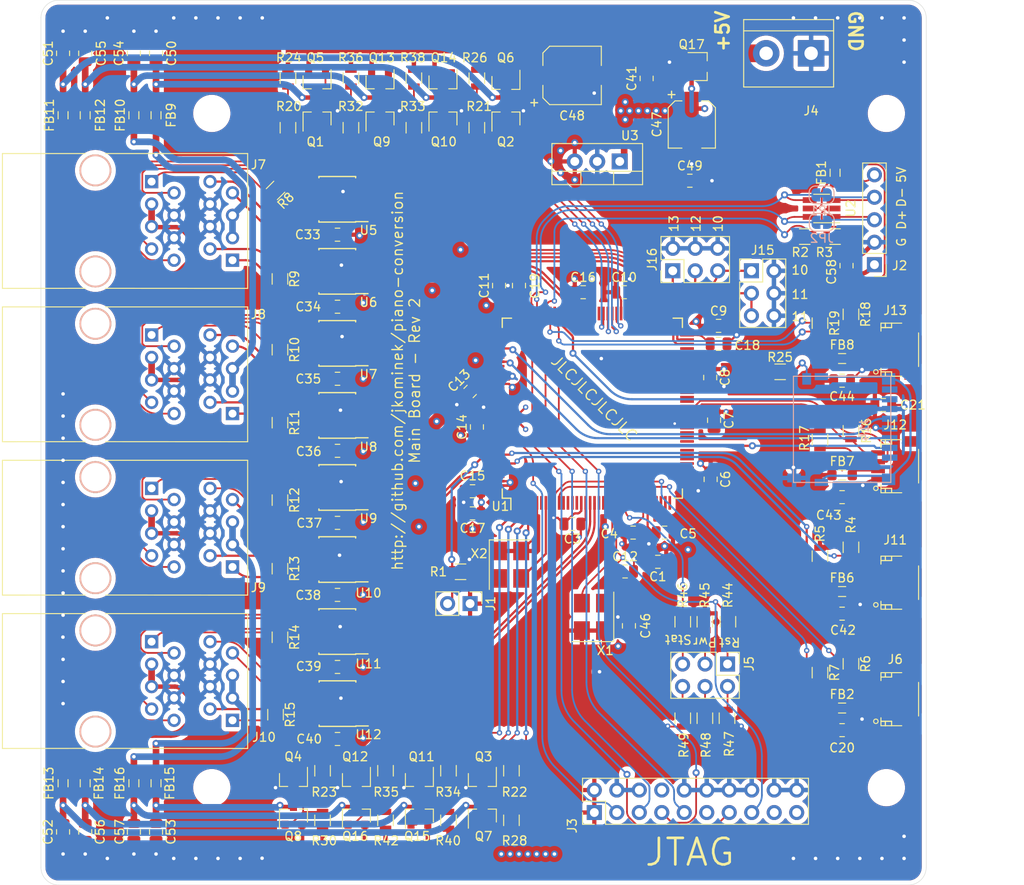
<source format=kicad_pcb>
(kicad_pcb (version 20211014) (generator pcbnew)
  (layers (0 "F.Cu" signal) (1 "In1.Cu" power) (2 "In2.Cu" power) (31 "B.Cu" signal) (34 "B.Paste" user) (35 "F.Paste" user) (36 "B.SilkS" user "B.Silkscreen") (37 "F.SilkS" user "F.Silkscreen") (38 "B.Mask" user) (39 "F.Mask" user) (44 "Edge.Cuts" user))
  (net 0 "")
  (net 1 "GND")
  (net 2 "+3V3")
  (net 3 "/NRST")
  (net 4 "Net-(C18-Pad1)")
  (net 5 "Net-(C19-Pad1)")
  (net 6 "Net-(J1-Pad2)")
  (net 7 "/USB_VBUS")
  (net 8 "/JTDO")
  (net 9 "/JTCK")
  (net 10 "/JTMS")
  (net 11 "/JTDI")
  (net 12 "/JNTRST")
  (net 13 "/VBUS_SENSE")
  (net 14 "/USB_D+")
  (net 15 "/USB_D-")
  (net 16 "/D-")
  (net 17 "/D+")
  (net 18 "/UART8_TX")
  (net 19 "/UART8_RX")
  (net 20 "/USART2_RX")
  (net 21 "/USART2_TX")
  (net 22 "/UART5_RX")
  (net 23 "/UART5_TX")
  (net 24 "/UART4_TX")
  (net 25 "/UART4_RX")
  (net 26 "/USART6_RX")
  (net 27 "/USART6_TX")
  (net 28 "/USART3_RX")
  (net 29 "/USART1_RX")
  (net 30 "/USART1_TX")
  (net 31 "/USART3_TX")
  (net 32 "/UART7_TX")
  (net 33 "/UART7_RX")
  (net 34 "+5V")
  (net 35 "/LINK1_B")
  (net 36 "/LINK1_A")
  (net 37 "/LINK1_Z")
  (net 38 "/LINK1_Y")
  (net 39 "/LINK2_Y")
  (net 40 "/LINK2_Z")
  (net 41 "/LINK2_A")
  (net 42 "/LINK2_B")
  (net 43 "/LINK3_A")
  (net 44 "/LINK3_B")
  (net 45 "/LINK4_B")
  (net 46 "/LINK4_A")
  (net 47 "/LINK4_Z")
  (net 48 "/LINK4_Y")
  (net 49 "/LINK3_Z")
  (net 50 "/LINK3_Y")
  (net 51 "/LINK6_Z")
  (net 52 "/LINK6_Y")
  (net 53 "/LINK6_B")
  (net 54 "/LINK6_A")
  (net 55 "/LINK5_B")
  (net 56 "/LINK5_A")
  (net 57 "/LINK5_Z")
  (net 58 "/LINK5_Y")
  (net 59 "/LINK7_Y")
  (net 60 "/LINK7_Z")
  (net 61 "/LINK7_A")
  (net 62 "/LINK7_B")
  (net 63 "/LINK8_A")
  (net 64 "/LINK8_B")
  (net 65 "/LINK8_Y")
  (net 66 "/LINK8_Z")
  (net 67 "/I2C4_SCL")
  (net 68 "/I2C4_SDA")
  (net 69 "Net-(FB6-Pad2)")
  (net 70 "Net-(FB7-Pad2)")
  (net 71 "Net-(FB8-Pad2)")
  (net 72 "/I2C1_SCL")
  (net 73 "/I2C1_SDA")
  (net 74 "/I2C2_SDA")
  (net 75 "/I2C2_SCL")
  (net 76 "Net-(Q1-Pad1)")
  (net 77 "/Power/PWR2_PG")
  (net 78 "Net-(Q2-Pad1)")
  (net 79 "/Power/PWR3_PG")
  (net 80 "Net-(Q3-Pad1)")
  (net 81 "/Power/PWR5_PG")
  (net 82 "Net-(Q4-Pad1)")
  (net 83 "/Power/PWR8_PG")
  (net 84 "Net-(Q9-Pad1)")
  (net 85 "Net-(Q10-Pad1)")
  (net 86 "/Power/PWR4_PG")
  (net 87 "Net-(Q11-Pad1)")
  (net 88 "/Power/PWR1_PG")
  (net 89 "Net-(Q12-Pad1)")
  (net 90 "/Power/PWR7_PG")
  (net 91 "/Power/PWR6_PG")
  (net 92 "Net-(J4-Pad2)")
  (net 93 "PWR1")
  (net 94 "PWR2")
  (net 95 "PWR3")
  (net 96 "PWR4")
  (net 97 "PWR5")
  (net 98 "PWR6")
  (net 99 "PWR7")
  (net 100 "PWR8")
  (net 101 "Net-(C50-Pad1)")
  (net 102 "Net-(C51-Pad1)")
  (net 103 "Net-(C52-Pad1)")
  (net 104 "Net-(C53-Pad1)")
  (net 105 "Net-(C54-Pad1)")
  (net 106 "Net-(C55-Pad1)")
  (net 107 "Net-(C56-Pad1)")
  (net 108 "Net-(C57-Pad1)")
  (net 109 "Net-(C58-Pad1)")
  (net 110 "Net-(J5-Pad6)")
  (net 111 "Net-(J5-Pad5)")
  (net 112 "Net-(J5-Pad4)")
  (net 113 "Net-(J5-Pad3)")
  (net 114 "Net-(J5-Pad2)")
  (net 115 "Net-(J5-Pad1)")
  (net 116 "/LEDSTATUS")
  (net 117 "/PWR1_CTRL")
  (net 118 "/PWR3_CTRL")
  (net 119 "/PWR5_CTRL")
  (net 120 "/PWR7_CTRL")
  (net 121 "/PWR2_CTRL")
  (net 122 "/PWR4_CTRL")
  (net 123 "/PWR6_CTRL")
  (net 124 "/PWR8_CTRL")
  (net 125 "Net-(FB2-Pad2)")
  (net 126 "/I2C3_SDA")
  (net 127 "/I2C3_SCL")
  (net 128 "Net-(FB1-Pad1)")
  (net 129 "/SDCARD_DET")
  (net 131 "unconnected-(U1-Pad128)")
  (net 132 "unconnected-(U1-Pad129)")
  (net 133 "/SDCARD_CS")
  (net 134 "/QWIIC_EXTI11")
  (net 135 "/QWIIC_EXTI10")
  (net 136 "/QWIIC_EXTI12")
  (net 137 "/QWIIC_EXTI13")
  (net 139 "/HSE_OSC")
  (net 140 "/LSE_OSC")
  (net 145 "unconnected-(J14-Pad11)")
  (net 147 "/SDMMC1_CMD")
  (net 148 "/SDMMC1_CK")
  (net 159 "/SDMMC1_D0")
  (footprint "Pin_Headers:Pin_Header_Straight_2x10_Pitch2.54mm" (layer "F.Cu") (at 157.510001 129.810001 90)
    (fp_text reference "J3")
    (fp_text value "JTAG")
  )
  (footprint "Resistors_SMD:R_0805" (layer "F.Cu") (at 181.279 64.715)
    (fp_text reference "R2")
    (fp_text value "2200")
  )
  (footprint "Resistors_SMD:R_0805" (layer "F.Cu") (at 184.708 64.715)
    (fp_text reference "R3")
    (fp_text value "4300")
  )
  (footprint "TO_SOT_Packages_SMD:SOT-23-6_Handsoldering" (layer "F.Cu") (at 183.184 61.54 180)
    (fp_text reference "U2")
    (fp_text value "USBLC6-2SC6")
  )
  (footprint "Inductor_SMD:L_0805_2012Metric_Pad1.05x1.20mm_HandSolder" (layer "F.Cu") (at 184.708 57.5 90)
    (fp_text reference "FB1")
    (fp_text value "Ferrite")
  )
  (footprint "Oscillators:Oscillator_SMD_SeikoEpson_SG8002CE-4pin_3.2x2.5mm_HandSoldering" (layer "F.Cu") (at 157.356 107.694 90)
    (fp_text reference "X1")
    (fp_text value "20MHz Oscillator")
  )
  (footprint "Capacitor_SMD:C_0805_2012Metric" (layer "F.Cu") (at 170.65 92.15 -90)
    (fp_text reference "C6")
    (fp_text value "DC39")
  )
  (footprint "Capacitor_SMD:C_0805_2012Metric" (layer "F.Cu") (at 155.034 97.2 180)
    (fp_text reference "C3")
    (fp_text value "DC17")
  )
  (footprint "Capacitor_SMD:C_0805_2012Metric" (layer "F.Cu") (at 165.448 98.172 180)
    (fp_text reference "C5")
    (fp_text value "DC33")
  )
  (footprint "Capacitor_SMD:C_0805_2012Metric" (layer "F.Cu") (at 146.75 70.25 90)
    (fp_text reference "C11")
    (fp_text value "DC108")
  )
  (footprint "Capacitor_SMD:C_0805_2012Metric" (layer "F.Cu") (at 171.036 85.472 -90)
    (fp_text reference "C7")
    (fp_text value "DC52")
  )
  (footprint "Capacitor_SMD:C_0805_2012Metric" (layer "F.Cu") (at 161.892 98.172)
    (fp_text reference "C4")
    (fp_text value "DC30")
  )
  (footprint "Capacitor_SMD:C_0805_2012Metric" (layer "F.Cu") (at 160.876 71)
    (fp_text reference "C10")
    (fp_text value "DC84")
  )
  (footprint "Capacitor_SMD:C_0805_2012Metric" (layer "F.Cu") (at 164.686 101.474 180)
    (fp_text reference "C1")
    (fp_text value "4.7uF")
  )
  (footprint "Capacitor_SMD:C_0805_2012Metric" (layer "F.Cu") (at 171.548 74.804)
    (fp_text reference "C9")
    (fp_text value "DC72")
  )
  (footprint "Capacitor_SMD:C_0805_2012Metric" (layer "F.Cu") (at 170.6 80.646 -90)
    (fp_text reference "C8")
    (fp_text value "DC62")
  )
  (footprint "Capacitor_SMD:C_0805_2012Metric" (layer "F.Cu") (at 143.481028 82.218971 -135)
    (fp_text reference "C13")
    (fp_text value "DC121")
  )
  (footprint "Capacitor_SMD:C_0805_2012Metric" (layer "F.Cu") (at 149 70.25 90)
    (fp_text reference "C19")
    (fp_text value "2.2uF")
  )
  (footprint "Capacitor_SMD:C_0805_2012Metric" (layer "F.Cu") (at 171.548 76.836)
    (fp_text reference "C18")
    (fp_text value "2.2uF")
  )
  (footprint "Capacitor_SMD:C_0805_2012Metric" (layer "F.Cu") (at 156.25 71)
    (fp_text reference "C16")
    (fp_text value "DC95")
  )
  (footprint "Housings_QFP:LQFP-144_20x20mm_Pitch0.5mm" (layer "F.Cu") (at 157.284001 84.110999 90)
    (fp_text reference "U1")
    (fp_text value "STM32H743ZITx")
  )
  (footprint "Capacitor_SMD:C_0805_2012Metric" (layer "F.Cu") (at 143.75 93.5 180)
    (fp_text reference "C15")
    (fp_text value "DC144")
  )
  (footprint "Capacitor_SMD:C_0805_2012Metric" (layer "F.Cu") (at 144.25 86.234 90)
    (fp_text reference "C14")
    (fp_text value "DC131")
  )
  (footprint "Resistors_SMD:R_0805" (layer "F.Cu") (at 142.4 102.6 180)
    (fp_text reference "R1")
    (fp_text value "10k")
  )
  (footprint "Capacitor_SMD:C_0805_2012Metric" (layer "F.Cu") (at 143.75 96 180)
    (fp_text reference "C17")
    (fp_text value "DC")
  )
  (footprint "Capacitor_SMD:C_0805_2012Metric" (layer "F.Cu") (at 160.987 102.563)
    (fp_text reference "C12")
    (fp_text value "0.1uF")
  )
  (footprint "Resistors_SMD:R_0805" (layer "F.Cu") (at 121.5 59.5 -135)
    (fp_text reference "R8")
    (fp_text value "120")
  )
  (footprint "Resistors_SMD:R_0805" (layer "F.Cu") (at 122 69.5 -90)
    (fp_text reference "R9")
    (fp_text value "120")
  )
  (footprint "Resistors_SMD:R_0805" (layer "F.Cu") (at 122 77.5 -90)
    (fp_text reference "R10")
    (fp_text value "120")
  )
  (footprint "Resistors_SMD:R_0805" (layer "F.Cu") (at 122 85.75 -90)
    (fp_text reference "R11")
    (fp_text value "120")
  )
  (footprint "Resistors_SMD:R_0805" (layer "F.Cu") (at 122 94.5 -90)
    (fp_text reference "R12")
    (fp_text value "120")
  )
  (footprint "Resistors_SMD:R_0805" (layer "F.Cu") (at 122 102.25 -90)
    (fp_text reference "R13")
    (fp_text value "120")
  )
  (footprint "Resistors_SMD:R_0805" (layer "F.Cu") (at 122 110 -90)
    (fp_text reference "R14")
    (fp_text value "120")
  )
  (footprint "Resistors_SMD:R_0805" (layer "F.Cu") (at 121.5 118.75 -90)
    (fp_text reference "R15")
    (fp_text value "120")
  )
  (footprint "footprints:RJ45_DOUBLE" (layer "F.Cu") (at 107.5 58.5 -90)
    (fp_text reference "J7")
    (fp_text value "8P8CDouble")
  )
  (footprint "footprints:RJ45_DOUBLE" (layer "F.Cu") (at 107.5 93.166666 -90)
    (fp_text reference "J9")
    (fp_text value "8P8CDouble")
  )
  (footprint "footprints:RJ45_DOUBLE" (layer "F.Cu") (at 107.5 75.833333 -90)
    (fp_text reference "J8")
    (fp_text value "8P8CDouble")
  )
  (footprint "footprints:RJ45_DOUBLE" (layer "F.Cu") (at 107.5 110.5 -90)
    (fp_text reference "J10")
    (fp_text value "8P8CDouble")
  )
  (footprint "Capacitor_SMD:C_0805_2012Metric" (layer "F.Cu") (at 128.5 113.357142)
    (fp_text reference "C39")
    (fp_text value "0.1uF")
  )
  (footprint "Capacitor_SMD:C_0805_2012Metric" (layer "F.Cu") (at 128.5 121.5)
    (fp_text reference "C40")
    (fp_text value "0.1uF")
  )
  (footprint "Capacitor_SMD:C_0805_2012Metric" (layer "F.Cu") (at 128.5 97.071428)
    (fp_text reference "C37")
    (fp_text value "0.1uF")
  )
  (footprint "Capacitor_SMD:C_0805_2012Metric" (layer "F.Cu") (at 128.5 88.928571)
    (fp_text reference "C36")
    (fp_text value "0.1uF")
  )
  (footprint "Capacitor_SMD:C_0805_2012Metric" (layer "F.Cu") (at 128.5 105.214285)
    (fp_text reference "C38")
    (fp_text value "0.1uF")
  )
  (footprint "Capacitor_SMD:C_0805_2012Metric" (layer "F.Cu") (at 128.5 72.642857)
    (fp_text reference "C34")
    (fp_text value "0.1uF")
  )
  (footprint "Capacitor_SMD:C_0805_2012Metric" (layer "F.Cu") (at 128.5 80.785714)
    (fp_text reference "C35")
    (fp_text value "0.1uF")
  )
  (footprint "Capacitor_SMD:C_0805_2012Metric" (layer "F.Cu") (at 161.42 108.71 90)
    (fp_text reference "C46")
    (fp_text value "DC")
  )
  (footprint "Connectors_JST:JST_SH_SM04B-SRSS-TB_04x1.00mm_Angled" (layer "F.Cu") (at 191.5 90.666666 90)
    (fp_text reference "J12")
    (fp_text value "Qwiic")
  )
  (footprint "Connectors_JST:JST_SH_SM04B-SRSS-TB_04x1.00mm_Angled" (layer "F.Cu") (at 191.5 103.833332 90)
    (fp_text reference "J11")
    (fp_text value "Qwiic")
  )
  (footprint "Capacitor_SMD:C_0805_2012Metric" (layer "F.Cu") (at 185.5 81)
    (fp_text reference "C44")
    (fp_text value "1uF")
  )
  (footprint "Inductor_SMD:L_0805_2012Metric_Pad1.05x1.20mm_HandSolder" (layer "F.Cu") (at 185.5 91.666666)
    (fp_text reference "FB7")
    (fp_text value "FB")
  )
  (footprint "Capacitor_SMD:C_0805_2012Metric" (layer "F.Cu") (at 185.5 94.166666)
    (fp_text reference "C43")
    (fp_text value "1uF")
  )
  (footprint "Inductor_SMD:L_0805_2012Metric_Pad1.05x1.20mm_HandSolder" (layer "F.Cu") (at 185.5 104.833332)
    (fp_text reference "FB6")
    (fp_text value "FB")
  )
  (footprint "Inductor_SMD:L_0805_2012Metric_Pad1.05x1.20mm_HandSolder" (layer "F.Cu") (at 185.5 78.5)
    (fp_text reference "FB8")
    (fp_text value "FB")
  )
  (footprint "Capacitor_SMD:C_0805_2012Metric" (layer "F.Cu") (at 185.5 107.333332)
    (fp_text reference "C42")
    (fp_text value "1uF")
  )
  (footprint "Connectors_JST:JST_SH_SM04B-SRSS-TB_04x1.00mm_Angled" (layer "F.Cu") (at 191.5 77.5 90)
    (fp_text reference "J13")
    (fp_text value "Qwiic")
  )
  (footprint "Resistors_SMD:R_0805" (layer "F.Cu") (at 186.5 99.833332 -90)
    (fp_text reference "R4")
    (fp_text value "1200")
  )
  (footprint "Resistors_SMD:R_0805" (layer "F.Cu") (at 183 100.833332 -90)
    (fp_text reference "R5")
    (fp_text value "1200")
  )
  (footprint "Resistors_SMD:R_0805" (layer "F.Cu") (at 186.5 86.666666 -90)
    (fp_text reference "R16")
    (fp_text value "1200")
  )
  (footprint "Resistors_SMD:R_0805" (layer "F.Cu") (at 183 87.666666 -90)
    (fp_text reference "R17")
    (fp_text value "1200")
  )
  (footprint "Resistors_SMD:R_0805" (layer "F.Cu") (at 186.5 73.5 -90)
    (fp_text reference "R18")
    (fp_text value "1200")
  )
  (footprint "Resistors_SMD:R_0805" (layer "F.Cu") (at 183 74.5 -90)
    (fp_text reference "R19")
    (fp_text value "1200")
  )
  (footprint "Resistors_SMD:R_0805" (layer "F.Cu") (at 122.904 52.412 -90)
    (fp_text reference "R20")
    (fp_text value "1000")
  )
  (footprint "Resistors_SMD:R_0805" (layer "F.Cu") (at 144.24 52.412 -90)
    (fp_text reference "R21")
    (fp_text value "1000")
  )
  (footprint "Resistors_SMD:R_0805" (layer "F.Cu") (at 148.148 125.088 90)
    (fp_text reference "R22")
    (fp_text value "1000")
  )
  (footprint "Resistors_SMD:R_0805" (layer "F.Cu") (at 126.812 125.088 90)
    (fp_text reference "R23")
    (fp_text value "1000")
  )
  (footprint "Resistors_SMD:R_0805" (layer "F.Cu") (at 122.904 46.808 -90)
    (fp_text reference "R24")
    (fp_text value "4700")
  )
  (footprint "Resistors_SMD:R_0805" (layer "F.Cu") (at 144.24 46.808 -90)
    (fp_text reference "R26")
    (fp_text value "4700")
  )
  (footprint "Resistors_SMD:R_0805" (layer "F.Cu") (at 148.148 130.692 90)
    (fp_text reference "R28")
    (fp_text value "4700")
  )
  (footprint "Resistors_SMD:R_0805" (layer "F.Cu") (at 126.812 130.692 90)
    (fp_text reference "R30")
    (fp_text value "4700")
  )
  (footprint "Resistors_SMD:R_0805" (layer "F.Cu") (at 130.016 52.412 -90)
    (fp_text reference "R32")
    (fp_text value "1000")
  )
  (footprint "Resistors_SMD:R_0805" (layer "F.Cu") (at 137.128 52.412 -90)
    (fp_text reference "R33")
    (fp_text value "1000")
  )
  (footprint "Resistors_SMD:R_0805" (layer "F.Cu") (at 141.036 125.088 90)
    (fp_text reference "R34")
    (fp_text value "1000")
  )
  (footprint "Resistors_SMD:R_0805" (layer "F.Cu") (at 133.924 125.088 90)
    (fp_text reference "R35")
    (fp_text value "1000")
  )
  (footprint "Resistors_SMD:R_0805" (layer "F.Cu") (at 130.016 46.808 -90)
    (fp_text reference "R36")
    (fp_text value "4700")
  )
  (footprint "Resistors_SMD:R_0805" (layer "F.Cu") (at 137.128 46.808 -90)
    (fp_text reference "R38")
    (fp_text value "4700")
  )
  (footprint "Resistors_SMD:R_0805" (layer "F.Cu") (at 141.036 130.692 90)
    (fp_text reference "R40")
    (fp_text value "4700")
  )
  (footprint "Resistors_SMD:R_0805" (layer "F.Cu") (at 133.924 130.692 90)
    (fp_text reference "R42")
    (fp_text value "4700")
  )
  (footprint "Capacitor_SMD:C_0805_2012Metric" (layer "F.Cu") (at 108 44 90)
    (fp_text reference "C50")
    (fp_text value "0.1uF")
  )
  (footprint "Capacitor_SMD:C_0805_2012Metric" (layer "F.Cu") (at 97.5 44 90)
    (fp_text reference "C51")
    (fp_text value "0.1uF")
  )
  (footprint "Capacitor_SMD:C_0805_2012Metric" (layer "F.Cu") (at 97.5 132 -90)
    (fp_text reference "C52")
    (fp_text value "0.1uF")
  )
  (footprint "Capacitor_SMD:C_0805_2012Metric" (layer "F.Cu") (at 108 132 -90)
    (fp_text reference "C53")
    (fp_text value "0.1uF")
  )
  (footprint "Capacitor_SMD:C_0805_2012Metric" (layer "F.Cu") (at 105.5 44 90)
    (fp_text reference "C54")
    (fp_text value "0.1uF")
  )
  (footprint "Capacitor_SMD:C_0805_2012Metric" (layer "F.Cu") (at 100 132 -90)
    (fp_text reference "C56")
    (fp_text value "0.1uF")
  )
  (footprint "Capacitor_SMD:C_0805_2012Metric" (layer "F.Cu") (at 105.5 132 -90)
    (fp_text reference "C57")
    (fp_text value "0.1uF")
  )
  (footprint "Inductor_SMD:L_0805_2012Metric_Pad1.05x1.20mm_HandSolder" (layer "F.Cu") (at 108 51 90)
    (fp_text reference "FB9")
    (fp_text value "FB")
  )
  (footprint "Inductor_SMD:L_0805_2012Metric_Pad1.05x1.20mm_HandSolder" (layer "F.Cu") (at 105.5 51 90)
    (fp_text reference "FB10")
    (fp_text value "FB")
  )
  (footprint "Inductor_SMD:L_0805_2012Metric_Pad1.05x1.20mm_HandSolder" (layer "F.Cu") (at 97.5 51 90)
    (fp_text reference "FB11")
    (fp_text value "FB")
  )
  (footprint "Inductor_SMD:L_0805_2012Metric_Pad1.05x1.20mm_HandSolder" (layer "F.Cu") (at 100 51 90)
    (fp_text reference "FB12")
    (fp_text value "FB")
  )
  (footprint "Inductor_SMD:L_0805_2012Metric_Pad1.05x1.20mm_HandSolder" (layer "F.Cu") (at 97.5 126.5 -90)
    (fp_text reference "FB13")
    (fp_text value "FB")
  )
  (footprint "Inductor_SMD:L_0805_2012Metric_Pad1.05x1.20mm_HandSolder" (layer "F.Cu") (at 100 126.5 -90)
    (fp_text reference "FB14")
    (fp_text value "FB")
  )
  (footprint "Inductor_SMD:L_0805_2012Metric_Pad1.05x1.20mm_HandSolder" (layer "F.Cu") (at 108 126.5 -90)
    (fp_text reference "FB15")
    (fp_text value "FB")
  )
  (footprint "Inductor_SMD:L_0805_2012Metric_Pad1.05x1.20mm_HandSolder" (layer "F.Cu") (at 105.5 126.5 -90)
    (fp_text reference "FB16")
    (fp_text value "FB")
  )
  (footprint "Capacitor_SMD:C_0805_2012Metric" (layer "F.Cu") (at 100 44 90)
    (fp_text reference "C55")
    (fp_text value "0.1uF")
  )
  (footprint "Capacitor_SMD:C_0805_2012Metric" (layer "F.Cu") (at 186 68 90)
    (fp_text reference "C58")
    (fp_text value "0.1uF")
  )
  (footprint "Pin_Headers:Pin_Header_Straight_1x05_Pitch2.54mm" (layer "F.Cu") (at 189.153 67.89 180)
    (fp_text reference "J2")
    (fp_text value "USB Header")
  )
  (footprint "Capacitor_SMD:C_0805_2012Metric" (layer "F.Cu") (at 185.5 120.5)
    (fp_text reference "C20")
    (fp_text value "1uF")
  )
  (footprint "Inductor_SMD:L_0805_2012Metric_Pad1.05x1.20mm_HandSolder" (layer "F.Cu") (at 185.5 118)
    (fp_text reference "FB2")
    (fp_text value "FB")
  )
  (footprint "MountingHole:MountingHole_3.2mm_M3" (layer "F.Cu") (at 114.3 50.8)
    (fp_text reference "H1" hide)
    (fp_text value "MountingHole_Pad")
  )
  (footprint "MountingHole:MountingHole_3.2mm_M3" (layer "F.Cu") (at 190.5 50.8)
    (fp_text reference "H2" hide)
    (fp_text value "MountingHole_Pad")
  )
  (footprint "MountingHole:MountingHole_3.2mm_M3" (layer "F.Cu") (at 190.5 127)
    (fp_text reference "H3" hide)
    (fp_text value "MountingHole_Pad")
  )
  (footprint "MountingHole:MountingHole_3.2mm_M3" (layer "F.Cu") (at 114.3 127)
    (fp_text reference "H4" hide)
    (fp_text value "MountingHole_Pad")
  )
  (footprint "Resistors_SMD:R_0805" (layer "F.Cu") (at 186.5 113 -90)
    (fp_text reference "R6")
    (fp_text value "1200")
  )
  (footprint "Resistors_SMD:R_0805" (layer "F.Cu") (at 183 114 -90)
    (fp_text reference "R7")
    (fp_text value "1200")
  )
  (footprint "Housings_SOIC:SOIC-8_3.9x4.9mm_Pitch1.27mm" (layer "F.Cu") (at 128.474 60.5 180)
    (fp_text reference "U5")
    (fp_text value "ISL83490")
  )
  (footprint "Housings_SOIC:SOIC-8_3.9x4.9mm_Pitch1.27mm" (layer "F.Cu") (at 128.474 68.642857 180)
    (fp_text reference "U6")
    (fp_text value "ISL83490")
  )
  (footprint "Housings_SOIC:SOIC-8_3.9x4.9mm_Pitch1.27mm" (layer "F.Cu") (at 128.474 76.785714 180)
    (fp_text reference "U7")
    (fp_text value "ISL83490")
  )
  (footprint "Housings_SOIC:SOIC-8_3.9x4.9mm_Pitch1.27mm" (layer "F.Cu") (at 128.474 84.928571 180)
    (fp_text reference "U8")
    (fp_text value "ISL83490")
  )
  (footprint "Housings_SOIC:SOIC-8_3.9x4.9mm_Pitch1.27mm" (layer "F.Cu") (at 128.474 93.071428 180)
    (fp_text reference "U9")
    (fp_text value "ISL83490")
  )
  (footprint "Housings_SOIC:SOIC-8_3.9x4.9mm_Pitch1.27mm" (layer "F.Cu") (at 128.474 101.214285 180)
    (fp_text reference "U10")
    (fp_text value "ISL83490")
  )
  (footprint "Housings_SOIC:SOIC-8_3.9x4.9mm_Pitch1.27mm" (layer "F.Cu") (at 128.474 109.357142 180)
    (fp_text reference "U11")
    (fp_text value "ISL83490")
  )
  (footprint "Housings_SOIC:SOIC-8_3.9x4.9mm_Pitch1.27mm" (layer "F.Cu") (at 128.5 117.5 180)
    (fp_text reference "U12")
    (fp_text value "ISL83490")
  )
  (footprint "Connectors_JST:JST_SH_SM04B-SRSS-TB_04x1.00mm_Angled" (layer "F.Cu") (at 191.5 117 90)
    (fp_text reference "J6")
    (fp_text value "Qwiic")
  )
  (footprint "TO_SOT_Packages_SMD:SOT-23" (layer "F.Cu") (at 126.19 51.396 90)
    (fp_text reference "Q1")
    (fp_text value "N Channel")
  )
  (footprint "TO_SOT_Packages_SMD:SOT-23" (layer "F.Cu") (at 147.526 51.396 90)
    (fp_text reference "Q2")
    (fp_text value "N Channel")
  )
  (footprint "TO_SOT_Packages_SMD:SOT-23" (layer "F.Cu") (at 144.862 126.104 -90)
    (fp_text reference "Q3")
    (fp_text value "N Channel")
  )
  (footprint "TO_SOT_Packages_SMD:SOT-23" (layer "F.Cu") (at 123.526 126.104 -90)
    (fp_text reference "Q4")
    (fp_text value "N Channel")
  )
  (footprint "TO_SOT_Packages_SMD:SOT-23" (layer "F.Cu") (at 126.19 47.25 -90)
    (fp_text reference "Q5")
    (fp_text value "P Channel")
  )
  (footprint "TO_SOT_Packages_SMD:SOT-23" (layer "F.Cu") (at 147.526 47.316 -90)
    (fp_text reference "Q6")
    (fp_text value "P Channel")
  )
  (footprint "TO_SOT_Packages_SMD:SOT-23" (layer "F.Cu") (at 144.862 130.184 90)
    (fp_text reference "Q7")
    (fp_text value "P Channel")
  )
  (footprint "TO_SOT_Packages_SMD:SOT-23" (layer "F.Cu") (at 123.526 130.184 90)
    (fp_text reference "Q8")
    (fp_text value "P Channel")
  )
  (footprint "TO_SOT_Packages_SMD:SOT-23" (layer "F.Cu") (at 133.302 51.396 90)
    (fp_text reference "Q9")
    (fp_text value "N Channel")
  )
  (footprint "TO_SOT_Packages_SMD:SOT-23" (layer "F.Cu") (at 140.414 51.396 90)
    (fp_text reference "Q10")
    (fp_text value "N Channel")
  )
  (footprint "TO_SOT_Packages_SMD:SOT-23" (layer "F.Cu") (at 137.75 126.104 -90)
    (fp_text reference "Q11")
    (fp_text value "N Channel")
  )
  (footprint "TO_SOT_Packages_SMD:SOT-23" (layer "F.Cu") (at 130.638 126.104 -90)
    (fp_text reference "Q12")
    (fp_text value "N Channel")
  )
  (footprint "TO_SOT_Packages_SMD:SOT-23" (layer "F.Cu") (at 133.302 47.25 -90)
    (fp_text reference "Q13")
    (fp_text value "P Channel")
  )
  (footprint "TO_SOT_Packages_SMD:SOT-23" (layer "F.Cu") (at 140.414 47.25 -90)
    (fp_text reference "Q14")
    (fp_text value "P Channel")
  )
  (footprint "TO_SOT_Packages_SMD:SOT-23" (layer "F.Cu") (at 137.75 130.184 90)
    (fp_text reference "Q15")
    (fp_text value "P Channel")
  )
  (footprint "TO_SOT_Packages_SMD:SOT-23" (layer "F.Cu") (at 130.638 130.184 90)
    (fp_text reference "Q16")
    (fp_text value "P Channel")
  )
  (footprint "TO_SOT_Packages_SMD:SOT-23" (layer "F.Cu") (at 169.5 45.5)
    (fp_text reference "Q17")
    (fp_text value "P Channel")
  )
  (footprint "Capacitor_SMD:C_0805_2012Metric" (layer "F.Cu") (at 163.42 46.84 90)
    (fp_text reference "C41")
    (fp_text value "0.1uF")
  )
  (footprint "Capacitor_SMD:C_0805_2012Metric" (layer "F.Cu") (at 168.3 58.4)
    (fp_text reference "C49")
    (fp_text value "0.1uF")
  )
  (footprint "TO_SOT_Packages_THT:TO-220-3_Vertical" (layer "F.Cu") (at 160.38 56.222 180)
    (fp_text reference "U3")
    (fp_text value "3.3V Reg")
  )
  (footprint "Connectors_Terminal_Blocks:TerminalBlock_bornier-2_P5.08mm" (layer "F.Cu") (at 182 44 180)
    (fp_text reference "J4")
    (fp_text value "5V Input")
  )
  (footprint "Pin_Headers:Pin_Header_Straight_2x03_Pitch2.54mm" (layer "F.Cu") (at 172.558 113.026 -90)
    (fp_text reference "J5")
    (fp_text value "StatusPanel")
  )
  (footprint "Capacitor_SMD:C_0805_2012Metric" (layer "F.Cu") (at 128.5 64.5)
    (fp_text reference "C33")
    (fp_text value "0.1uF")
  )
  (footprint "Capacitors_SMD:CP_Elec_5x5.3" (layer "F.Cu") (at 168.5 52.047 -90)
    (fp_text reference "C47")
    (fp_text value "10uF")
  )
  (footprint "Capacitors_SMD:CP_Elec_6.3x5.8" (layer "F.Cu") (at 155 46.5)
    (fp_text reference "C48")
    (fp_text value "22uF")
  )
  (footprint "Capacitor_SMD:C_0805_2012Metric" (layer "F.Cu") (at 190.15 83.75 180)
    (fp_text reference "C21")
    (fp_text value "DC")
  )
  (footprint "Resistors_SMD:R_0805" (layer "F.Cu") (at 178.5 80)
    (fp_text reference "R25")
    (fp_text value "10k")
  )
  (footprint "Pin_Headers:Pin_Header_Straight_2x03_Pitch2.54mm" (layer "F.Cu") (at 175.26 68.58)
    (fp_text reference "J15")
    (fp_text value "Interrupts1")
  )
  (footprint "Pin_Headers:Pin_Header_Straight_2x03_Pitch2.54mm" (layer "F.Cu") (at 166.37 68.58 90)
    (fp_text reference "J16")
    (fp_text value "Interrupts2")
  )
  (footprint "Oscillators:Oscillator_SMD_SeikoEpson_SG8002CE-4pin_3.2x2.5mm_HandSoldering" (layer "F.Cu") (at 148 101.8 -90)
    (fp_text reference "X2")
    (fp_text value "32.768kHz Oscillator")
  )
  (footprint "Resistors_SMD:R_0805" (layer "F.Cu") (at 167.5 119.15 90)
    (fp_text reference "R49")
    (fp_text value "660")
  )
  (footprint "Resistors_SMD:R_0805" (layer "F.Cu") (at 170 119.15 90)
    (fp_text reference "R48")
    (fp_text value "660")
  )
  (footprint "Resistors_SMD:R_0805" (layer "F.Cu") (at 172.5 119.15 90)
    (fp_text reference "R47")
    (fp_text value "1000")
  )
  (footprint "Resistors_SMD:R_0805" (layer "F.Cu") (at 167.5 108.25 90)
    (fp_text reference "R46")
    (fp_text value "27")
  )
  (footprint "Resistors_SMD:R_0805" (layer "F.Cu") (at 170 108.25 90)
    (fp_text reference "R45")
    (fp_text value "27")
  )
  (footprint "Resistors_SMD:R_0805" (layer "F.Cu") (at 172.6 108.25 90)
    (fp_text reference "R44")
    (fp_text value "27")
  )
  (footprint "Pin_Headers:Pin_Header_Straight_1x02_Pitch2.54mm" (layer "F.Cu") (at 143.475 106.2 -90)
    (fp_text reference "J1")
    (fp_text value "BOOT")
  )
  (footprint "footprints:114-00841-68" (layer "B.Cu") (at 190 82 -90)
    (fp_text reference "J14")
    (fp_text value "Micro_SD_Card_Det")
  )
  (footprint "Jumper:SolderJumper-2_P1.3mm_Bridged_RoundedPad1.0x1.5mm" (layer "B.Cu") (at 183.2 63.1)
    (fp_text reference "JP2")
    (fp_text value "SolderJumper_2_Bridged")
  )
  (footprint "Jumper:SolderJumper-2_P1.3mm_Bridged_RoundedPad1.0x1.5mm" (layer "B.Cu") (at 183.184 60)
    (fp_text reference "JP1")
    (fp_text value "SolderJumper_2_Bridged")
  )
  (gr_line (start 193 38) (end 97 38) (layer "Edge.Cuts") (width 0.05))
  (gr_line (start 195 136) (end 195 40) (layer "Edge.Cuts") (width 0.05))
  (gr_arc (start 193 38) (mid 194.414214 38.585786) (end 195 40) (layer "Edge.Cuts") (width 0.05))
  (gr_arc (start 195 136) (mid 194.414214 137.414214) (end 193 138) (layer "Edge.Cuts") (width 0.05))
  (gr_line (start 97 138) (end 193 138) (layer "Edge.Cuts") (width 0.05))
  (gr_arc (start 95 40) (mid 95.585786 38.585786) (end 97 38) (layer "Edge.Cuts") (width 0.05))
  (gr_line (start 95 40) (end 95 136) (layer "Edge.Cuts") (width 0.05))
  (gr_arc (start 97 138) (mid 95.585786 137.414214) (end 95 136) (layer "Edge.Cuts") (width 0.05))
  (gr_text "D+" (at 192.201 62.81 90) (layer "F.SilkS") (effects (font (size 1 1))))
  (gr_text "D-" (at 192.201 60.27 90) (layer "F.SilkS") (effects (font (size 1 1))))
  (gr_text "5V" (at 192.201 57.73 90) (layer "F.SilkS") (effects (font (size 1 1))))
  (gr_text "GND" (at 187 41.5 270) (layer "F.SilkS") (effects (font (size 1.5 1.5) (thickness 0.3))))
  (gr_text "+5V" (at 172 41.5 90) (layer "F.SilkS") (effects (font (size 1.5 1.5) (thickness 0.3))))
  (gr_text "Rst" (at 172.8 110.55 180) (layer "F.SilkS") (effects (font (size 1 1) (thickness 0.153))))
  (gr_text "12" (at 169 63.25 90) (layer "F.SilkS") (effects (font (size 1 1))))
  (gr_text "10" (at 171.5 63.25 90) (layer "F.SilkS") (effects (font (size 1 1))))
  (gr_text "10" (at 180.75 68.5) (layer "F.SilkS") (effects (font (size 1 1))))
  (gr_text "11" (at 180.75 71.25) (layer "F.SilkS") (effects (font (size 1 1))))
  (gr_text "11" (at 180.75 73.75) (layer "F.SilkS") (effects (font (size 1 1))))
  (gr_text "Stat" (at 167 110.25 180) (layer "F.SilkS") (effects (font (size 1 1))))
  (gr_text "Pwr" (at 170 110.55 180) (layer "F.SilkS") (effects (font (size 1 1))))
  (gr_text "G" (at 192.201 65.35 90) (layer "F.SilkS") (effects (font (size 1 1))))
  (gr_text "JLCJLCJLCJLC" (at 157.5 83 315) (layer "F.SilkS") (effects (font (size 1.25 1.25))))
  (gr_text "http://github.com/jkominek/piano-conversion\nMain Board - Rev 2" (at 136.25 81 90) (layer "F.SilkS") (effects (font (size 1.2 1.2))))
  (gr_text "JTAG" (at 168.3 134.3) (layer "F.SilkS") (effects (font (size 3 3) (thickness 0.3))))
  (gr_text "13" (at 166.5 63.25 90) (layer "F.SilkS") (effects (font (size 1 1))))
  (segment (start 160.172 107.71) (end 158.606 106.144) (width 0.25) (layer "F.Cu") (net 1))
  (segment (start 170.8 58.4) (end 169.3 58.4) (width 0.25) (layer "F.Cu") (net 1))
  (segment (start 174.05 120.1) (end 174.1 120.05) (width 0.2) (layer "F.Cu") (net 1))
  (segment (start 128.800571 108.800571) (end 128.378679 109.222463) (width 0.25) (layer "F.Cu") (net 1))
  (segment (start 128.885 116.885) (end 128.378679 117.391321) (width 0.25) (layer "F.Cu") (net 1))
  (segment (start 128.907714 92.407714) (end 128.378679 92.936749) (width 0.25) (layer "F.Cu") (net 1))
  (segment (start 128.836286 84.336286) (end 128.378681 84.793891) (width 0.25) (layer "F.Cu") (net 1))
  (segment (start 129.014857 76.014857) (end 128.378679 76.651035) (width 0.25) (layer "F.Cu") (net 1))
  (segment (start 128.943429 67.943429) (end 128.378681 68.508177) (width 0.25) (layer "F.Cu") (net 1))
  (segment (start 129.122 59.622) (end 128.378679 60.365321) (width 0.25) (layer "F.Cu") (net 1))
  (segment (start 187.75 79.75) (end 186.5 81) (width 0.2) (layer "F.Cu") (net 1))
  (segment (start 187.833333 92.833333) (end 186.5 94.166666) (width 0.2) (layer "F.Cu") (net 1))
  (segment (start 187.75 119.25) (end 186.5 120.5) (width 0.2) (layer "F.Cu") (net 1))
  (segment (start 128.729143 100.729143) (end 128.378681 101.079605) (width 0.25) (layer "F.Cu") (net 1))
  (segment (start 172.5 120.1) (end 170 120.1) (width 0.2) (layer "F.Cu") (net 1))
  (segment (start 170 120.1) (end 167.5 120.1) (width 0.2) (layer "F.Cu") (net 1))
  (segment (start 172.5 120.1) (end 174.05 120.1) (width 0.2) (layer "F.Cu") (net 1))
  (segment (start 167.5 120.1) (end 165.85 120.1) (width 0.2) (layer "F.Cu") (net 1))
  (segment (start 165.85 120.1) (end 165.8 120.05) (width 0.2) (layer "F.Cu") (net 1))
  (segment (start 164.448 98.172) (end 164.176002 98.172) (width 0.25) (layer "F.Cu") (net 1))
  (segment (start 100 41.5) (end 100 43) (width 0.5) (layer "F.Cu") (net 1))
  (segment (start 183.367107 61.832893) (end 183.346446 61.853554) (width 0.2) (layer "F.Cu") (net 1))
  (segment (start 143.292893 125.723107) (end 143.912 125.104) (width 0.2) (layer "F.Cu") (net 1))
  (segment (start 161.42 107.71) (end 160.172 107.71) (width 0.25) (layer "F.Cu") (net 1))
  (segment (start 131.174 83.023571) (end 130.356107 83.023571) (width 0.25) (layer "F.Cu") (net 1))
  (segment (start 164.448 98.172) (end 164.448 98.664) (width 0.25) (layer "F.Cu") (net 1))
  (segment (start 108 41.5) (end 108 43) (width 0.5) (layer "F.Cu") (net 1))
  (segment (start 130.002553 99.455733) (end 128.729143 100.729143) (width 0.25) (layer "F.Cu") (net 1))
  (segment (start 131.2 115.595) (end 130.382107 115.595) (width 0.25) (layer "F.Cu") (net 1))
  (segment (start 128.792893 125.999107) (end 129.688 125.104) (width 0.2) (layer "F.Cu") (net 1))
  (segment (start 157.25 69.5) (end 157.25 70.95) (width 0.25) (layer "F.Cu") (net 1))
  (segment (start 149.008512 72.311488) (end 149.034001 72.336977) (width 0.25) (layer "F.Cu") (net 1))
  (segment (start 141.364 51.636) (end 142.5 50.5) (width 0.2) (layer "F.Cu") (net 1))
  (segment (start 188.088787 66.414213) (end 189.153 65.35) (width 0.5) (layer "F.Cu") (net 1))
  (segment (start 163.42 45.84) (end 164.331573 45.84) (width 0.5) (layer "F.Cu") (net 1))
  (segment (start 147.95048 70.34952) (end 147.79952 70.34952) (width 0.25) (layer "F.Cu") (net 1))
  (segment (start 161.034001 73.410999) (end 161.034001 72.206213) (width 0.25) (layer "F.Cu") (net 1))
  (segment (start 189.328427 105.333332) (end 189.5625 105.333332) (width 0.2) (layer "F.Cu") (net 1))
  (segment (start 130.002553 107.598589) (end 128.800571 108.800571) (width 0.25) (layer "F.Cu") (net 1))
  (segment (start 130.028553 115.741447) (end 128.885 116.885) (width 0.25) (layer "F.Cu") (net 1))
  (segment (start 161.326894 71.499106) (end 161.826 71) (width 0.25) (layer "F.Cu") (net 1))
  (segment (start 143.4 101.2) (end 143.4 102.55) (width 0.25) (layer "F.Cu") (net 1))
  (segment (start 127.14 52.396) (end 127.14 51.86) (width 0.2) (layer "F.Cu") (net 1))
  (segment (start 142.8 94.7) (end 142.75 94.75) (width 0.25) (layer "F.Cu") (net 1))
  (segment (start 189.153 65.35) (end 186.707214 65.35) (width 0.2) (layer "F.Cu") (net 1))
  (segment (start 188.207107 79.292893) (end 187.75 79.75) (width 0.2) (layer "F.Cu") (net 1))
  (segment (start 189.5625 79) (end 188.914214 79) (width 0.2) (layer "F.Cu") (net 1))
  (segment (start 164.176002 98.172) (end 163.534001 97.529999) (width 0.25) (layer "F.Cu") (net 1))
  (segment (start 149 69.3) (end 147.95048 70.34952) (width 0.25) (layer "F.Cu") (net 1))
  (segment (start 144.25 85.284) (end 144.25 84.75) (width 0.25) (layer "F.Cu") (net 1))
  (segment (start 121.792893 125.887107) (end 122.576 125.104) (width 0.2) (layer "F.Cu") (net 1))
  (segment (start 143.4 102.55) (end 143.35 102.6) (width 0.25) (layer "F.Cu") (net 1))
  (segment (start 167.984001 85.860999) (end 166.583001 85.860999) (width 0.25) (layer "F.Cu") (net 1))
  (segment (start 147.79952 70.34952) (end 146.75 69.3) (width 0.25) (layer "F.Cu") (net 1))
  (segment (start 156.034001 94.810999) (end 156.034001 95.715999) (width 0.25) (layer "F.Cu") (net 1))
  (segment (start 156.870978 71) (end 157.2 71) (width 0.25) (layer "F.Cu") (net 1))
  (segment (start 166.01066 44.98934) (end 166 45) (width 0.5) (layer "F.Cu") (net 1))
  (segment (start 143 127) (end 143 126.430214) (width 0.2) (layer "F.Cu") (net 1))
  (segment (start 165.745787 45.254213) (end 166 45) (width 0.5) (layer "F.Cu") (net 1))
  (segment (start 153.384 96.5) (end 154.084 97.2) (width 0.25) (layer "F.Cu") (net 1))
  (segment (start 185.292893 63.892893) (end 185.365107 63.965107) (width 0.2) (layer "F.Cu") (net 1))
  (segment (start 128.5 127) (end 128.5 126.706214) (width 0.2) (layer "F.Cu") (net 1))
  (segment (start 152.9 96.5) (end 153.384 96.5) (width 0.25) (layer "F.Cu") (net 1))
  (segment (start 155.176776 96.073224) (end 154.084 97.166) (width 0.25) (layer "F.Cu") (net 1))
  (segment (start 147.95048 70.34952) (end 147.95048 71.70048) (width 0.25) (layer "F.Cu") (net 1))
  (segment (start 170.65 93.1) (end 169.596 93.1) (width 0.25) (layer "F.Cu") (net 1))
  (segment (start 131.174 74.880714) (end 130.356107 74.880714) (width 0.25) (layer "F.Cu") (net 1))
  (segment (start 184.534 61.54) (end 184.074214 61.54) (width 0.2) (layer "F.Cu") (net 1))
  (segment (start 187.541666 106.291666) (end 187.914214 105.919118) (width 0.2) (layer "F.Cu") (net 1))
  (segment (start 173.564 75.82) (end 172.548 74.804) (width 0.25) (layer "F.Cu") (net 1))
  (segment (start 191.1 83.75) (end 192.25 83.75) (width 0.25) (layer "F.Cu") (net 1))
  (segment (start 127.5 86.915212) (end 127.5 88.928571) (width 0.25) (layer "F.Cu") (net 1))
  (segment (start 131.174 58.595) (end 130.356107 58.595) (width 0.25) (layer "F.Cu") (net 1))
  (segment (start 136 127) (end 136 126.318214) (width 0.2) (layer "F.Cu") (net 1))
  (segment (start 167.984001 80.860999) (end 169.864999 80.860999) (width 0.25) (layer "F.Cu") (net 1))
  (segment (start 131.174 107.452142) (end 130.356107 107.452142) (width 0.25) (layer "F.Cu") (net 1))
  (segment (start 155.646447 96) (end 155.353553 96) (width 0.25) (layer "F.Cu") (net 1))
  (segment (start 97.5 134.5) (end 97.5 133) (width 0.5) (layer "F.Cu") (net 1))
  (segment (start 163.67 99.442) (end 163.67 101.458) (width 0.25) (layer "F.Cu") (net 1))
  (segment (start 157.088 70.486) (end 157.088 70.47) (width 0.25) (layer "F.Cu") (net 1))
  (segment (start 146 102.6) (end 146.75 103.35) (width 0.25) (layer "F.Cu") (net 1))
  (segment (start 186.000107 65.057107) (end 185.658 64.715) (width 0.2) (layer "F.Cu") (net 1))
  (segment (start 127.5 62.486641) (end 127.5 64.5) (width 0.25) (layer "F.Cu") (net 1))
  (segment (start 169.864999 80.860999) (end 170.6 81.596) (width 0.25) (layer "F.Cu") (net 1))
  (segment (start 100 134.5) (end 100 133) (width 0.5) (layer "F.Cu") (net 1))
  (segment (start 163.67 101.458) (end 163.686 101.474) (width 0.25) (layer "F.Cu") (net 1))
  (segment (start 147.95048 71.70048) (end 148.561488 72.311488) (width 0.25) (layer "F.Cu") (net 1))
  (segment (start 161.987 102.563) (end 161.987 101.182) (width 0.2) (layer "F.Cu") (net 1))
  (segment (start 161.987 101.182) (end 162.003 101.166) (width 0.2) (layer "F.Cu") (net 1))
  (segment (start 136.292893 125.611107) (end 136.8 125.104) (width 0.2) (layer "F.Cu") (net 1))
  (segment (start 167.984001 92.360999) (end 169.496785 92.360999) (width 0.25) (layer "F.Cu") (net 1))
  (segment (start 168.5 56.5) (end 168.5 54.247) (width 0.75) (layer "F.Cu") (net 1))
  (segment (start 130.002553 58.741447) (end 129.122 59.622) (width 0.25) (layer "F.Cu") (net 1))
  (segment (start 144.826999 85.860999) (end 144.25 85.284) (width 0.25) (layer "F.Cu") (net 1))
  (segment (start 146.584001 80.860999) (end 147.889001 80.860999) (width 0.25) (layer "F.Cu") (net 1))
  (segment (start 127.5 95.058069) (end 127.5 97.071428) (width 0.25) (layer "F.Cu") (net 1))
  (segment (start 161.826 71) (end 161.826 69.826) (width 0.25) (layer "F.Cu") (net 1))
  (segment (start 127.5 70.629498) (end 127.5 72.642857) (width 0.25) (layer "F.Cu") (net 1))
  (segment (start 127.14 51.86) (end 128.5 50.5) (width 0.2) (layer "F.Cu") (net 1))
  (segment (start 187.541666 106.291666) (end 186.5 107.333332) (width 0.2) (layer "F.Cu") (net 1))
  (segment (start 105.5 41.5) (end 105.5 43) (width 0.5) (layer "F.Cu") (net 1))
  (segment (start 186 67) (end 186.674573 67) (width 0.5) (layer "F.Cu") (net 1))
  (segment (start 163.534001 94.810999) (end 163.534001 97.529999) (width 0.25) (layer "F.Cu") (net 1))
  (segment (start 134.252 51.748) (end 135.5 50.5) (width 0.2) (layer "F.Cu") (net 1))
  (segment (start 162.892 98.172) (end 162.892 98.664) (width 0.25) (layer "F.Cu") (net 1))
  (segment (start 163.534001 97.529999) (end 162.892 98.172) (width 0.25) (layer "F.Cu") (net 1))
  (segment (start 167.984001 85.860999) (end 170.010785 85.860999) (width 0.25) (layer "F.Cu") (net 1))
  (segment (start 172.564 76.836) (end 173.58 75.82) (width 0.25) (layer "F.Cu") (net 1))
  (segment (start 189.5625 92.166666) (end 189.328427 92.166666) (width 0.2) (layer "F.Cu") (net 1))
  (segment (start 185.658 64.672214) (end 185.658 64.715) (width 0.2) (layer "F.Cu") (net 1))
  (segment (start 130.002553 66.884304) (end 128.943429 67.943429) (width 0.25) (layer "F.Cu") (net 1))
  (segment (start 148.561488 72.311488) (end 149.008512 72.311488) (width 0.25) (layer "F.Cu") (net 1))
  (segment (start 192.25 83.75) (end 192.5 84) (width 0.25) (layer "F.Cu") (net 1))
  (segment (start 189.5625 118.5) (end 189.328427 118.5) (width 0.2) (layer "F.Cu") (net 1))
  (segment (start 187.914213 92.752453) (end 187.833333 92.833333) (width 0.2) (layer "F.Cu") (net 1))
  (segment (start 148.476 52.396) (end 148.476 51.524) (width 0.2) (layer "F.Cu") (net 1))
  (segment (start 157.5 46.7) (end 157.7 46.5) (width 0.75) (layer "F.Cu") (net 1))
  (segment (start 142.8 96) (end 142.8 94.8) (width 0.25) (layer "F.Cu") (net 1))
  (segment (start 121.5 127) (end 121.5 126.594214) (width 0.2) (layer "F.Cu") (net 1))
  (segment (start 127.5 111.343783) (end 127.5 113.357142) (width 0.25) (layer "F.Cu") (net 1))
  (segment (start 183.492893 63.292893) (end 183.507107 63.307107) (width 0.2) (layer "F.Cu") (net 1))
  (segment (start 157.25 70.95) (end 157.2 71) (width 0.25) (layer "F.Cu") (net 1))
  (segment (start 155.534001 73.410999) (end 155.534001 72.751191) (width 0.25) (layer "F.Cu") (net 1))
  (segment (start 105.5 132.95) (end 105.5 134.5) (width 0.5) (layer "F.Cu") (net 1))
  (segment (start 131.174 66.737857) (end 130.356107 66.737857) (width 0.25) (layer "F.Cu") (net 1))
  (segment (start 131.174 91.166428) (end 130.356107 91.166428) (width 0.25) (layer "F.Cu") (net 1))
  (segment (start 148.476 51.524) (end 149.5 50.5) (width 0.2) (layer "F.Cu") (net 1))
  (segment (start 164.448 98.664) (end 163.67 99.442) (width 0.25) (layer "F.Cu") (net 1))
  (segment (start 141.364 52.396) (end 141.364 51.636) (width 0.2) (layer "F.Cu") (net 1))
  (segment (start 149.034001 72.336977) (end 149.034001 73.410999) (width 0.25) (layer "F.Cu") (net 1))
  (segment (start 141.990722 83.709277) (end 142.809277 82.890722) (width 0.25) (layer "F.Cu") (net 1))
  (segment (start 154.084 97.166) (end 154.084 97.2) (width 0.25) (layer "F.Cu") (net 1))
  (segment (start 183.2 62.207107) (end 183.2 62.585786) (width 0.2) (layer "F.Cu") (net 1))
  (segment (start 187.914213 119.085787) (end 187.75 119.25) (width 0.2) (layer "F.Cu") (net 1))
  (segment (start 168.5 44.55) (end 167.07132 44.55) (width 0.5) (layer "F.Cu") (net 1))
  (segment (start 170.203892 92.653892) (end 170.65 93.1) (width 0.25) (layer "F.Cu") (net 1))
  (segment (start 184.214214 63.6) (end 184.585786 63.6) (width 0.2) (layer "F.Cu") (net 1))
  (segment (start 147.889001 80.860999) (end 148.25 80.5) (width 0.25) (layer "F.Cu") (net 1))
  (segment (start 146.584001 85.860999) (end 144.826999 85.860999) (width 0.25) (layer "F.Cu") (net 1))
  (segment (start 108 132.95) (end 108 134.5) (width 0.5) (layer "F.Cu") (net 1))
  (segment (start 169.596 93.1) (end 169.25 93.446) (width 0.25) (layer "F.Cu") (net 1))
  (segment (start 161.826 69.826) (end 161.5 69.5) (width 0.25) (layer "F.Cu") (net 1))
  (segment (start 130.002553 91.312875) (end 128.907714 92.407714) (width 0.25) (layer "F.Cu") (net 1))
  (segment (start 131.174 99.309285) (end 130.356107 99.309286) (width 0.25) (layer "F.Cu") (net 1))
  (segment (start 130.002553 75.027161) (end 129.014857 76.014857) (width 0.25) (layer "F.Cu") (net 1))
  (segment (start 144.25 84.75) (end 145 84) (width 0.25) (layer "F.Cu") (net 1))
  (segment (start 130.002553 83.170018) (end 128.836286 84.336286) (width 0.25) (layer "F.Cu") (net 1))
  (segment (start 170.6 81.596) (end 172.096 81.596) (width 0.25) (layer "F.Cu") (net 1))
  (segment (start 134.252 52.396) (end 134.252 51.748) (width 0.2) (layer "F.Cu") (net 1))
  (segment (start 157.5 48.5) (end 157.5 46.7) (width 0.75) (layer "F.Cu") (net 1))
  (segment (start 170.717892 86.153892) (end 171.036 86.472) (width 0.25) (layer "F.Cu") (net 1))
  (segment (start 162.892 98.664) (end 163.67 99.442) (width 0.25) (layer "F.Cu") (net 1))
  (segment (start 156.034001 95.715999) (end 155.823223 95.926777) (width 0.25) (layer "F.Cu") (net 1))
  (segment (start 97.5 41.5) (end 97.5 43) (width 0.5) (layer "F.Cu") (net 1))
  (segment (start 142.8 94.8) (end 142.75 94.75) (width 0.25) (layer "F.Cu") (net 1))
  (segment (start 155.826894 72.044084) (end 156.870978 71) (width 0.25) (layer "F.Cu") (net 1))
  (segment (start 142.8 93.5) (end 142.8 94.7) (width 0.25) (layer "F.Cu") (net 1))
  (segment (start 127.5 103.200926) (end 127.5 105.214285) (width 0.25) (layer "F.Cu") (net 1))
  (segment (start 143.35 102.6) (end 146 102.6) (width 0.25) (layer "F.Cu") (net 1))
  (segment (start 127.5 78.772355) (end 127.5 80.785714) (width 0.25) (layer "F.Cu") (net 1))
  (segment (start 127.5 119.512641) (end 127.5 121.5) (width 0.25) (layer "F.Cu") (net 1))
  (segment (start 172.096 81.596) (end 172.15 81.65) (width 0.25) (layer "F.Cu") (net 1))
  (via (at 148.25 80.5) (size 0.8) (drill 0.4) (layers "F.Cu" "B.Cu") (net 1))
  (via (at 147.75 70.25) (size 0.8) (drill 0.4) (layers "F.Cu" "B.Cu") (net 1))
  (via (at 157.25 69.5) (size 0.8) (drill 0.4) (layers "F.Cu" "B.Cu") (net 1))
  (via (at 161.5 69.5) (size 0.8) (drill 0.4) (layers "F.Cu" "B.Cu") (net 1))
  (via (at 173.58 75.82) (size 0.8) (drill 0.4) (layers "F.Cu" "B.Cu") (net 1))
  (via (at 172.15 81.65) (size 0.8) (drill 0.4) (layers "F.Cu" "B.Cu") (net 1))
  (via (at 166.591 85.853) (size 0.6) (drill 0.3) (layers "F.Cu" "B.Cu") (net 1))
  (via (at 169.25 93.446) (size 0.8) (drill 0.4) (layers "F.Cu" "B.Cu") (net 1))
  (via (at 163.67 99.442) (size 0.8) (drill 0.4) (layers "F.Cu" "B.Cu") (net 1))
  (via (at 152.9 96.5) (size 0.6) (drill 0.3) (layers "F.Cu" "B.Cu") (net 1))
  (via (at 162.003 101.166) (size 0.6) (drill 0.3) (layers "F.Cu" "B.Cu") (net 1))
  (via (at 166 45) (size 0.8) (drill 0.4) (layers "F.Cu" "B.Cu") (net 1))
  (via (at 168.5 56.5) (size 0.8) (drill 0.4) (layers "F.Cu" "B.Cu") (net 1))
  (via (at 170.8 58.4) (size 0.8) (drill 0.4) (layers "F.Cu" "B.Cu") (net 1))
  (via (at 135.5 50.5) (size 0.8) (drill 0.4) (layers "F.Cu" "B.Cu") (net 1))
  (via (at 142.5 50.5) (size 0.8) (drill 0.4) (layers "F.Cu" "B.Cu") (net 1))
  (via (at 149.5 50.5) (size 0.8) (drill 0.4) (layers "F.Cu" "B.Cu") (net 1))
  (via (at 128.5 127) (size 0.8) (drill 0.4) (layers "F.Cu" "B.Cu") (net 1))
  (via (at 136 127) (size 0.8) (drill 0.4) (layers "F.Cu" "B.Cu") (net 1))
  (via (at 143 127) (size 0.8) (drill 0.4) (layers "F.Cu" "B.Cu") (net 1))
  (via (at 100 41.5) (size 0.8) (drill 0.4) (layers "F.Cu" "B.Cu") (net 1))
  (via (at 105.5 41.5) (size 0.8) (drill 0.4) (layers "F.Cu" "B.Cu") (net 1))
  (via (at 108 41.5) (size 0.8) (drill 0.4) (layers "F.Cu" "B.Cu") (net 1))
  (via (at 97.5 134.5) (size 0.8) (drill 0.4) (layers "F.Cu" "B.Cu") (net 1))
  (via (at 100 134.5) (size 0.8) (drill 0.4) (layers "F.Cu" "B.Cu") (net 1))
  (via (at 105.5 134.5) (size 0.8) (drill 0.4) (layers "F.Cu" "B.Cu") (net 1))
  (via (at 108 134.5) (size 0.8) (drill 0.4) (layers "F.Cu" "B.Cu") (net 1))
  (via (at 142.75 94.75) (size 0.8) (drill 0.4) (layers "F.Cu" "B.Cu") (net 1))
  (via (at 157.5 48.5) (size 0.8) (drill 0.4) (layers "F.Cu" "B.Cu") (net 1))
  (via (at 192.5 84) (size 0.8) (drill 0.4) (layers "F.Cu" "B.Cu") (net 1))
  (via (at 165.8 120.05) (size 0.6) (drill 0.3) (layers "F.Cu" "B.Cu") (net 1))
  (via (at 174.1 120.05) (size 0.6) (drill 0.3) (layers "F.Cu" "B.Cu") (net 1))
  (via (at 180 90.8) (size 0.8) (drill 0.4) (layers "F.Cu" "B.Cu") (net 1))
  (via (at 145 84) (size 0.8) (drill 0.4) (layers "F.Cu" "B.Cu") (net 1))
  (via (at 117.5 40) (size 0.8) (drill 0.4) (layers "F.Cu" "B.Cu") (net 1))
  (via (at 187.75 79.75) (size 0.8) (drill 0.4) (layers "F.Cu" "B.Cu") (net 1))
  (via (at 187.5 135) (size 0.8) (drill 0.4) (layers "F.Cu" "B.Cu") (net 1))
  (via (at 110 135) (size 0.8) (drill 0.4) (layers "F.Cu" "B.Cu") (net 1))
  (via (at 97.5 82.5) (size 0.8) (drill 0.4) (layers "F.Cu" "B.Cu") (net 1))
  (via (at 97.5 97.5) (size 0.8) (drill 0.4) (layers "F.Cu" "B.Cu") (net 1))
  (via (at 102.5 135) (size 0.8) (drill 0.4) (layers "F.Cu" "B.Cu") (net 1))
  (via (at 97.5 41.5) (size 0.8) (drill 0.4) (layers "F.Cu" "B.Cu") (net 1))
  (via (at 192.5 45) (size 0.8) (drill 0.4) (layers "F.Cu" "B.Cu") (net 1))
  (via (at 97.5 105) (size 0.8) (drill 0.4) (layers "F.Cu" "B.Cu") (net 1))
  (via (at 110 40) (size 0.8) (drill 0.4) (layers "F.Cu" "B.Cu") (net 1))
  (via (at 128.729143 100.729143) (size 0.8) (drill 0.4) (layers "F.Cu" "B.Cu") (net 1))
  (via (at 117.5 135) (size 0.8) (drill 0.4) (layers "F.Cu" "B.Cu") (net 1))
  (via (at 158.3 78.5) (size 0.8) (drill 0.4) (layers "F.Cu" "B.Cu") (net 1))
  (via (at 182.5 135) (size 0.8) (drill 0.4) (layers "F.Cu" "B.Cu") (net 1))
  (via (at 97.5 115) (size 0.8) (drill 0.4) (layers "F.Cu" "B.Cu") (net 1))
  (via (at 119.97948 134.974464) (size 0.8) (drill 0.4) (layers "F.Cu" "B.Cu") (net 1))
  (via (at 97.5 100) (size 0.8) (drill 0.4) (layers "F.Cu" "B.Cu") (net 1))
  (via (at 192.5 132.5) (size 0.8) (drill 0.4) (layers "F.Cu" "B.Cu") (net 1))
  (via (at 97.5 92.5) (size 0.8) (drill 0.4) (layers "F.Cu" "B.Cu") (net 1))
  (via (at 187.5 40) (size 0.8) (drill 0.4) (layers "F.Cu" "B.Cu") (net 1))
  (via (at 97.5 87.5) (size 0.8) (drill 0.4) (layers "F.Cu" "B.Cu") (net 1))
  (via (at 128.885 116.885) (size 0.8) (drill 0.4) (layers "F.Cu" "B.Cu") (net 1))
  (via (at 102.5 40) (size 0.8) (drill 0.4) (layers "F.Cu" "B.Cu") (net 1))
  (via (at 158.1 113.9) (size 0.8) (drill 0.4) (layers "F.Cu" "B.Cu") (net 1))
  (via (at 160.172 107.71) (size 0.8) (drill 0.4) (layers "F.Cu" "B.Cu") (net 1))
  (via (at 112.5 40) (size 0.8) (drill 0.4) (layers "F.Cu" "B.Cu") (net 1))
  (via (at 180 40) (size 0.8) (drill 0.4) (layers "F.Cu" "B.Cu") (net 1))
  (via (at 180 135) (size 0.8) (drill 0.4) (layers "F.Cu" "B.Cu") (net 1))
  (via (at 128.907714 92.407714) (size 0.8) (drill 0.4) (layers "F.Cu" "B.Cu") (net 1))
  (via (at 115 135) (size 0.8) (drill 0.4) (layers "F.Cu" "B.Cu") (net 1))
  (via (at 97.5 107.5) (size 0.8) (drill 0.4) (layers "F.Cu" "B.Cu") (net 1))
  (via (at 192.5 135) (size 0.8) (drill 0.4) (layers "F.Cu" "B.Cu") (net 1))
  (via (at 141.97498 83.709277) (size 0.8) (drill 0.4) (layers "F.Cu" "B.Cu") (net 1))
  (via (at 187.541666 106.291666) (size 0.8) (drill 0.4) (layers "F.Cu" "B.Cu") (net 1))
  (via (at 128.800571 108.800571) (size 0.8) (drill 0.4) (layers "F.Cu" "B.Cu") (net 1))
  (via (at 192.5 42.5) (size 0.8) (drill 0.4) (layers "F.Cu" "B.Cu") (net 1))
  (via (at 97.5 112.5) (size 0.8) (drill 0.4) (layers "F.Cu" "B.Cu") (net 1))
  (via (at 190 40) (size 0.8) (drill 0.4) (layers "F.Cu" "B.Cu") (net 1))
  (via (at 187.75 119.25) (size 0.8) (drill 0.4) (layers "F.Cu" "B.Cu") (net 1))
  (via (at 129.122 59.622) (size 0.8) (drill 0.4) (layers "F.Cu" "B.Cu") (net 1))
  (via (at 97.5 85) (size 0.8) (drill 0.4) (layers "F.Cu" "B.Cu") (net 1))
  (via (at 182.5 40) (size 0.8) (drill 0.4) (layers "F.Cu" "B.Cu") (net 1))
  (via (at 112.5 135) (size 0.8) (drill 0.4) (layers "F.Cu" "B.Cu") (net 1))
  (via (at 128.836286 84.336286) (size 0.8) (drill 0.4) (layers "F.Cu" "B.Cu") (net 1))
  (via (at 97.482976 109.985484) (size 0.8) (drill 0.4) (layers "F.Cu" "B.Cu") (net 1))
  (via (at 97.5 95) (size 0.8) (drill 0.4) (layers "F.Cu" "B.Cu") (net 1))
  (via (at 121.5 127) (size 0.8) (drill 0.4) (layers "F.Cu" "B.Cu") (net 1))
  (via (at 185 135) (size 0.8) (drill 0.4) (layers "F.Cu" "B.Cu") (net 1))
  (via (at 192.5 40) (size 0.8) (drill 0.4) (layers "F.Cu" "B.Cu") (net 1))
  (via (at 97.5 90) (size 0.8) (drill 0.4) (layers "F.Cu" "B.Cu") (net 1))
  (via (at 97.5 102.5) (size 0.8) (drill 0.4) (layers "F.Cu" "B.Cu") (net 1))
  (via (at 128.943429 67.943429) (size 0.8) (drill 0.4) (layers "F.Cu" "B.Cu") (net 1))
  (via (at 187.833333 92.833333) (size 0.8) (drill 0.4) (layers "F.Cu" "B.Cu") (net 1))
  (via (at 185 40) (size 0.8) (drill 0.4) (layers "F.Cu" "B.Cu") (net 1))
  (via (at 190 135) (size 0.8) (drill 0.4) (layers "F.Cu" "B.Cu") (net 1))
  (via (at 143.4 101.2) (size 0.8) (drill 0.4) (layers "F.Cu" "B.Cu") (net 1))
  (via (at 128.5 50.5) (size 0.8) (drill 0.4) (layers "F.Cu" "B.Cu") (net 1))
  (via (at 129.014857 76.014857) (size 0.8) (drill 0.4) (layers "F.Cu" "B.Cu") (net 1))
  (via (at 115 40) (size 0.8) (drill 0.4) (layers "F.Cu" "B.Cu") (net 1))
  (via (at 97.5 117.5) (size 0.8) (drill 0.4) (layers "F.Cu" "B.Cu") (net 1))
  (via (at 120 40) (size 0.8) (drill 0.4) (layers "F.Cu" "B.Cu") (net 1))
  (arc (start 166.01066 44.98934) (mid 166.497295 44.664181) (end 167.07132 44.55) (width 0.5) (layer "F.Cu") (net 1))
  (arc (start 128.378679 117.391321) (mid 127.728361 118.364591) (end 127.5 119.512641) (width 0.25) (layer "F.Cu") (net 1))
  (arc (start 130.356107 91.166428) (mid 130.164765 91.204488) (end 130.002553 91.312875) (width 0.25) (layer "F.Cu") (net 1))
  (arc (start 143.292893 125.723107) (mid 143.07612 126.04753) (end 143 126.430214) (width 0.2) (layer "F.Cu") (net 1))
  (arc (start 128.5 126.706214) (mid 128.57612 126.323531) (end 128.792893 125.999107) (width 0.2) (layer "F.Cu") (net 1))
  (arc (start 183.367107 61.832893) (mid 183.69153 61.61612) (end 184.074214 61.54) (width 0.2) (layer "F.Cu") (net 1))
  (arc (start 128.378681 68.508177) (mid 127.728362 69.481447) (end 127.5 70.629498) (width 0.25) (layer "F.Cu") (net 1))
  (arc (start 169.496785 92.360999) (mid 169.879468 92.437119) (end 170.203892 92.653892) (width 0.25) (layer "F.Cu") (net 1))
  (arc (start 188.088787 66.414213) (mid 187.43994 66.847759) (end 186.674573 67) (width 0.5) (layer "F.Cu") (net 1))
  (arc (start 185.292893 63.892893) (mid 184.96847 63.67612) (end 184.585786 63.6) (width 0.2) (layer "F.Cu") (net 1))
  (arc (start 130.002553 66.884304) (mid 130.164765 66.775917) (end 130.356107 66.737857) (width 0.25) (layer "F.Cu") (net 1))
  (arc (start 128.378679 76.651035) (mid 127.728361 77.624305) (end 127.5 78.772355) (width 0.25) (layer "F.Cu") (net 1))
  (arc (start 121.792893 125.887107) (mid 121.57612 126.21153) (end 121.5 126.594214) (width 0.2) (layer "F.Cu") (net 1))
  (arc (start 161.034001 72.206213) (mid 161.110121 71.82353) (end 161.326894 71.499106) (width 0.25) (layer "F.Cu") (net 1))
  (arc (start 187.914214 105.919118) (mid 188.56306 105.485573) (end 189.328427 105.333332) (width 0.2) (layer "F.Cu") (net 1))
  (arc (start 128.378679 109.222463) (mid 127.728361 110.195733) (end 127.5 111.343783) (width 0.25) (layer "F.Cu") (net 1))
  (arc (start 136 126.318214) (mid 136.07612 125.935531) (end 136.292893 125.611107) (width 0.2) (layer "F.Cu") (net 1))
  (arc (start 183.346446 61.853554) (mid 183.23806 62.015766) (end 183.2 62.207107) (width 0.2) (layer "F.Cu") (net 1))
  (arc (start 189.328427 92.166666) (mid 188.56306 92.318907) (end 187.914213 92.752453) (width 0.2) (layer "F.Cu") (net 1))
  (arc (start 170.010785 85.860999) (mid 170.393468 85.937119) (end 170.717892 86.153892) (width 0.25) (layer "F.Cu") (net 1))
  (arc (start 128.378679 60.365321) (mid 127.728361 61.338591) (end 127.5 62.486641) (width 0.25) (layer "F.Cu") (net 1))
  (arc (start 128.378681 84.793891) (mid 127.728362 85.767161) (end 127.5 86.915212) (width 0.25) (layer "F.Cu") (net 1))
  (arc (start 164.331573 45.84) (mid 165.09694 45.687759) (end 165.745787 45.254213) (width 0.5) (layer "F.Cu") (net 1))
  (arc (start 189.328427 118.5) (mid 188.56306 118.652241) (end 187.914213 119.085787) (width 0.2) (layer "F.Cu") (net 1))
  (arc (start 155.826894 72.044084) (mid 155.610121 72.368507) (end 155.534001 72.751191) (width 0.25) (layer "F.Cu") (net 1))
  (arc (start 130.382107 115.595) (mid 130.190765 115.63306) (end 130.028553 115.741447) (width 0.25) (layer "F.Cu") (net 1))
  (arc (start 183.492893 63.292893) (mid 183.27612 62.96847) (end 183.2 62.585786) (width 0.2) (layer "F.Cu") (net 1))
  (arc (start 183.507107 63.307107) (mid 183.83153 63.52388) (end 184.214214 63.6) (width 0.2) (layer "F.Cu") (net 1))
  (arc (start 130.002553 99.455733) (mid 130.164765 99.347346) (end 130.356107 99.309286) (width 0.25) (layer "F.Cu") (net 1))
  (arc (start 130.356107 83.023571) (mid 130.164765 83.061631) (end 130.002553 83.170018) (width 0.25) (layer "F.Cu") (net 1))
  (arc (start 188.207107 79.292893) (mid 188.53153 79.07612) (end 188.914214 79) (width 0.2) (layer "F.Cu") (net 1))
  (arc (start 128.378679 92.936749) (mid 127.728361 93.910019) (end 127.5 95.058069) (width 0.25) (layer "F.Cu") (net 1))
  (arc (start 155.353553 96) (mid 155.257882 96.01903) (end 155.176776 96.073224) (width 0.25) (layer "F.Cu") (net 1))
  (arc (start 130.356107 58.595) (mid 130.164765 58.63306) (end 130.002553 58.741447) (width 0.25) (layer "F.Cu") (net 1))
  (arc (start 128.378681 101.079605) (mid 127.728362 102.052875) (end 127.5 103.200926) (width 0.25) (layer "F.Cu") (net 1))
  (arc (start 186.707214 65.35) (mid 186.324531 65.27388) (end 186.000107 65.057107) (width 0.2) (layer "F.Cu") (net 1))
  (arc (start 130.356107 74.880714) (mid 130.164765 74.918774) (end 130.002553 75.027161) (width 0.25) (layer "F.Cu") (net 1))
  (arc (start 155.823223 95.926777) (mid 155.742117 95.98097) (end 155.646447 96) (width 0.25) (layer "F.Cu") (net 1))
  (arc (start 185.365107 63.965107) (mid 185.58188 64.28953) (end 185.658 64.672214) (width 0.2) (layer "F.Cu") (net 1))
  (arc (start 130.002553 107.598589) (mid 130.164765 107.490202) (end 130.356107 107.452142) (width 0.25) (layer "F.Cu") (net 1))
  (segment (start 192.3 84.2) (end 192.5 84) (width 0.25) (layer "B.Cu") (net 1))
  (segment (start 190.875 84.2) (end 192.3 84.2) (width 0.25) (layer "B.Cu") (net 1))
  (segment (start 129.5 121.105) (end 131.2 119.405) (width 0.25) (layer "F.Cu") (net 2))
  (segment (start 164.034001 94.810999) (end 164.034001 95.984001) (width 0.25) (layer "F.Cu") (net 2))
  (segment (start 170.439894 85.068106) (end 171.036 84.472) (width 0.25) (layer "F.Cu") (net 2))
  (segment (start 146.584001 86.360999) (end 145.073001 86.360999) (width 0.25) (layer "F.Cu") (net 2))
  (segment (start 156.534001 94.810999) (end 156.534001 96.649999) (width 0.25) (layer "F.Cu") (net 2))
  (segment (start 146.75 71.2) (end 146.75 71.626998) (width 0.25) (layer "F.Cu") (net 2))
  (segment (start 147.639001 92.860999) (end 148 92.5) (width 0.25) (layer "F.Cu") (net 2))
  (segment (start 170.65 91.2) (end 170.35 91.2) (width 0.25) (layer "F.Cu") (net 2))
  (segment (start 129.5 97.071428) (end 129.5 96.650428) (width 0.25) (layer "F.Cu") (net 2))
  (segment (start 167.984001 75.360999) (end 169.991001 75.360999) (width 0.2) (layer "F.Cu") (net 2))
  (segment (start 160.892 98.172) (end 161.257 98.172) (width 0.2) (layer "F.Cu") (net 2))
  (segment (start 143.954501 81.360999) (end 143.921751 81.328249) (width 0.25) (layer "F.Cu") (net 2))
  (segment (start 146.584001 92.360999) (end 145.139001 92.360999) (width 0.25) (layer "F.Cu") (net 2))
  (segment (start 146.584001 81.360999) (end 147.860999 81.360999) (width 0.25) (layer "F.Cu") (net 2))
  (segment (start 169.935001 80.360999) (end 170.6 79.696) (width 0.25) (layer "F.Cu") (net 2))
  (segment (start 146.584001 92.360999) (end 147.860999 92.360999) (width 0.25) (layer "F.Cu") (net 2))
  (segment (start 129.5 80.785714) (end 129.5 80.364714) (width 0.25) (layer "F.Cu") (net 2))
  (segment (start 129.5 88.928571) (end 129.5 88.507571) (width 0.25) (layer "F.Cu") (net 2))
  (segment (start 129.5 64.5) (end 129.5 64.079) (width 0.25) (layer "F.Cu") (net 2))
  (segment (start 160.241108 71.315108) (end 159.926 71) (width 0.25) (layer "F.Cu") (net 2))
  (segment (start 146.75 71.626998) (end 148.534001 73.410999) (width 0.25) (layer "F.Cu") (net 2))
  (segment (start 129.5 88.507571) (end 131.174 86.833571) (width 0.25) (layer "F.Cu") (net 2))
  (segment (start 144.7 96) (end 144.7 94.8) (width 0.25) (layer "F.Cu") (net 2))
  (segment (start 155.034001 71.265999) (end 155.3 71) (width 0.25) (layer "F.Cu") (net 2))
  (segment (start 155.984 97.2) (end 155.984 98.516) (width 0.25) (layer "F.Cu") (net 2))
  (segment (start 144.7 92.8) (end 144.7 93.5) (width 0.25) (layer "F.Cu") (net 2))
  (segment (start 164.534001 96.315999) (end 164.45 96.4) (width 0.25) (layer "F.Cu") (net 2))
  (segment (start 164.034001 95.984001) (end 164.45 96.4) (width 0.25) (layer "F.Cu") (net 2))
  (segment (start 145.073001 86.360999) (end 144.25 87.184) (width 0.25) (layer "F.Cu") (net 2))
  (segment (start 129.5 64.079) (end 131.174 62.405) (width 0.25) (layer "F.Cu") (net 2))
  (segment (start 149.25 100.25) (end 146.75 100.25) (width 0.25) (layer "F.Cu") (net 2))
  (segment (start 146.584001 92.860999) (end 145.339001 92.860999) (width 0.25) (layer "F.Cu") (net 2))
  (segment (start 170.35 91.2) (end 169.5 90.35) (width 0.25) (layer "F.Cu") (net 2))
  (segment (start 146.584001 92.860999) (end 147.639001 92.860999) (width 0.25) (layer "F.Cu") (net 2))
  (segment (start 155.034001 73.410999) (end 155.034001 71.265999) (width 0.25) (layer "F.Cu") (net 2))
  (segment (start 147.860999 81.360999) (end 148.25 81.75) (width 0.25) (layer "F.Cu") (net 2))
  (segment (start 155.8 97.384) (end 155.984 97.2) (width 0.25) (layer "F.Cu") (net 2))
  (segment (start 155.25 70.95) (end 155.3 71) (width 0.25) (layer "F.Cu") (net 2))
  (segment (start 189.2 83.75) (end 189.2 86.2) (width 0.25) (layer "F.Cu") (net 2))
  (segment (start 129.5 121.5) (end 129.5 121.105) (width 0.25) (layer "F.Cu") (net 2))
  (segment (start 129.5 72.221857) (end 131.174 70.547857) (width 0.25) (layer "F.Cu") (net 2))
  (segment (start 151.034001 94.810999) (end 151.034001 98.465999) (width 0.25) (layer "F.Cu") (net 2))
  (segment (start 169.991001 75.360999) (end 170.548 74.804) (width 0.2) (layer "F.Cu") (net 2))
  (segment (start 129.5 112.936142) (end 131.174 111.262142) (width 0.25) (layer "F.Cu") (net 2))
  (segment (start 161.257 98.172) (end 163.034001 96.394999) (width 0.2) (layer "F.Cu") (net 2))
  (segment (start 144.7 94.7) (end 144.75 94.75) (width 0.25) (layer "F.Cu") (net 2))
  (segment (start 151.034001 98.465999) (end 149.25 100.25) (width 0.25) (layer "F.Cu") (net 2))
  (segment (start 144.7 94.8) (end 144.75 94.75) (width 0.25) (layer "F.Cu") (net 2))
  (segment (start 167.984001 85.360999) (end 169.732787 85.360999) (width 0.25) (layer "F.Cu") (net 2))
  (segment (start 170.281894 91.568106) (end 170.65 91.2) (width 0.25) (layer "F.Cu") (net 2))
  (segment (start 147.860999 92.360999) (end 148 92.5) (width 0.25) (layer "F.Cu") (net 2))
  (segment (start 129.5 113.357142) (end 129.5 112.936142) (width 0.25) (layer "F.Cu") (net 2))
  (segment (start 145.139001 92.360999) (end 144.7 92.8) (width 0.25) (layer "F.Cu") (net 2))
  (segment (start 129.5 72.642857) (end 129.5 72.221857) (width 0.25) (layer "F.Cu") (net 2))
  (segment (start 167.984001 80.360999) (end 169.935001 80.360999) (width 0.25) (layer "F.Cu") (net 2))
  (segment (start 163.034001 96.394999) (end 163.034001 94.810999) (width 0.2) (layer "F.Cu") (net 2))
  (segment (start 156.534001 96.649999) (end 155.984 97.2) (width 0.25) (layer "F.Cu") (net 2))
  (segment (start 164.534001 94.810999) (end 164.534001 96.315999) (width 0.25) (layer "F.Cu") (net 2))
  (segment (start 146.584001 81.360999) (end 143.954501 81.360999) (width 0.25) (layer "F.Cu") (net 2))
  (segment (start 144.7 93.5) (end 144.7 94.7) (width 0.25) (layer "F.Cu") (net 2))
  (segment (start 145.339001 92.860999) (end 144.7 93.5) (width 0.25) (layer "F.Cu") (net 2))
  (segment (start 160.534001 73.410999) (end 160.534001 72.022215) (width 0.25) (layer "F.Cu") (net 2))
  (segment (start 167.984001 91.860999) (end 169.574787 91.860999) (width 0.25) (layer "F.Cu") (net 2))
  (segment (start 189.2 86.2) (end 189.3 86.3) (width 0.25) (layer "F.Cu") (net 2))
  (segment (start 155.25 69.5) (end 155.25 70.95) (width 0.25) (layer "F.Cu") (net 2))
  (segment (start 129.5 80.364714) (end 131.174 78.690714) (width 0.25) (layer "F.Cu") (net 2))
  (segment (start 129.5 104.793285) (end 131.174 103.119285) (width 0.25) (layer "F.Cu") (net 2))
  (segment (start 129.5 96.650428) (end 131.174 94.976428) (width 0.25) (layer "F.Cu") (net 2))
  (segment (start 129.5 105.214285) (end 129.5 104.793285) (width 0.25) (layer "F.Cu") (net 2))
  (segment (start 161.181998 98.172) (end 160.892 98.172) (width 0.25) (layer "F.Cu") (net 2))
  (segment (start 155.984 98.516) (end 155.8 98.7) (width 0.25) (layer "F.Cu") (net 2))
  (segment (start 170.6 79.696) (end 172.146 79.696) (width 0.25) (layer "F.Cu") (net 2))
  (segment (start 172.146 79.696) (end 172.15 79.7) (width 0.25) (layer "F.Cu") (net 2))
  (via (at 142.4 87.2) (size 0.8) (drill 0.4) (layers "F.Cu" "B.Cu") (net 2))
  (via (at 160.2 111) (size 0.8) (drill 0.4) (layers "F.Cu" "B.Cu") (net 2))
  (via (at 172.4 84.5) (size 0.6) (drill 0.3) (layers "F.Cu" "B.Cu") (net 2))
  (via (at 153.7 57.5) (size 0.8) (drill 0.4) (layers "F.Cu" "B.Cu") (net 2))
  (via (at 152.6 56.2) (size 0.8) (drill 0.4) (layers "F.Cu" "B.Cu") (net 2))
  (via (at 153.7 55) (size 0.8) (drill 0.4) (layers "F.Cu" "B.Cu") (net 2))
  (via (at 155.3 54.1) (size 0.8) (drill 0.4) (layers "F.Cu" "B.Cu") (net 2))
  (via (at 155.3 58.3) (size 0.8) (drill 0.4) (layers "F.Cu" "B.Cu") (net 2))
  (via (at 168.1 100.1) (size 0.8) (drill 0.4) (layers "F.Cu" "B.Cu") (net 2))
  (via (at 131.4 97) (size 0.8) (drill 0.4) (layers "F.Cu" "B.Cu") (net 2))
  (via (at 148.25 81.75) (size 0.8) (drill 0.4) (layers "F.Cu" "B.Cu") (net 2))
  (via (at 158.75 97.5) (size 0.8) (drill 0.4) (layers "F.Cu" "B.Cu") (net 2))
  (via (at 144.1 78.7) (size 0.8) (drill 0.4) (layers "F.Cu" "B.Cu") (net 2))
  (via (at 131 64.6) (size 0.8) (drill 0.4) (layers "F.Cu" "B.Cu") (net 2))
  (via (at 131.4 121.4) (size 0.8) (drill 0.4) (layers "F.Cu" "B.Cu") (net 2))
  (via (at 148 92.5) (size 0.8) (drill 0.4) (layers "F.Cu" "B.Cu") (net 2))
  (via (at 189.3 86.3) (size 0.8) (drill 0.4) (layers "F.Cu" "B.Cu") (net 2))
  (via (at 145.3 72.5) (size 0.8) (drill 0.4) (layers "F.Cu" "B.Cu") (net 2))
  (via (at 131.4 80.8) (size 0.8) (drill 0.4) (layers "F.Cu" "B.Cu") (net 2))
  (via (at 137.3 92.6) (size 0.8) (drill 0.4) (layers "F.Cu" "B.Cu") (net 2))
  (via (at 144.75 94.75) (size 0.8) (drill 0.4) (layers "F.Cu" "B.Cu") (net 2))
  (via (at 143.75 97.75) (size 0.8) (drill 0.4) (layers "F.Cu" "B.Cu") (net 2))
  (via (at 169 74.3) (size 0.8) (drill 0.4) (layers "F.Cu" "B.Cu") (net 2))
  (via (at 137.7 97.5) (size 0.8) (drill 0.4) (layers "F.Cu" "B.Cu") (net 2))
  (via (at 131.4 89) (size 0.8) (drill 0.4) (layers "F.Cu" "B.Cu") (net 2))
  (via (at 139.7 85.6) (size 0.8) (drill 0.4) (layers "F.Cu" "B.Cu") (net 2))
  (via (at 169.5 90.35) (size 0.8) (drill 0.4) (layers "F.Cu" "B.Cu") (net 2))
  (via (at 139.2 70.8) (size 0.8) (drill 0.4) (layers "F.Cu" "B.Cu") (net 2))
  (via (at 142.4 66.2) (size 0.8) (drill 0.4) (layers "F.Cu" "B.Cu") (net 2))
  (via (at 131.4 72.2) (size 0.8) (drill 0.4) (layers "F.Cu" "B.Cu") (net 2))
  (via (at 160.622 99.442) (size 0.6) (drill 0.3) (layers "F.Cu" "B.Cu") (net 2))
  (via (at 131.4 105.2) (size 0.8) (drill 0.4) (layers "F.Cu" "B.Cu") (net 2))
  (via (at 165.448 99.696) (size 0.8) (drill 0.4) (layers "F.Cu" "B.Cu") (net 2))
  (via (at 155.8 98.7) (size 0.6) (drill 0.3) (layers "F.Cu" "B.Cu") (net 2))
  (via (at 155.25 69.5) (size 0.8) (drill 0.4) (layers "F.Cu" "B.Cu") (net 2))
  (via (at 131.4 113.4) (size 0.8) (drill 0.4) (layers "F.Cu" "B.Cu") (net 2))
  (via (at 172.15 79.7) (size 0.8) (drill 0.4) (layers "F.Cu" "B.Cu") (net 2))
  (arc (start 170.281894 91.568106) (mid 169.957471 91.784879) (end 169.574787 91.860999) (width 0.25) (layer "F.Cu") (net 2))
  (arc (start 170.439894 85.068106) (mid 170.115471 85.284879) (end 169.732787 85.360999) (width 0.25) (layer "F.Cu") (net 2))
  (arc (start 160.241108 71.315108) (mid 160.457881 71.639531) (end 160.534001 72.022215) (width 0.25) (layer "F.Cu") (net 2))
  (segment (start 190.875 86.4) (end 189.4 86.4) (width 0.25) (layer "B.Cu") (net 2))
  (segment (start 189.4 86.4) (end 189.3 86.3) (width 0.25) (layer "B.Cu") (net 2))
  (segment (start 160.534001 94.810999) (end 160.534001 96.65789) (width 0.2) (layer "F.Cu") (net 3))
  (segment (start 159.987 102.563) (end 159.987 101.763) (width 0.2) (layer "F.Cu") (net 3))
  (segment (start 160.387554 97.011444) (end 160.133446 97.265552) (width 0.2) (layer "F.Cu") (net 3))
  (segment (start 159.987 101.763) (end 160.75 101) (width 0.2) (layer "F.Cu") (net 3))
  (segment (start 159.987 97.619105) (end 159.987 100.029893) (width 0.2) (layer "F.Cu") (net 3))
  (segment (start 172.5 107.3) (end 171.2 106) (width 0.2) (layer "F.Cu") (net 3))
  (segment (start 172.6 107.3) (end 172.5 107.3) (width 0.2) (layer "F.Cu") (net 3))
  (segment (start 160.133447 100.383447) (end 160.75 101) (width 0.2) (layer "F.Cu") (net 3))
  (via (at 171.2 106) (size 0.6) (drill 0.3) (layers "F.Cu" "B.Cu") (net 3))
  (via (at 160.75 101) (size 0.6) (drill 0.3) (layers "F.Cu" "B.Cu") (net 3))
  (arc (start 160.133447 100.383447) (mid 160.02506 100.221235) (end 159.987 100.029893) (width 0.2) (layer "F.Cu") (net 3))
  (arc (start 160.133446 97.265552) (mid 160.02506 97.427764) (end 159.987 97.619105) (width 0.2) (layer "F.Cu") (net 3))
  (arc (start 160.387554 97.011444) (mid 160.495941 96.849232) (end 160.534001 96.65789) (width 0.2) (layer "F.Cu") (net 3))
  (segment (start 171.2 106) (end 171.2 114.907359) (width 0.2) (layer "B.Cu") (net 3))
  (segment (start 171.2 106) (end 167.821068 106) (width 0.2) (layer "B.Cu") (net 3))
  (segment (start 164.285534 104.535534) (end 160.75 101) (width 0.2) (layer "B.Cu") (net 3))
  (segment (start 176.440002 123.46107) (end 176.440002 127.831573) (width 0.2) (layer "B.Cu") (net 3))
  (segment (start 172.07868 117.02868) (end 174.975536 119.925536) (width 0.2) (layer "B.Cu") (net 3))
  (segment (start 175.854215 129.245787) (end 175.290001 129.810001) (width 0.2) (layer "B.Cu") (net 3))
  (arc (start 174.975536 119.925536) (mid 176.0594 121.547653) (end 176.440002 123.46107) (width 0.2) (layer "B.Cu") (net 3))
  (arc (start 172.07868 117.02868) (mid 171.428361 116.05541) (end 171.2 114.907359) (width 0.2) (layer "B.Cu") (net 3))
  (arc (start 167.821068 106) (mid 165.907651 105.619398) (end 164.285534 104.535534) (width 0.2) (layer "B.Cu") (net 3))
  (arc (start 175.854215 129.245787) (mid 176.287761 128.59694) (end 176.440002 127.831573) (width 0.2) (layer "B.Cu") (net 3))
  (segment (start 170.548 76.836) (end 169.865892 76.153892) (width 0.2) (layer "F.Cu") (net 4))
  (segment (start 169.158785 75.860999) (end 167.984001 75.860999) (width 0.2) (layer "F.Cu") (net 4))
  (arc (start 169.865892 76.153892) (mid 169.541469 75.937119) (end 169.158785 75.860999) (width 0.2) (layer "F.Cu") (net 4))
  (segment (start 149.534001 71.734001) (end 149 71.2) (width 0.25) (layer "F.Cu") (net 5))
  (segment (start 149.534001 73.410999) (end 149.534001 71.734001) (width 0.25) (layer "F.Cu") (net 5))
  (segment (start 141.45 102.6) (end 141.45 101.25) (width 0.25) (layer "F.Cu") (net 6))
  (segment (start 144.639001 89.860999) (end 144 90.5) (width 0.25) (layer "F.Cu") (net 6))
  (segment (start 141.45 102.6) (end 141.45 105.685) (width 0.25) (layer "F.Cu") (net 6))
  (segment (start 141.45 105.685) (end 140.935 106.2) (width 0.25) (layer "F.Cu") (net 6))
  (segment (start 141.45 101.25) (end 141.4 101.2) (width 0.25) (layer "F.Cu") (net 6))
  (segment (start 146.584001 89.860999) (end 144.639001 89.860999) (width 0.25) (layer "F.Cu") (net 6))
  (via (at 141.4 101.2) (size 0.8) (drill 0.4) (layers "F.Cu" "B.Cu") (net 6))
  (via (at 144 90.5) (size 0.8) (drill 0.4) (layers "F.Cu" "B.Cu") (net 6))
  (segment (start 144 90.5) (end 141.4 93.1) (width 0.25) (layer "B.Cu") (net 6))
  (segment (start 141.4 93.1) (end 141.4 101.2) (width 0.25) (layer "B.Cu") (net 6))
  (segment (start 184.708 56.55) (end 189.260788 56.55) (width 0.2) (layer "F.Cu") (net 7))
  (segment (start 190.156554 69.126448) (end 189.775894 69.507108) (width 0.2) (layer "F.Cu") (net 7))
  (segment (start 189.967895 56.842893) (end 190.010108 56.885106) (width 0.2) (layer "F.Cu") (net 7))
  (segment (start 183.685321 68.921321) (end 180.621893 65.857893) (width 0.2) (layer "F.Cu") (net 7))
  (segment (start 190.303001 57.592213) (end 190.303001 68.772894) (width 0.2) (layer "F.Cu") (net 7))
  (segment (start 189.068787 69.800001) (end 185.806642 69.800001) (width 0.2) (layer "F.Cu") (net 7))
  (segment (start 180.329 65.150786) (end 180.329 64.715) (width 0.2) (layer "F.Cu") (net 7))
  (arc (start 180.621893 65.857893) (mid 180.40512 65.533469) (end 180.329 65.150786) (width 0.2) (layer "F.Cu") (net 7))
  (arc (start 190.010108 56.885106) (mid 190.226881 57.20953) (end 190.303001 57.592213) (width 0.2) (layer "F.Cu") (net 7))
  (arc (start 189.260788 56.55) (mid 189.643471 56.62612) (end 189.967895 56.842893) (width 0.2) (layer "F.Cu") (net 7))
  (arc (start 190.303001 68.772894) (mid 190.264941 68.964236) (end 190.156554 69.126448) (width 0.2) (layer "F.Cu") (net 7))
  (arc (start 185.806642 69.800001) (mid 184.658591 69.571639) (end 183.685321 68.921321) (width 0.2) (layer "F.Cu") (net 7))
  (arc (start 189.775894 69.507108) (mid 189.451471 69.723881) (end 189.068787 69.800001) (width 0.2) (layer "F.Cu") (net 7))
  (segment (start 146.584001 87.360999) (end 148.782572 87.360999) (width 0.2) (layer "F.Cu") (net 8))
  (segment (start 150.196786 87.946786) (end 153.5 91.25) (width 0.2) (layer "F.Cu") (net 8))
  (segment (start 172.750001 129.810001) (end 171.492883 131.067119) (width 0.2) (layer "F.Cu") (net 8))
  (segment (start 170.785776 131.360012) (end 162.852224 131.360012) (width 0.2) (layer "F.Cu") (net 8))
  (segment (start 162.145117 131.067119) (end 161.492895 130.414897) (width 0.2) (layer "F.Cu") (net 8))
  (segment (start 161.200002 129.70779) (end 161.200002 125.500002) (width 0.2) (layer "F.Cu") (net 8))
  (via (at 153.5 91.25) (size 0.6) (drill 0.3) (layers "F.Cu" "B.Cu") (net 8))
  (via (at 161.200002 125.500002) (size 0.8) (drill 0.4) (layers "F.Cu" "B.Cu") (net 8))
  (arc (start 161.492895 130.414897) (mid 161.276122 130.090474) (end 161.200002 129.70779) (width 0.2) (layer "F.Cu") (net 8))
  (arc (start 171.492883 131.067119) (mid 171.16846 131.283892) (end 170.785776 131.360012) (width 0.2) (layer "F.Cu") (net 8))
  (arc (start 150.196786 87.946786) (mid 149.547939 87.51324) (end 148.782572 87.360999) (width 0.2) (layer "F.Cu") (net 8))
  (arc (start 162.145117 131.067119) (mid 162.46954 131.283892) (end 162.852224 131.360012) (width 0.2) (layer "F.Cu") (net 8))
  (segment (start 153.5 91.25) (end 153.799999 91.549999) (width 0.2) (layer "B.Cu") (net 8))
  (segment (start 153.799999 91.549999) (end 153.799999 116.028931) (width 0.2) (layer "B.Cu") (net 8))
  (segment (start 155.264465 119.564465) (end 161.200002 125.500002) (width 0.2) (layer "B.Cu") (net 8))
  (arc (start 155.264465 119.564465) (mid 154.180601 117.942348) (end 153.799999 116.028931) (width 0.2) (layer "B.Cu") (net 8))
  (segment (start 146.584001 75.360999) (end 148.118358 75.360999) (width 0.2) (layer "F.Cu") (net 9))
  (segment (start 153.025127 87.775127) (end 156.5 91.25) (width 0.2) (layer "F.Cu") (net 9))
  (segment (start 152 79.242641) (end 152 85.300253) (width 0.2) (layer "F.Cu") (net 9))
  (segment (start 150.239679 76.239679) (end 151.121321 77.121321) (width 0.2) (layer "F.Cu") (net 9))
  (via (at 156.5 91.25) (size 0.6) (drill 0.3) (layers "F.Cu" "B.Cu") (net 9))
  (arc (start 150.239679 76.239679) (mid 149.266409 75.58936) (end 148.118358 75.360999) (width 0.2) (layer "F.Cu") (net 9))
  (arc (start 153.025127 87.775127) (mid 152.266422 86.639645) (end 152 85.300253) (width 0.2) (layer "F.Cu") (net 9))
  (arc (start 151.121321 77.121321) (mid 151.771639 78.094591) (end 152 79.242641) (width 0.2) (layer "F.Cu") (net 9))
  (segment (start 166.812893 128.952893) (end 167.670001 129.810001) (width 0.2) (layer "B.Cu") (net 9))
  (segment (start 156.622511 91.372511) (end 156.622511 115.051443) (width 0.2) (layer "B.Cu") (net 9))
  (segment (start 158.086977 118.586977) (end 166.227107 126.727107) (width 0.2) (layer "B.Cu") (net 9))
  (segment (start 156.5 91.25) (end 156.622511 91.372511) (width 0.2) (layer "B.Cu") (net 9))
  (segment (start 166.52 127.434214) (end 166.52 128.245786) (width 0.2) (layer "B.Cu") (net 9))
  (arc (start 166.227107 126.727107) (mid 166.44388 127.05153) (end 166.52 127.434214) (width 0.2) (layer "B.Cu") (net 9))
  (arc (start 166.812893 128.952893) (mid 166.59612 128.62847) (end 166.52 128.245786) (width 0.2) (layer "B.Cu") (net 9))
  (arc (start 158.086977 118.586977) (mid 157.003113 116.96486) (end 156.622511 115.051443) (width 0.2) (layer "B.Cu") (net 9))
  (segment (start 150.107225 74.508245) (end 152.474874 76.875894) (width 0.2) (layer "F.Cu") (net 10))
  (segment (start 165.130001 129.810001) (end 165.987109 130.667109) (width 0.2) (layer "F.Cu") (net 10))
  (segment (start 150.034001 73.410999) (end 150.034001 74.331468) (width 0.2) (layer "F.Cu") (net 10))
  (segment (start 154.525127 87.775127) (end 158 91.25) (width 0.2) (layer "F.Cu") (net 10))
  (segment (start 153.5 79.350767) (end 153.5 85.300253) (width 0.2) (layer "F.Cu") (net 10))
  (segment (start 169.010001 129.757789) (end 169.010001 125.310001) (width 0.2) (layer "F.Cu") (net 10))
  (segment (start 168.514895 130.667109) (end 168.717108 130.464896) (width 0.2) (layer "F.Cu") (net 10))
  (segment (start 166.694216 130.960002) (end 167.807788 130.960002) (width 0.2) (layer "F.Cu") (net 10))
  (via (at 169.010001 125.310001) (size 0.8) (drill 0.4) (layers "F.Cu" "B.Cu") (net 10))
  (via (at 158 91.25) (size 0.6) (drill 0.3) (layers "F.Cu" "B.Cu") (net 10))
  (arc (start 150.034001 74.331468) (mid 150.053031 74.427139) (end 150.107225 74.508245) (width 0.2) (layer "F.Cu") (net 10))
  (arc (start 153.5 85.300253) (mid 153.766422 86.639645) (end 154.525127 87.775127) (width 0.2) (layer "F.Cu") (net 10))
  (arc (start 167.807788 130.960002) (mid 168.190471 130.883882) (end 168.514895 130.667109) (width 0.2) (layer "F.Cu") (net 10))
  (arc (start 169.010001 129.757789) (mid 168.933881 130.140472) (end 168.717108 130.464896) (width 0.2) (layer "F.Cu") (net 10))
  (arc (start 165.987109 130.667109) (mid 166.311532 130.883882) (end 166.694216 130.960002) (width 0.2) (layer "F.Cu") (net 10))
  (arc (start 152.474874 76.875894) (mid 153.233578 78.011375) (end 153.5 79.350767) (width 0.2) (layer "F.Cu") (net 10))
  (segment (start 158 109.331094) (end 158 91.25) (width 0.2) (layer "B.Cu") (net 10))
  (segment (start 168.277768 121.67993) (end 159.464466 112.866628) (width 0.2) (layer "B.Cu") (net 10))
  (segment (start 169.010001 125.310001) (end 169.010001 123.447697) (width 0.2) (layer "B.Cu") (net 10))
  (arc (start 169.010001 123.447697) (mid 168.8197 122.490988) (end 168.277768 121.67993) (width 0.2) (layer "B.Cu") (net 10))
  (arc (start 158 109.331094) (mid 158.380602 111.244511) (end 159.464466 112.866628) (width 0.2) (layer "B.Cu") (net 10))
  (segment (start 146.584001 75.860999) (end 147.306362 75.860999) (width 0.2) (layer "F.Cu") (net 11))
  (segment (start 149.427683 76.739679) (end 149.621321 76.933317) (width 0.2) (layer "F.Cu") (net 11))
  (segment (start 150.5 79.054637) (end 150.5 85.300253) (width 0.2) (layer "F.Cu") (net 11))
  (segment (start 151.525127 87.775127) (end 155 91.25) (width 0.2) (layer "F.Cu") (net 11))
  (via (at 155 91.25) (size 0.6) (drill 0.3) (layers "F.Cu" "B.Cu") (net 11))
  (arc (start 150.5 85.300253) (mid 150.766422 86.639645) (end 151.525127 87.775127) (width 0.2) (layer "F.Cu") (net 11))
  (arc (start 149.427683 76.739679) (mid 148.454413 76.08936) (end 147.306362 75.860999) (width 0.2) (layer "F.Cu") (net 11))
  (arc (start 149.621321 76.933317) (mid 150.271639 77.906587) (end 150.5 79.054637) (width 0.2) (layer "F.Cu") (net 11))
  (segment (start 163.740002 127.050662) (end 163.740002 128.245786) (width 0.2) (layer "B.Cu") (net 11))
  (segment (start 163.447109 128.952893) (end 162.590001 129.810001) (width 0.2) (layer "B.Cu") (net 11))
  (segment (start 156.464466 119.464466) (end 163.520332 126.520332) (width 0.2) (layer "B.Cu") (net 11))
  (segment (start 155 91.25) (end 155 115.928932) (width 0.2) (layer "B.Cu") (net 11))
  (arc (start 163.740002 128.245786) (mid 163.663882 128.628469) (end 163.447109 128.952893) (width 0.2) (layer "B.Cu") (net 11))
  (arc (start 163.520332 126.520332) (mid 163.682912 126.763649) (end 163.740002 127.050662) (width 0.2) (layer "B.Cu") (net 11))
  (arc (start 155 115.928932) (mid 155.380602 117.842349) (end 156.464466 119.464466) (width 0.2) (layer "B.Cu") (net 11))
  (segment (start 146.584001 87.860999) (end 148.059575 87.860999) (width 0.2) (layer "F.Cu") (net 12))
  (segment (start 150.6 92.6) (end 150.6 90.401424) (width 0.2) (layer "F.Cu") (net 12))
  (segment (start 150.014213 88.98721) (end 149.473788 88.446785) (width 0.2) (layer "F.Cu") (net 12))
  (via (at 150.6 92.6) (size 0.6) (drill 0.3) (layers "F.Cu" "B.Cu") (net 12))
  (arc (start 150.014213 88.98721) (mid 150.447759 89.636057) (end 150.6 90.401424) (width 0.2) (layer "F.Cu") (net 12))
  (arc (start 148.059575 87.860999) (mid 148.824942 88.01324) (end 149.473788 88.446785) (width 0.2) (layer "F.Cu") (net 12))
  (segment (start 153.098468 124.698468) (end 156.474214 128.074214) (width 0.2) (layer "B.Cu") (net 12))
  (segment (start 151.634002 94.048216) (end 151.634002 121.162934) (width 0.2) (layer "B.Cu") (net 12))
  (segment (start 159.192893 128.952893) (end 160.050001 129.810001) (width 0.2) (layer "B.Cu") (net 12))
  (segment (start 150.6 92.6) (end 151.341109 93.341109) (width 0.2) (layer "B.Cu") (net 12))
  (segment (start 157.888427 128.66) (end 158.485786 128.66) (width 0.2) (layer "B.Cu") (net 12))
  (arc (start 151.341109 93.341109) (mid 151.557882 93.665532) (end 151.634002 94.048216) (width 0.2) (layer "B.Cu") (net 12))
  (arc (start 153.098468 124.698468) (mid 152.014604 123.076351) (end 151.634002 121.162934) (width 0.2) (layer "B.Cu") (net 12))
  (arc (start 159.192893 128.952893) (mid 158.86847 128.73612) (end 158.485786 128.66) (width 0.2) (layer "B.Cu") (net 12))
  (arc (start 156.474214 128.074214) (mid 157.12306 128.507759) (end 157.888427 128.66) (width 0.2) (layer "B.Cu") (net 12))
  (segment (start 181.306893 63.792893) (end 182.229 64.715) (width 0.2) (layer "F.Cu") (net 13))
  (segment (start 152.677107 72) (end 153 72) (width 0.2) (layer "F.Cu") (net 13))
  (segment (start 152.180448 72.289552) (end 152.323554 72.146446) (width 0.2) (layer "F.Cu") (net 13))
  (segment (start 179 64.5) (end 179.707107 63.792893) (width 0.2) (layer "F.Cu") (net 13))
  (segment (start 182.229 64.715) (end 183.758 64.715) (width 0.2) (layer "F.Cu") (net 13))
  (segment (start 180.414214 63.5) (end 180.599786 63.5) (width 0.2) (layer "F.Cu") (net 13))
  (segment (start 152.034001 73.410999) (end 152.034001 72.643106) (width 0.2) (layer "F.Cu") (net 13))
  (via (at 153 72) (size 0.6) (drill 0.3) (layers "F.Cu" "B.Cu") (net 13))
  (via (at 179 64.5) (size 0.8) (drill 0.4) (layers "F.Cu" "B.Cu") (net 13))
  (arc (start 180.414214 63.5) (mid 180.031531 63.57612) (end 179.707107 63.792893) (width 0.2) (layer "F.Cu") (net 13))
  (arc (start 152.180448 72.289552) (mid 152.072061 72.451764) (end 152.034001 72.643106) (width 0.2) (layer "F.Cu") (net 13))
  (arc (start 152.677107 72) (mid 152.485766 72.03806) (end 152.323554 72.146446) (width 0.2) (layer "F.Cu") (net 13))
  (arc (start 180.599786 63.5) (mid 180.982469 63.57612) (end 181.306893 63.792893) (width 0.2) (layer "F.Cu") (net 13))
  (segment (start 153 64.22132) (end 153 72) (width 0.2) (layer "B.Cu") (net 13))
  (segment (start 179 64.5) (end 178.053678 63.553678) (width 0.2) (layer "B.Cu") (net 13))
  (segment (start 153.485661 63.114339) (end 153.43934 63.16066) (width 0.2) (layer "B.Cu") (net 13))
  (segment (start 175.932358 62.674999) (end 154.546321 62.674999) (width 0.2) (layer "B.Cu") (net 13))
  (arc (start 153.43934 63.16066) (mid 153.114181 63.647295) (end 153 64.22132) (width 0.2) (layer "B.Cu") (net 13))
  (arc (start 178.053678 63.553678) (mid 177.080408 62.90336) (end 175.932358 62.674999) (width 0.2) (layer "B.Cu") (net 13))
  (arc (start 153.485661 63.114339) (mid 153.972296 62.78918) (end 154.546321 62.674999) (width 0.2) (layer "B.Cu") (net 13))
  (segment (start 179.07066 62.92934) (end 179 63) (width 0.2) (layer "F.Cu") (net 14))
  (segment (start 150.534001 72.435999) (end 150.399999 72.301997) (width 0.2) (layer "F.Cu") (net 14))
  (segment (start 150.546446 71.405716) (end 150.805716 71.146446) (width 0.2) (layer "F.Cu") (net 14))
  (segment (start 150.399999 72.301997) (end 150.399999 71.75927) (width 0.2) (layer "F.Cu") (net 14))
  (segment (start 151.159269 71) (end 152 71) (width 0.2) (layer "F.Cu") (net 14))
  (segment (start 181.834 62.49) (end 180.13132 62.49) (width 0.2) (layer "F.Cu") (net 14))
  (segment (start 150.534001 73.410999) (end 150.534001 72.435999) (width 0.2) (layer "F.Cu") (net 14))
  (via (at 152 71) (size 0.6) (drill 0.3) (layers "F.Cu" "B.Cu") (net 14))
  (via (at 179 63) (size 0.8) (drill 0.4) (layers "F.Cu" "B.Cu") (net 14))
  (arc (start 150.399999 71.75927) (mid 150.438059 71.567928) (end 150.546446 71.405716) (width 0.2) (layer "F.Cu") (net 14))
  (arc (start 151.159269 71) (mid 150.967928 71.03806) (end 150.805716 71.146446) (width 0.2) (layer "F.Cu") (net 14))
  (arc (start 179.07066 62.92934) (mid 179.557295 62.604181) (end 180.13132 62.49) (width 0.2) (layer "F.Cu") (net 14))
  (segment (start 151.45 70.118629) (end 151.45 65.110841) (width 0.2) (layer "B.Cu") (net 14))
  (segment (start 179 63) (end 178.603679 62.603679) (width 0.2) (layer "B.Cu") (net 14))
  (segment (start 152 71) (end 151.684314 70.684314) (width 0.2) (layer "B.Cu") (net 14))
  (segment (start 152.32868 62.98952) (end 152.714521 62.603679) (width 0.2) (layer "B.Cu") (net 14))
  (segment (start 182.55 63.1) (end 179.1 63.1) (width 0.2) (layer "B.Cu") (net 14))
  (segment (start 176.482359 61.725) (end 154.835841 61.725) (width 0.2) (layer "B.Cu") (net 14))
  (segment (start 179.1 63.1) (end 179 63) (width 0.2) (layer "B.Cu") (net 14))
  (arc (start 151.45 65.110841) (mid 151.678362 63.96279) (end 152.32868 62.98952) (width 0.2) (layer "B.Cu") (net 14))
  (arc (start 178.603679 62.603679) (mid 177.630409 61.953361) (end 176.482359 61.725) (width 0.2) (layer "B.Cu") (net 14))
  (arc (start 151.45 70.118629) (mid 151.510896 70.424775) (end 151.684314 70.684314) (width 0.2) (layer "B.Cu") (net 14))
  (arc (start 152.714521 62.603679) (mid 153.687791 61.953361) (end 154.835841 61.725) (width 0.2) (layer "B.Cu") (net 14))
  (segment (start 151.034001 73.410999) (end 151.034001 71.834001) (width 0.2) (layer "F.Cu") (net 15))
  (segment (start 181.834 60.59) (end 180.21132 60.59) (width 0.2) (layer "F.Cu") (net 15))
  (segment (start 179.15066 60.15066) (end 179 60) (width 0.2) (layer "F.Cu") (net 15))
  (segment (start 151.034001 71.834001) (end 151 71.8) (width 0.2) (layer "F.Cu") (net 15))
  (via (at 151 71.8) (size 0.6) (drill 0.3) (layers "F.Cu" "B.Cu") (net 15))
  (via (at 179 60) (size 0.8) (drill 0.4) (layers "F.Cu" "B.Cu") (net 15))
  (arc (start 179.15066 60.15066) (mid 179.637295 60.475819) (end 180.21132 60.59) (width 0.2) (layer "F.Cu") (net 15))
  (segment (start 151.87868 62.80312) (end 152.528121 62.153679) (width 0.2) (layer "B.Cu") (net 15))
  (segment (start 154.649441 61.275) (end 176.482359 61.275) (width 0.2) (layer "B.Cu") (net 15))
  (segment (start 178.60368 60.39632) (end 179 60) (width 0.2) (layer "B.Cu") (net 15))
  (segment (start 151 71.8) (end 151 64.924441) (width 0.2) (layer "B.Cu") (net 15))
  (segment (start 182.534 60) (end 179 60) (width 0.2) (layer "B.Cu") (net 15))
  (arc (start 176.482359 61.275) (mid 177.63041 61.046638) (end 178.60368 60.39632) (width 0.2) (layer "B.Cu") (net 15))
  (arc (start 151.87868 62.80312) (mid 151.228361 63.77639) (end 151 64.924441) (width 0.2) (layer "B.Cu") (net 15))
  (arc (start 152.528121 62.153679) (mid 153.501391 61.503361) (end 154.649441 61.275) (width 0.2) (layer "B.Cu") (net 15))
  (segment (start 184.534 60.59) (end 188.833 60.59) (width 0.2) (layer "F.Cu") (net 16))
  (segment (start 188.833 60.59) (end 189.153 60.27) (width 0.2) (layer "F.Cu") (net 16))
  (segment (start 183.834 60) (end 184.104 60.27) (width 0.2) (layer "B.Cu") (net 16))
  (segment (start 184.104 60.27) (end 189.153 60.27) (width 0.2) (layer "B.Cu") (net 16))
  (segment (start 184.534 62.49) (end 188.833 62.49) (width 0.2) (layer "F.Cu") (net 17))
  (segment (start 188.833 62.49) (end 189.153 62.81) (width 0.2) (layer "F.Cu") (net 17))
  (segment (start 183.85 63.1) (end 184.14 62.81) (width 0.2) (layer "B.Cu") (net 17))
  (segment (start 184.14 62.81) (end 189.153 62.81) (width 0.2) (layer "B.Cu") (net 17))
  (segment (start 130.073999 110.552143) (end 130.073999 108.797143) (width 0.25) (layer "F.Cu") (net 18))
  (segment (start 130.149 108.722142) (end 131.174 108.722142) (width 0.25) (layer "F.Cu") (net 18))
  (segment (start 130.073999 108.797143) (end 130.149 108.722142) (width 0.25) (layer "F.Cu") (net 18))
  (segment (start 139.364222 103.635778) (end 132.382857 110.617143) (width 0.25) (layer "F.Cu") (net 18))
  (segment (start 139.950009 95.640925) (end 139.950009 102.221564) (width 0.25) (layer "F.Cu") (net 18))
  (segment (start 130.138999 110.617143) (end 130.073999 110.552143) (width 0.25) (layer "F.Cu") (net 18))
  (segment (start 142.315721 92.446786) (end 140.535795 94.226712) (width 0.25) (layer "F.Cu") (net 18))
  (segment (start 132.382857 110.617143) (end 130.138999 110.617143) (width 0.25) (layer "F.Cu") (net 18))
  (segment (start 146.584001 91.860999) (end 143.729935 91.860999) (width 0.25) (layer "F.Cu") (net 18))
  (arc (start 139.950009 95.640925) (mid 140.10225 94.875558) (end 140.535795 94.226712) (width 0.25) (layer "F.Cu") (net 18))
  (arc (start 143.729935 91.860999) (mid 142.964568 92.01324) (end 142.315721 92.446786) (width 0.25) (layer "F.Cu") (net 18))
  (arc (start 139.950009 102.221564) (mid 139.797768 102.986931) (end 139.364222 103.635778) (width 0.25) (layer "F.Cu") (net 18))
  (segment (start 132.199 109.992142) (end 138.914214 103.276928) (width 0.25) (layer "F.Cu") (net 19))
  (segment (start 140.085787 94.041003) (end 142.180005 91.946785) (width 0.25) (layer "F.Cu") (net 19))
  (segment (start 143.594218 91.360999) (end 146.584001 91.360999) (width 0.25) (layer "F.Cu") (net 19))
  (segment (start 131.174 109.992142) (end 132.199 109.992142) (width 0.25) (layer "F.Cu") (net 19))
  (segment (start 139.5 101.862715) (end 139.5 95.455217) (width 0.25) (layer "F.Cu") (net 19))
  (arc (start 143.594218 91.360999) (mid 142.828851 91.51324) (end 142.180005 91.946785) (width 0.25) (layer "F.Cu") (net 19))
  (arc (start 139.5 95.455217) (mid 139.652241 94.68985) (end 140.085787 94.041003) (width 0.25) (layer "F.Cu") (net 19))
  (arc (start 139.5 101.862715) (mid 139.347759 102.628082) (end 138.914214 103.276928) (width 0.25) (layer "F.Cu") (net 19))
  (segment (start 132.421909 93.706428) (end 131.174 93.706428) (width 0.25) (layer "F.Cu") (net 20))
  (segment (start 145.217086 82.153892) (end 134.543229 92.827749) (width 0.25) (layer "F.Cu") (net 20))
  (segment (start 146.584001 81.860999) (end 145.924193 81.860999) (width 0.25) (layer "F.Cu") (net 20))
  (arc (start 134.543229 92.827749) (mid 133.569959 93.478067) (end 132.421909 93.706428) (width 0.25) (layer "F.Cu") (net 20))
  (arc (start 145.924193 81.860999) (mid 145.54151 81.937119) (end 145.217086 82.153892) (width 0.25) (layer "F.Cu") (net 20))
  (segment (start 137 87.492641) (end 137 87.507359) (width 0.25) (layer "F.Cu") (net 21))
  (segment (start 146.584001 80.360999) (end 144.131642 80.360999) (width 0.25) (layer "F.Cu") (net 21))
  (segment (start 132.070931 92.436428) (end 131.174 92.436428) (width 0.25) (layer "F.Cu") (net 21))
  (segment (start 136.12132 89.62868) (end 134.192251 91.557749) (width 0.25) (layer "F.Cu") (net 21))
  (segment (start 142.010321 81.239679) (end 137.878679 85.371321) (width 0.25) (layer "F.Cu") (net 21))
  (arc (start 142.010321 81.239679) (mid 142.983591 80.58936) (end 144.131642 80.360999) (width 0.25) (layer "F.Cu") (net 21))
  (arc (start 137.878679 85.371321) (mid 137.228361 86.344591) (end 137 87.492641) (width 0.25) (layer "F.Cu") (net 21))
  (arc (start 132.070931 92.436428) (mid 133.218981 92.208067) (end 134.192251 91.557749) (width 0.25) (layer "F.Cu") (net 21))
  (arc (start 136.12132 89.62868) (mid 136.771639 88.65541) (end 137 87.507359) (width 0.25) (layer "F.Cu") (net 21))
  (segment (start 146.584001 88.360999) (end 144.981642 88.360999) (width 0.25) (layer "F.Cu") (net 22))
  (segment (start 132.166204 99.933796) (end 130.266204 99.933796) (width 0.25) (layer "F.Cu") (net 22))
  (segment (start 142.860321 89.239679) (end 132.166204 99.933796) (width 0.25) (layer "F.Cu") (net 22))
  (segment (start 130.266204 99.933796) (end 130.074489 100.125511) (width 0.25) (layer "F.Cu") (net 22))
  (segment (start 130.074489 101.224774) (end 130.699 101.849285) (width 0.25) (layer "F.Cu") (net 22))
  (segment (start 130.074489 100.125511) (end 130.074489 101.224774) (width 0.25) (layer "F.Cu") (net 22))
  (segment (start 130.699 101.849285) (end 131.174 101.849285) (width 0.25) (layer "F.Cu") (net 22))
  (arc (start 144.981642 88.360999) (mid 143.833591 88.589361) (end 142.860321 89.239679) (width 0.25) (layer "F.Cu") (net 22))
  (segment (start 142.996039 89.739679) (end 132.156433 100.579285) (width 0.25) (layer "F.Cu") (net 23))
  (segment (start 132.156433 100.579285) (end 131.174 100.579285) (width 0.25) (layer "F.Cu") (net 23))
  (segment (start 146.584001 88.860999) (end 145.11736 88.860999) (width 0.25) (layer "F.Cu") (net 23))
  (arc (start 142.996039 89.739679) (mid 143.969309 89.08936) (end 145.11736 88.860999) (width 0.25) (layer "F.Cu") (net 23))
  (segment (start 136.087467 83.414891) (end 142.26268 77.239678) (width 0.25) (layer "F.Cu") (net 24))
  (segment (start 144.384 76.360999) (end 146.584001 76.360999) (width 0.25) (layer "F.Cu") (net 24))
  (segment (start 131.174 84.293571) (end 133.966146 84.293571) (width 0.25) (layer "F.Cu") (net 24))
  (arc (start 133.966146 84.293571) (mid 135.114197 84.065209) (end 136.087467 83.414891) (width 0.25) (layer "F.Cu") (net 24))
  (arc (start 144.384 76.360999) (mid 143.23595 76.58936) (end 142.26268 77.239678) (width 0.25) (layer "F.Cu") (net 24))
  (segment (start 135.453877 84.684891) (end 142.39909 77.739678) (width 0.25) (layer "F.Cu") (net 25))
  (segment (start 144.52041 76.860999) (end 146.584001 76.860999) (width 0.25) (layer "F.Cu") (net 25))
  (segment (start 131.174 85.563571) (end 133.332556 85.563571) (width 0.25) (layer "F.Cu") (net 25))
  (arc (start 142.39909 77.739678) (mid 143.37236 77.08936) (end 144.52041 76.860999) (width 0.25) (layer "F.Cu") (net 25))
  (arc (start 135.453877 84.684891) (mid 134.480607 85.33521) (end 133.332556 85.563571) (width 0.25) (layer "F.Cu") (net 25))
  (segment (start 151.609748 69.35416) (end 153.594661 71.339073) (width 0.25) (layer "F.Cu") (net 26))
  (segment (start 136.843752 75.956248) (end 143.152947 69.647053) (width 0.25) (layer "F.Cu") (net 26))
  (segment (start 154.034001 72.399733) (end 154.034001 73.410999) (width 0.25) (layer "F.Cu") (net 26))
  (segment (start 145.981374 68.47548) (end 149.488427 68.47548) (width 0.25) (layer "F.Cu") (net 26))
  (segment (start 131.174 77.420714) (end 133.308218 77.420714) (width 0.25) (layer "F.Cu") (net 26))
  (arc (start 136.843752 75.956248) (mid 135.221635 77.040112) (end 133.308218 77.420714) (width 0.25) (layer "F.Cu") (net 26))
  (arc (start 145.981374 68.47548) (mid 144.45064 68.779962) (end 143.152947 69.647053) (width 0.25) (layer "F.Cu") (net 26))
  (arc (start 149.488427 68.47548) (mid 150.636478 68.703842) (end 151.609748 69.35416) (width 0.25) (layer "F.Cu") (net 26))
  (arc (start 153.594661 71.339073) (mid 153.91982 71.825708) (end 154.034001 72.399733) (width 0.25) (layer "F.Cu") (net 26))
  (segment (start 154.534001 72.263323) (end 154.534001 73.410999) (width 0.25) (layer "F.Cu") (net 27))
  (segment (start 137.477342 74.686248) (end 142.992017 69.171573) (width 0.25) (layer "F.Cu") (net 27))
  (segment (start 151.770678 68.87868) (end 154.094661 71.202663) (width 0.25) (layer "F.Cu") (net 27))
  (segment (start 131.174 76.150714) (end 133.941808 76.150714) (width 0.25) (layer "F.Cu") (net 27))
  (segment (start 145.820444 68) (end 149.649357 68) (width 0.25) (layer "F.Cu") (net 27))
  (arc (start 154.094661 71.202663) (mid 154.41982 71.689298) (end 154.534001 72.263323) (width 0.25) (layer "F.Cu") (net 27))
  (arc (start 151.770678 68.87868) (mid 150.797408 68.228361) (end 149.649357 68) (width 0.25) (layer "F.Cu") (net 27))
  (arc (start 137.477342 74.686248) (mid 135.855225 75.770112) (end 133.941808 76.150714) (width 0.25) (layer "F.Cu") (net 27))
  (arc (start 142.992017 69.171573) (mid 144.28971 68.304482) (end 145.820444 68) (width 0.25) (layer "F.Cu") (net 27))
  (segment (start 142.835802 68.69207) (end 143.442086 68.085786) (width 0.25) (layer "F.Cu") (net 28))
  (segment (start 144.856299 67.5) (end 158.528934 67.5) (width 0.25) (layer "F.Cu") (net 28))
  (segment (start 163.534001 71.67664) (end 163.534001 73.410999) (width 0.25) (layer "F.Cu") (net 28))
  (segment (start 162.064468 68.964466) (end 162.655322 69.55532) (width 0.25) (layer "F.Cu") (net 28))
  (segment (start 131.174 69.277857) (end 141.421588 69.277857) (width 0.25) (layer "F.Cu") (net 28))
  (arc (start 144.856299 67.5) (mid 144.090932 67.652241) (end 143.442086 68.085786) (width 0.25) (layer "F.Cu") (net 28))
  (arc (start 162.655322 69.55532) (mid 163.30564 70.52859) (end 163.534001 71.67664) (width 0.25) (layer "F.Cu") (net 28))
  (arc (start 142.835802 68.69207) (mid 142.186955 69.125616) (end 141.421588 69.277857) (width 0.25) (layer "F.Cu") (net 28))
  (arc (start 158.528934 67.5) (mid 160.442351 67.880602) (end 162.064468 68.964466) (width 0.25) (layer "F.Cu") (net 28))
  (segment (start 146.945237 66.624169) (end 158.890567 66.624169) (width 0.2) (layer "F.Cu") (net 29))
  (segment (start 162.426101 68.088635) (end 163.655321 69.317855) (width 0.2) (layer "F.Cu") (net 29))
  (segment (start 143.409703 65.159703) (end 140.849466 62.599466) (width 0.2) (layer "F.Cu") (net 29))
  (segment (start 137.313932 61.135) (end 131.174 61.135) (width 0.2) (layer "F.Cu") (net 29))
  (segment (start 164.534001 73.410999) (end 164.534001 71.439176) (width 0.2) (layer "F.Cu") (net 29))
  (arc (start 137.313932 61.135) (mid 139.227349 61.515602) (end 140.849466 62.599466) (width 0.2) (layer "F.Cu") (net 29))
  (arc (start 158.890567 66.624169) (mid 160.803984 67.004771) (end 162.426101 68.088635) (width 0.2) (layer "F.Cu") (net 29))
  (arc (start 143.409703 65.159703) (mid 145.03182 66.243567) (end 146.945237 66.624169) (width 0.2) (layer "F.Cu") (net 29))
  (arc (start 164.534001 71.439176) (mid 164.30564 70.291125) (end 163.655321 69.317855) (width 0.2) (layer "F.Cu") (net 29))
  (segment (start 140.144472 61.329466) (end 143.575189 64.760183) (width 0.2) (layer "F.Cu") (net 30))
  (segment (start 162.592279 67.689115) (end 164.155321 69.252157) (width 0.2) (layer "F.Cu") (net 30))
  (segment (start 165.034001 71.373477) (end 165.034001 73.410999) (width 0.2) (layer "F.Cu") (net 30))
  (segment (start 147.110723 66.224649) (end 159.056745 66.224649) (width 0.2) (layer "F.Cu") (net 30))
  (segment (start 131.174 59.865) (end 136.608938 59.865) (width 0.2) (layer "F.Cu") (net 30))
  (arc (start 164.155321 69.252157) (mid 164.80564 70.225427) (end 165.034001 71.373477) (width 0.2) (layer "F.Cu") (net 30))
  (arc (start 136.608938 59.865) (mid 138.522355 60.245602) (end 140.144472 61.329466) (width 0.2) (layer "F.Cu") (net 30))
  (arc (start 147.110723 66.224649) (mid 145.197306 65.844047) (end 143.575189 64.760183) (width 0.2) (layer "F.Cu") (net 30))
  (arc (start 159.056745 66.224649) (mid 160.970162 66.605251) (end 162.592279 67.689115) (width 0.2) (layer "F.Cu") (net 30))
  (segment (start 144.462994 67.05048) (end 158.715824 67.05048) (width 0.25) (layer "F.Cu") (net 31))
  (segment (start 143.323637 67.568517) (end 143.402334 67.48982) (width 0.25) (layer "F.Cu") (net 31))
  (segment (start 131.174 68.007857) (end 142.262977 68.007857) (width 0.25) (layer "F.Cu") (net 31))
  (segment (start 163.155321 69.418909) (end 163.155321 69.418217) (width 0.25) (layer "F.Cu") (net 31))
  (segment (start 164.034001 73.410999) (end 164.034001 71.54023) (width 0.25) (layer "F.Cu") (net 31))
  (segment (start 162.251358 68.514946) (end 163.155321 69.418909) (width 0.25) (layer "F.Cu") (net 31))
  (arc (start 158.715824 67.05048) (mid 160.629241 67.431082) (end 162.251358 68.514946) (width 0.25) (layer "F.Cu") (net 31))
  (arc (start 142.262977 68.007857) (mid 142.837002 67.893676) (end 143.323637 67.568517) (width 0.25) (layer "F.Cu") (net 31))
  (arc (start 163.155321 69.418909) (mid 163.80564 70.392179) (end 164.034001 71.54023) (width 0.25) (layer "F.Cu") (net 31))
  (arc (start 143.402334 67.48982) (mid 143.888969 67.164661) (end 144.462994 67.05048) (width 0.25) (layer "F.Cu") (net 31))
  (segment (start 136.885436 116.865) (end 131.2 116.865) (width 0.25) (layer "F.Cu") (net 32))
  (segment (start 156.362428 99.873289) (end 141.128076 115.107641) (width 0.25) (layer "F.Cu") (net 32))
  (segment (start 157.534001 94.810999) (end 157.534001 97.044862) (width 0.25) (layer "F.Cu") (net 32))
  (arc (start 136.885436 116.865) (mid 139.181536 116.408277) (end 141.128076 115.107641) (width 0.25) (layer "F.Cu") (net 32))
  (arc (start 156.362428 99.873289) (mid 157.229519 98.575596) (end 157.534001 97.044862) (width 0.25) (layer "F.Cu") (net 32))
  (segment (start 130.335 118.135) (end 131.2 118.135) (width 0.25) (layer "F.Cu") (net 33))
  (segment (start 129.8 117.6) (end 130.335 118.135) (width 0.25) (layer "F.Cu") (net 33))
  (segment (start 155.862428 99.737572) (end 141.137848 114.462152) (width 0.25) (layer "F.Cu") (net 33))
  (segment (start 136.895208 116.219511) (end 130.280489 116.219511) (width 0.25) (layer "F.Cu") (net 33))
  (segment (start 130.280489 116.219511) (end 129.8 116.7) (width 0.25) (layer "F.Cu") (net 33))
  (segment (start 157.034001 94.810999) (end 157.034001 96.909145) (width 0.25) (layer "F.Cu") (net 33))
  (segment (start 129.8 116.7) (end 129.8 117.6) (width 0.25) (layer "F.Cu") (net 33))
  (arc (start 157.034001 96.909145) (mid 156.729519 98.439879) (end 155.862428 99.737572) (width 0.25) (layer "F.Cu") (net 33))
  (arc (start 136.895208 116.219511) (mid 139.191308 115.762788) (end 141.137848 114.462152) (width 0.25) (layer "F.Cu") (net 33))
  (segment (start 168.683 50.03) (end 168.5 49.847) (width 1) (layer "F.Cu") (net 34))
  (segment (start 160.88 50.396) (end 160.88 53.063) (width 2) (layer "F.Cu") (net 34))
  (segment (start 161.104 50.396) (end 163.896 50.396) (width 2) (layer "F.Cu") (net 34))
  (segment (start 165.104 50.396) (end 166.104 50.396) (width 2) (layer "F.Cu") (net 34))
  (segment (start 124.5 131.208) (end 124.476 131.184) (width 0.5) (layer "F.Cu") (net 34))
  (segment (start 138.7 131.184) (end 138.7 134.3) (width 0.5) (layer "F.Cu") (net 34))
  (segment (start 137.5 43) (end 139.5 43) (width 2) (layer "F.Cu") (net 34))
  (segment (start 130 43) (end 132 43) (width 2) (layer "F.Cu") (net 34))
  (segment (start 132.352 43.352) (end 132 43) (width 0.5) (layer "F.Cu") (net 34))
  (segment (start 132 43) (end 137.5 43) (width 2) (layer "F.Cu") (net 34))
  (segment (start 168.5 46.45) (end 168.5 50.247) (width 0.5) (layer "F.Cu") (net 34))
  (segment (start 131.5 134.5) (end 134 134.5) (width 2) (layer "F.Cu") (net 34))
  (segment (start 130.016 43.016) (end 130 43) (width 0.5) (layer "F.Cu") (net 34))
  (segment (start 148.148 134.352) (end 148 134.5) (width 0.5) (layer "F.Cu") (net 34))
  (segment (start 160.88 53.063) (end 160.88 55.722) (width 0.75) (layer "F.Cu") (net 34))
  (segment (start 138.5 134.5) (end 141.5 134.5) (width 2) (layer "F.Cu") (net 34))
  (segment (start 157.964466 43) (end 146 43) (width 2) (layer "F.Cu") (net 34))
  (segment (start 139.464 46.25) (end 139.464 43.036) (width 0.5) (layer "F.Cu") (net 34))
  (segment (start 145.812 131.184) (end 145.812 133.812) (width 0.5) (layer "F.Cu") (net 34))
  (segment (start 146.576 46.316) (end 146.576 43.576) (width 0.5) (layer "F.Cu") (net 34))
  (segment (start 127 134.5) (end 131.5 134.5) (width 2) (layer "F.Cu") (net 34))
  (segment (start 160.88 50.396) (end 160.88 45.915534) (width 2) (layer "F.Cu") (net 34))
  (segment (start 133.924 131.642) (end 133.924 134.424) (width 0.5) (layer "F.Cu") (net 34))
  (segment (start 144.24 45.858) (end 144.24 43.26) (width 0.5) (layer "F.Cu") (net 34))
  (segment (start 145.812 133.812) (end 146.5 134.5) (width 0.5) (layer "F.Cu") (net 34))
  (segment (start 146.5 134.5) (end 148 134.5) (width 2) (layer "F.Cu") (net 34))
  (segment (start 139.5 43) (end 144.5 43) (width 2) (layer "F.Cu") (net 34))
  (segment (start 137.128 43.372) (end 137.5 43) (width 0.5) (layer "F.Cu") (net 34))
  (segment (start 123.5 43) (end 125 43) (width 2) (layer "F.Cu") (net 34))
  (segment (start 146.576 43.576) (end 146 43) (width 0.5) (layer "F.Cu") (net 34))
  (segment (start 126.812 134.312) (end 127 134.5) (width 0.5) (layer "F.Cu") (net 34))
  (segment (start 144.24 43.26) (end 144.5 43) (width 0.5) (layer "F.Cu") (net 34))
  (segment (start 141.036 131.642) (end 141.036 134.036) (width 0.5) (layer "F.Cu") (net 34))
  (segment (start 148 134.5) (end 150.5 134.5) (width 2) (layer "F.Cu") (net 34))
  (segment (start 126.812 131.642) (end 126.812 134.312) (width 0.5) (layer "F.Cu") (net 34))
  (segment (start 124.5 134.5) (end 124.5 131.208) (width 0.5) (layer "F.Cu") (net 34))
  (segment (start 163.42 49.92) (end 163.896 50.396) (width 0.5) (layer "F.Cu") (net 34))
  (segment (start 137.128 45.858) (end 137.128 43.372) (width 0.5) (layer "F.Cu") (net 34))
  (segment (start 124.5 134.5) (end 127 134.5) (width 2) (layer "F.Cu") (net 34))
  (segment (start 148.148 131.642) (end 148.148 134.352) (width 0.5) (layer "F.Cu") (net 34))
  (segment (start 134 134.5) (end 138.5 134.5) (width 2) (layer "F.Cu") (net 34))
  (segment (start 150.5 134.5) (end 153 134.5) (width 2) (layer "F.Cu") (net 34))
  (segment (start 125.24 43.24) (end 125 43) (width 0.5) (layer "F.Cu") (net 34))
  (segment (start 141.5 134.5) (end 146.5 134.5) (width 2) (layer "F.Cu") (net 34))
  (segment (start 122.904 45.858) (end 122.904 43.596) (width 0.5) (layer "F.Cu") (net 34))
  (segment (start 130.016 45.858) (end 130.016 43.016) (width 0.5) (layer "F.Cu") (net 34))
  (segment (start 160.88 55.722) (end 160.38 56.222) (width 0.75) (layer "F.Cu") (net 34))
  (segment (start 125.24 46.25) (end 125.24 43.24) (width 0.5) (layer "F.Cu") (net 34))
  (segment (start 168.5 50.247) (end 169.978998 50.247) (width 0.5) (layer "F.Cu") (net 34))
  (segment (start 163.42 47.84) (end 163.42 49.92) (width 0.5) (layer "F.Cu") (net 34))
  (segment (start 132.352 46.25) (end 132.352 43.352) (width 0.5) (layer "F.Cu") (net 34))
  (segment (start 160.147767 44.147767) (end 159.732233 43.732233) (width 2) (layer "F.Cu") (net 34))
  (segment (start 138.7 134.3) (end 138.5 134.5) (width 0.5) (layer "F.Cu") (net 34))
  (segment (start 131.588 134.412) (end 131.5 134.5) (width 0.5) (layer "F.Cu") (net 34))
  (segment (start 125 43) (end 130 43) (width 2) (layer "F.Cu") (net 34))
  (segment (start 139.464 43.036) (end 139.5 43) (width 0.5) (layer "F.Cu") (net 34))
  (segment (start 122.904 43.596) (end 123.5 43) (width 0.5) (layer "F.Cu") (net 34))
  (segment (start 133.924 134.424) (end 134 134.5) (width 0.5) (layer "F.Cu") (net 34))
  (segment (start 141.036 134.036) (end 141.5 134.5) (width 0.5) (layer "F.Cu") (net 34))
  (segment (start 131.588 131.184) (end 131.588 134.412) (width 0.5) (layer "F.Cu") (net 34))
  (segment (start 160.88 50.396) (end 161.104 50.396) (width 2) (layer "F.Cu") (net 34))
  (segment (start 163.896 50.396) (end 165.104 50.396) (width 2) (layer "F.Cu") (net 34))
  (segment (start 166.104 50.396) (end 168.351 50.396) (width 0.5) (layer "F.Cu") (net 34))
  (segment (start 146 43) (end 144.5 43) (width 2) (layer "F.Cu") (net 34))
  (via (at 161.5 50.5) (size 0.8) (drill 0.4) (layers "F.Cu" "B.Cu") (net 34))
  (via (at 163.5 50.491133) (size 0.8) (drill 0.4) (layers "F.Cu" "B.Cu") (net 34))
  (via (at 151 134.5) (size 0.8) (drill 0.4) (layers "F.Cu" "B.Cu") (net 34))
  (via (at 161 49.5) (size 0.8) (drill 0.4) (layers "F.Cu" "B.Cu") (net 34))
  (via (at 150 134.5) (size 0.8) (drill 0.4) (layers "F.Cu" "B.Cu") (net 34))
  (via (at 149 134.5) (size 0.8) (drill 0.4) (layers "F.Cu" "B.Cu") (net 34))
  (via (at 147 134.5) (size 0.8) (drill 0.4) (layers "F.Cu" "B.Cu") (net 34))
  (via (at 161 51.5) (size 0.8) (drill 0.4) (layers "F.Cu" "B.Cu") (net 34))
  (via (at 169.978998 50.247) (size 0.8) (drill 0.4) (layers "F.Cu" "B.Cu") (net 34))
  (via (at 165.5 50.5) (size 0.8) (drill 0.4) (layers "F.Cu" "B.Cu") (net 34))
  (via (at 152 134.5) (size 0.8) (drill 0.4) (layers "F.Cu" "B.Cu") (net 34))
  (via (at 164.5 50.491133) (size 0.8) (drill 0.4) (layers "F.Cu" "B.Cu") (net 34))
  (via (at 160.5 50.5) (size 0.8) (drill 0.4) (layers "F.Cu" "B.Cu") (net 34))
  (via (at 168.5 48) (size 0.8) (drill 0.4) (layers "F.Cu" "B.Cu") (net 34))
  (via (at 148 134.5) (size 0.8) (drill 0.4) (layers "F.Cu" "B.Cu") (net 34))
  (via (at 153 134.5) (size 0.8) (drill 0.4) (layers "F.Cu" "B.Cu") (net 34))
  (via (at 162.5 50.491133) (size 0.8) (drill 0.4) (layers "F.Cu" "B.Cu") (net 34))
  (arc (start 157.964466 43) (mid 158.921175 43.190301) (end 159.732233 43.732233) (width 2) (layer "F.Cu") (net 34))
  (arc (start 160.88 45.915534) (mid 160.689699 44.958825) (end 160.147767 44.147767) (width 2) (layer "F.Cu") (net 34))
  (segment (start 168.5 50.5) (end 168.5 48) (width 0.5) (layer "B.Cu") (net 34))
  (segment (start 106.449999 59.490001) (end 106.449999 57.634263) (width 0.2) (layer "F.Cu") (net 35))
  (segment (start 106.537867 57.422131) (end 106.822141 57.137857) (width 0.2) (layer "F.Cu") (net 35))
  (segment (start 107.034273 57.049989) (end 119.979277 57.049989) (width 0.2) (layer "F.Cu") (net 35))
  (segment (start 122.171751 58.828249) (end 124.185609 60.842107) (width 0.2) (layer "F.Cu") (net 35))
  (segment (start 110.04 59.77) (end 106.729998 59.77) (width 0.2) (layer "F.Cu") (net 35))
  (segment (start 124.892716 61.135) (end 125.774 61.135) (width 0.2) (layer "F.Cu") (net 35))
  (segment (start 120.686384 57.342882) (end 122.171751 58.828249) (width 0.2) (layer "F.Cu") (net 35))
  (segment (start 106.729998 59.77) (end 106.449999 59.490001) (width 0.2) (layer "F.Cu") (net 35))
  (arc (start 106.449999 57.634263) (mid 106.472835 57.519458) (end 106.537867 57.422131) (width 0.2) (layer "F.Cu") (net 35))
  (arc (start 119.979277 57.049989) (mid 120.36196 57.126109) (end 120.686384 57.342882) (width 0.2) (layer "F.Cu") (net 35))
  (arc (start 124.185609 60.842107) (mid 124.510032 61.05888) (end 124.892716 61.135) (width 0.2) (layer "F.Cu") (net 35))
  (arc (start 106.822141 57.137857) (mid 106.919468 57.072825) (end 107.034273 57.049989) (width 0.2) (layer "F.Cu") (net 35))
  (segment (start 123.475712 62.405) (end 125.774 62.405) (width 0.2) (layer "F.Cu") (net 36))
  (segment (start 109.171321 57.449999) (end 117.692283 57.449999) (width 0.2) (layer "F.Cu") (net 36))
  (segment (start 107.5 58.5) (end 108.110661 57.889339) (width 0.2) (layer "F.Cu") (net 36))
  (segment (start 120.828249 60.171751) (end 122.768605 62.112107) (width 0.2) (layer "F.Cu") (net 36))
  (segment (start 118.39939 57.742892) (end 120.828249 60.171751) (width 0.2) (layer "F.Cu") (net 36))
  (arc (start 123.475712 62.405) (mid 123.093029 62.32888) (end 122.768605 62.112107) (width 0.2) (layer "F.Cu") (net 36))
  (arc (start 118.39939 57.742892) (mid 118.074967 57.526119) (end 117.692283 57.449999) (width 0.2) (layer "F.Cu") (net 36))
  (arc (start 109.171321 57.449999) (mid 108.597296 57.56418) (end 108.110661 57.889339) (width 0.2) (layer "F.Cu") (net 36))
  (segment (start 106.656452 56.737847) (end 106.137857 57.256442) (width 0.2) (layer "F.Cu") (net 37))
  (segment (start 125.774 59.865) (end 125.213214 59.865) (width 0.2) (layer "F.Cu") (net 37))
  (segment (start 124.506107 59.572107) (end 122.169765 57.235765) (width 0.2) (layer "F.Cu") (net 37))
  (segment (start 106.049989 57.468574) (end 106.049989 64.255775) (width 0.2) (layer "F.Cu") (net 37))
  (segment (start 120.755552 56.649979) (end 106.868584 56.649979) (width 0.2) (layer "F.Cu") (net 37))
  (segment (start 106.342882 64.962882) (end 107.5 66.12) (width 0.2) (layer "F.Cu") (net 37))
  (arc (start 106.656452 56.737847) (mid 106.753779 56.672815) (end 106.868584 56.649979) (width 0.2) (layer "F.Cu") (net 37))
  (arc (start 106.137857 57.256442) (mid 106.072825 57.353769) (end 106.049989 57.468574) (width 0.2) (layer "F.Cu") (net 37))
  (arc (start 106.342882 64.962882) (mid 106.126109 64.638459) (end 106.049989 64.255775) (width 0.2) (layer "F.Cu") (net 37))
  (arc (start 124.506107 59.572107) (mid 124.83053 59.78888) (end 125.213214 59.865) (width 0.2) (layer "F.Cu") (net 37))
  (arc (start 122.169765 57.235765) (mid 121.520919 56.80222) (end 120.755552 56.649979) (width 0.2) (layer "F.Cu") (net 37))
  (segment (start 106.515763 56.312837) (end 105.737847 57.090753) (width 0.2) (layer "F.Cu") (net 38))
  (segment (start 105.649979 57.302885) (end 105.649979 65.409767) (width 0.2) (layer "F.Cu") (net 38))
  (segment (start 124.302107 58.302107) (end 122.810755 56.810755) (width 0.2) (layer "F.Cu") (net 38))
  (segment (start 125.774 58.595) (end 125.009214 58.595) (width 0.2) (layer "F.Cu") (net 38))
  (segment (start 105.942872 66.116874) (end 106.923105 67.097107) (width 0.2) (layer "F.Cu") (net 38))
  (segment (start 107.630212 67.39) (end 110.04 67.39) (width 0.2) (layer "F.Cu") (net 38))
  (segment (start 121.396542 56.224969) (end 106.727895 56.224969) (width 0.2) (layer "F.Cu") (net 38))
  (arc (start 106.515763 56.312837) (mid 106.61309 56.247805) (end 106.727895 56.224969) (width 0.2) (layer "F.Cu") (net 38))
  (arc (start 105.649979 57.302885) (mid 105.672815 57.18808) (end 105.737847 57.090753) (width 0.2) (layer "F.Cu") (net 38))
  (arc (start 125.009214 58.595) (mid 124.626531 58.51888) (end 124.302107 58.302107) (width 0.2) (layer "F.Cu") (net 38))
  (arc (start 105.649979 65.409767) (mid 105.726099 65.79245) (end 105.942872 66.116874) (width 0.2) (layer "F.Cu") (net 38))
  (arc (start 107.630212 67.39) (mid 107.247529 67.31388) (end 106.923105 67.097107) (width 0.2) (layer "F.Cu") (net 38))
  (arc (start 121.396542 56.224969) (mid 122.161909 56.37721) (end 122.810755 56.810755) (width 0.2) (layer "F.Cu") (net 38))
  (segment (start 117.182482 58.792893) (end 124.834553 66.444964) (width 0.25) (layer "F.Cu") (net 39))
  (segment (start 125.54166 66.737857) (end 125.774 66.737857) (width 0.25) (layer "F.Cu") (net 39))
  (segment (start 114.1 58.5) (end 116.475375 58.5) (width 0.25) (layer "F.Cu") (net 39))
  (arc (start 116.475375 58.5) (mid 116.858058 58.57612) (end 117.182482 58.792893) (width 0.25) (layer "F.Cu") (net 39))
  (arc (start 125.54166 66.737857) (mid 125.158977 66.661737) (end 124.834553 66.444964) (width 0.25) (layer "F.Cu") (net 39))
  (segment (start 124.584964 67.714964) (end 116.64 59.77) (width 0.25) (layer "F.Cu") (net 40))
  (segment (start 125.774 68.007857) (end 125.292071 68.007857) (width 0.25) (layer "F.Cu") (net 40))
  (arc (start 124.584964 67.714964) (mid 124.909387 67.931737) (end 125.292071 68.007857) (width 0.25) (layer "F.Cu") (net 40))
  (segment (start 125.774 70.547857) (end 122.097857 70.547857) (width 0.25) (layer "F.Cu") (net 41))
  (segment (start 119.525787 67.975787) (end 122 70.45) (width 0.25) (layer "F.Cu") (net 41))
  (segment (start 116.64 67.39) (end 118.111573 67.39) (width 0.25) (layer "F.Cu") (net 41))
  (segment (start 122.097857 70.547857) (end 122 70.45) (width 0.25) (layer "F.Cu") (net 41))
  (arc (start 119.525787 67.975787) (mid 118.87694 67.542241) (end 118.111573 67.39) (width 0.25) (layer "F.Cu") (net 41))
  (segment (start 125.774 69.277857) (end 123.142071 69.277857) (width 0.25) (layer "F.Cu") (net 42))
  (segment (start 114.1 66.12) (end 118.741573 66.12) (width 0.25) (layer "F.Cu") (net 42))
  (segment (start 120.155787 66.705787) (end 122 68.55) (width 0.25) (layer "F.Cu") (net 42))
  (segment (start 122.434964 68.984964) (end 122 68.55) (width 0.25) (layer "F.Cu") (net 42))
  (arc (start 120.155787 66.705787) (mid 119.50694 66.272241) (end 118.741573 66.12) (width 0.25) (layer "F.Cu") (net 42))
  (arc (start 123.142071 69.277857) (mid 122.759388 69.201737) (end 122.434964 68.984964) (width 0.25) (layer "F.Cu") (net 42))
  (segment (start 118.919119 75.369119) (end 122 78.45) (width 0.2) (layer "F.Cu") (net 43))
  (segment (start 107.5 75.833333) (end 107.964215 75.369118) (width 0.2) (layer "F.Cu") (net 43))
  (segment (start 122.240714 78.690714) (end 122 78.45) (width 0.25) (layer "F.Cu") (net 43))
  (segment (start 125.774 78.690714) (end 122.240714 78.690714) (width 0.25) (layer "F.Cu") (net 43))
  (segment (start 109.378428 74.783332) (end 117.504905 74.783332) (width 0.2) (layer "F.Cu") (net 43))
  (arc (start 107.964215 75.369118) (mid 108.613061 74.935573) (end 109.378428 74.783332) (width 0.2) (layer "F.Cu") (net 43))
  (arc (start 117.504905 74.783332) (mid 118.270272 74.935573) (end 118.919119 75.369119) (width 0.2) (layer "F.Cu") (net 43))
  (segment (start 106.910009 74.383322) (end 119.004895 74.383322) (width 0.2) (layer "F.Cu") (net 44))
  (segment (start 125.774 77.420714) (end 123.699141 77.420714) (width 0.25) (layer "F.Cu") (net 44))
  (segment (start 110.04 77.103333) (end 106.729998 77.103333) (width 0.2) (layer "F.Cu") (net 44))
  (segment (start 106.449999 74.843332) (end 106.910009 74.383322) (width 0.2) (layer "F.Cu") (net 44))
  (segment (start 106.449999 76.823334) (end 106.449999 74.843332) (width 0.2) (layer "F.Cu") (net 44))
  (segment (start 120.419109 74.969109) (end 122 76.55) (width 0.2) (layer "F.Cu") (net 44))
  (segment (start 106.729998 77.103333) (end 106.449999 76.823334) (width 0.2) (layer "F.Cu") (net 44))
  (segment (start 122.284927 76.834927) (end 122 76.55) (width 0.25) (layer "F.Cu") (net 44))
  (arc (start 122.284927 76.834927) (mid 122.933774 77.268473) (end 123.699141 77.420714) (width 0.25) (layer "F.Cu") (net 44))
  (arc (start 119.004895 74.383322) (mid 119.770262 74.535563) (end 120.419109 74.969109) (width 0.2) (layer "F.Cu") (net 44))
  (segment (start 125.774 85.563571) (end 123.591998 85.563571) (width 0.25) (layer "F.Cu") (net 45))
  (segment (start 122.177784 84.977784) (end 122 84.8) (width 0.25) (layer "F.Cu") (net 45))
  (segment (start 114.1 83.453333) (end 119.824906 83.453333) (width 0.25) (layer "F.Cu") (net 45))
  (segment (start 121.23912 84.03912) (end 122 84.8) (width 0.25) (layer "F.Cu") (net 45))
  (arc (start 121.23912 84.03912) (mid 120.590273 83.605574) (end 119.824906 83.453333) (width 0.25) (layer "F.Cu") (net 45))
  (arc (start 122.177784 84.977784) (mid 122.826631 85.41133) (end 123.591998 85.563571) (width 0.25) (layer "F.Cu") (net 45))
  (segment (start 116.64 84.723333) (end 119.194906 84.723333) (width 0.25) (layer "F.Cu") (net 46))
  (segment (start 122.133571 86.833571) (end 122 86.7) (width 0.25) (layer "F.Cu") (net 46))
  (segment (start 120.60912 85.30912) (end 122 86.7) (width 0.25) (layer "F.Cu") (net 46))
  (segment (start 125.774 86.833571) (end 122.133571 86.833571) (width 0.25) (layer "F.Cu") (net 46))
  (arc (start 119.194906 84.723333) (mid 119.960273 84.875574) (end 120.60912 85.30912) (width 0.25) (layer "F.Cu") (net 46))
  (segment (start 118.43912 77.68912) (end 125 84.25) (width 0.25) (layer "F.Cu") (net 47))
  (segment (start 116.64 77.103333) (end 117.024906 77.103333) (width 0.25) (layer "F.Cu") (net 47))
  (arc (start 118.43912 77.68912) (mid 117.790273 77.255574) (end 117.024906 77.103333) (width 0.25) (layer "F.Cu") (net 47))
  (segment (start 118.320098 76.41912) (end 124.924549 83.023571) (width 0.25) (layer "F.Cu") (net 48))
  (segment (start 124.924549 83.023571) (end 125.774 83.023571) (width 0.25) (layer "F.Cu") (net 48))
  (segment (start 114.1 75.833333) (end 116.905884 75.833333) (width 0.25) (layer "F.Cu") (net 48))
  (arc (start 118.320098 76.41912) (mid 117.671251 75.985574) (end 116.905884 75.833333) (width 0.25) (layer "F.Cu") (net 48))
  (segment (start 106.049989 81.174895) (end 106.049989 74.677643) (width 0.2) (layer "F.Cu") (net 49))
  (segment (start 106.049989 74.677643) (end 106.74432 73.983312) (width 0.2) (layer "F.Cu") (net 49))
  (segment (start 125.400714 76.150714) (end 125.774 76.150714) (width 0.2) (layer "F.Cu") (net 49))
  (segment (start 106.74432 73.983312) (end 122.404885 73.983312) (width 0.2) (layer "F.Cu") (net 49))
  (segment (start 123.819099 74.569099) (end 125.400714 76.150714) (width 0.2) (layer "F.Cu") (net 49))
  (segment (start 107.5 83.453333) (end 106.635775 82.589108) (width 0.2) (layer "F.Cu") (net 49))
  (arc (start 122.404885 73.983312) (mid 123.170252 74.135553) (end 123.819099 74.569099) (width 0.2) (layer "F.Cu") (net 49))
  (arc (start 106.635775 82.589108) (mid 106.20223 81.940262) (end 106.049989 81.174895) (width 0.2) (layer "F.Cu") (net 49))
  (segment (start 125.774 74.880714) (end 125.062376 74.16909) (width 0.2) (layer "F.Cu") (net 50))
  (segment (start 106.235766 83.743101) (end 106.630212 84.137547) (width 0.2) (layer "F.Cu") (net 50))
  (segment (start 105.649979 74.511954) (end 105.649979 82.328887) (width 0.2) (layer "F.Cu") (net 50))
  (segment (start 123.648163 73.583304) (end 106.578629 73.583304) (width 0.2) (layer "F.Cu") (net 50))
  (segment (start 108.044425 84.723333) (end 110.04 84.723333) (width 0.2) (layer "F.Cu") (net 50))
  (segment (start 106.578629 73.583304) (end 105.649979 74.511954) (width 0.2) (layer "F.Cu") (net 50))
  (arc (start 106.630212 84.137547) (mid 107.279058 84.571092) (end 108.044425 84.723333) (width 0.2) (layer "F.Cu") (net 50))
  (arc (start 125.062376 74.16909) (mid 124.41353 73.735545) (end 123.648163 73.583304) (width 0.2) (layer "F.Cu") (net 50))
  (arc (start 105.649979 82.328887) (mid 105.80222 83.094254) (end 106.235766 83.743101) (width 0.2) (layer "F.Cu") (net 50))
  (segment (start 122.196832 99.993498) (end 116.64 94.436666) (width 0.25) (layer "F.Cu") (net 51))
  (segment (start 125.774 100.579285) (end 123.611046 100.579285) (width 0.25) (layer "F.Cu") (net 51))
  (arc (start 122.196832 99.993498) (mid 122.845679 100.427044) (end 123.611046 100.579285) (width 0.25) (layer "F.Cu") (net 51))
  (segment (start 117.509789 93.752453) (end 122.480835 98.723499) (width 0.2) (layer "F.Cu") (net 52))
  (segment (start 114.1 93.166666) (end 116.095575 93.166666) (width 0.2) (layer "F.Cu") (net 52))
  (segment (start 123.895048 99.309285) (end 125.774 99.309285) (width 0.2) (layer "F.Cu") (net 52))
  (arc (start 123.895048 99.309285) (mid 123.129681 99.157044) (end 122.480835 98.723499) (width 0.2) (layer "F.Cu") (net 52))
  (arc (start 117.509789 93.752453) (mid 116.860942 93.318907) (end 116.095575 93.166666) (width 0.2) (layer "F.Cu") (net 52))
  (segment (start 124.01497 101.849285) (end 125.774 101.849285) (width 0.25) (layer "F.Cu") (net 53))
  (segment (start 122 101.3) (end 123.134315 101.3) (width 0.25) (layer "F.Cu") (net 53))
  (segment (start 121.779559 101.079559) (end 122 101.3) (width 0.25) (layer "F.Cu") (net 53))
  (segment (start 114.1 100.786666) (end 121.072452 100.786666) (width 0.25) (layer "F.Cu") (net 53))
  (segment (start 123.417158 101.417158) (end 123.732128 101.732128) (width 0.25) (layer "F.Cu") (net 53))
  (arc (start 121.072452 100.786666) (mid 121.455135 100.862786) (end 121.779559 101.079559) (width 0.25) (layer "F.Cu") (net 53))
  (arc (start 123.732128 101.732128) (mid 123.861897 101.818837) (end 124.01497 101.849285) (width 0.25) (layer "F.Cu") (net 53))
  (arc (start 123.134315 101.3) (mid 123.287389 101.330448) (end 123.417158 101.417158) (width 0.25) (layer "F.Cu") (net 53))
  (segment (start 117.197547 102.614213) (end 116.64 102.056666) (width 0.25) (layer "F.Cu") (net 54))
  (segment (start 122.080715 103.119285) (end 122 103.2) (width 0.25) (layer "F.Cu") (net 54))
  (segment (start 125.774 103.119285) (end 122.080715 103.119285) (width 0.25) (layer "F.Cu") (net 54))
  (segment (start 122 103.2) (end 118.611761 103.2) (width 0.25) (layer "F.Cu") (net 54))
  (arc (start 118.611761 103.2) (mid 117.846394 103.047759) (end 117.197547 102.614213) (width 0.25) (layer "F.Cu") (net 54))
  (segment (start 106.449999 92.383772) (end 106.449999 94.094535) (width 0.2) (layer "F.Cu") (net 55))
  (segment (start 122.156428 93.706428) (end 122 93.55) (width 0.2) (layer "F.Cu") (net 55))
  (segment (start 121.707107 92.707107) (end 121.009548 92.009548) (width 0.2) (layer "F.Cu") (net 55))
  (segment (start 120.302441 91.716655) (end 107.117116 91.716655) (width 0.2) (layer "F.Cu") (net 55))
  (segment (start 106.493933 94.200601) (end 106.686064 94.392732) (width 0.2) (layer "F.Cu") (net 55))
  (segment (start 122 93.55) (end 122 93.414214) (width 0.2) (layer "F.Cu") (net 55))
  (segment (start 125.774 93.706428) (end 122.156428 93.706428) (width 0.2) (layer "F.Cu") (net 55))
  (segment (start 106.763562 91.863102) (end 106.596445 92.030219) (width 0.2) (layer "F.Cu") (net 55))
  (segment (start 106.79213 94.436666) (end 110.04 94.436666) (width 0.2) (layer "F.Cu") (net 55))
  (arc (start 107.117116 91.716655) (mid 106.925774 91.754715) (end 106.763562 91.863102) (width 0.2) (layer "F.Cu") (net 55))
  (arc (start 106.686064 94.392732) (mid 106.734727 94.425248) (end 106.79213 94.436666) (width 0.2) (layer "F.Cu") (net 55))
  (arc (start 106.449999 92.383772) (mid 106.488059 92.192431) (end 106.596445 92.030219) (width 0.2) (layer "F.Cu") (net 55))
  (arc (start 120.302441 91.716655) (mid 120.685124 91.792775) (end 121.009548 92.009548) (width 0.2) (layer "F.Cu") (net 55))
  (arc (start 106.449999 94.094535) (mid 106.461417 94.151938) (end 106.493933 94.200601) (width 0.2) (layer "F.Cu") (net 55))
  (arc (start 122 93.414214) (mid 121.92388 93.031531) (end 121.707107 92.707107) (width 0.2) (layer "F.Cu") (net 55))
  (segment (start 123.696447 95.303553) (end 123.877126 95.122874) (width 0.2) (layer "F.Cu") (net 56))
  (segment (start 122 95.45) (end 119.252451 92.702451) (width 0.2) (layer "F.Cu") (net 56))
  (segment (start 108.257108 92.409558) (end 107.5 93.166666) (width 0.2) (layer "F.Cu") (net 56))
  (segment (start 117.838238 92.116665) (end 108.964215 92.116665) (width 0.2) (layer "F.Cu") (net 56))
  (segment (start 124.230679 94.976428) (end 125.774 94.976428) (width 0.2) (layer "F.Cu") (net 56))
  (segment (start 122 95.45) (end 123.342893 95.45) (width 0.2) (layer "F.Cu") (net 56))
  (arc (start 123.877126 95.122874) (mid 124.039338 95.014488) (end 124.230679 94.976428) (width 0.2) (layer "F.Cu") (net 56))
  (arc (start 117.838238 92.116665) (mid 118.603605 92.268906) (end 119.252451 92.702451) (width 0.2) (layer "F.Cu") (net 56))
  (arc (start 123.342893 95.45) (mid 123.534235 95.41194) (end 123.696447 95.303553) (width 0.2) (layer "F.Cu") (net 56))
  (arc (start 108.964215 92.116665) (mid 108.581532 92.192785) (end 108.257108 92.409558) (width 0.2) (layer "F.Cu") (net 56))
  (segment (start 107.5 100.786666) (end 106.635776 99.922442) (width 0.2) (layer "F.Cu") (net 57))
  (segment (start 106.049989 98.508228) (end 106.049989 92.087843) (width 0.2) (layer "F.Cu") (net 57))
  (segment (start 106.211081 91.698934) (end 106.432279 91.477736) (width 0.2) (layer "F.Cu") (net 57))
  (segment (start 121.175237 91.609539) (end 121.709233 92.143535) (width 0.2) (layer "F.Cu") (net 57))
  (segment (start 106.821187 91.316645) (end 120.46813 91.316645) (width 0.2) (layer "F.Cu") (net 57))
  (segment (start 122.41634 92.436428) (end 125.774 92.436428) (width 0.2) (layer "F.Cu") (net 57))
  (arc (start 106.432279 91.477736) (mid 106.610712 91.358511) (end 106.821187 91.316645) (width 0.2) (layer "F.Cu") (net 57))
  (arc (start 106.211081 91.698934) (mid 106.091856 91.877367) (end 106.049989 92.087843) (width 0.2) (layer "F.Cu") (net 57))
  (arc (start 106.635776 99.922442) (mid 106.20223 99.273595) (end 106.049989 98.508228) (width 0.2) (layer "F.Cu") (net 57))
  (arc (start 120.46813 91.316645) (mid 120.850814 91.392766) (end 121.175237 91.609539) (width 0.2) (layer "F.Cu") (net 57))
  (arc (start 121.709233 92.143535) (mid 122.033656 92.360308) (end 122.41634 92.436428) (width 0.2) (layer "F.Cu") (net 57))
  (segment (start 105.649979 91.898549) (end 105.649979 99.66222) (width 0.2) (layer "F.Cu") (net 58))
  (segment (start 125.774 91.166428) (end 125.524207 90.916635) (width 0.2) (layer "F.Cu") (net 58))
  (segment (start 106.235766 101.076434) (end 106.630212 101.47088) (width 0.2) (layer "F.Cu") (net 58))
  (segment (start 106.207629 91.092371) (end 105.825715 91.474285) (width 0.2) (layer "F.Cu") (net 58))
  (segment (start 108.044425 102.056666) (end 110.04 102.056666) (width 0.2) (layer "F.Cu") (net 58))
  (segment (start 125.524207 90.916635) (end 106.631893 90.916635) (width 0.2) (layer "F.Cu") (net 58))
  (arc (start 106.631893 90.916635) (mid 106.402283 90.962307) (end 106.207629 91.092371) (width 0.2) (layer "F.Cu") (net 58))
  (arc (start 106.630212 101.47088) (mid 107.279058 101.904425) (end 108.044425 102.056666) (width 0.2) (layer "F.Cu") (net 58))
  (arc (start 105.649979 91.898549) (mid 105.695651 91.668939) (end 105.825715 91.474285) (width 0.2) (layer "F.Cu") (net 58))
  (arc (start 105.649979 99.66222) (mid 105.80222 100.427587) (end 106.235766 101.076434) (width 0.2) (layer "F.Cu") (net 58))
  (segment (start 105.350481 109.785518) (end 105.350481 117.354897) (width 0.2) (layer "F.Cu") (net 59))
  (segment (start 105.877689 118.627689) (end 106.112792 118.862792) (width 0.2) (layer "F.Cu") (net 59))
  (segment (start 125.774 107.452142) (end 107.683856 107.452143) (width 0.2) (layer "F.Cu") (net 59))
  (segment (start 106.906038 107.774326) (end 105.672663 109.007701) (width 0.2) (layer "F.Cu") (net 59))
  (segment (start 107.385584 119.39) (end 110.04 119.39) (width 0.2) (layer "F.Cu") (net 59))
  (arc (start 107.683856 107.452143) (mid 107.262904 107.535876) (end 106.906038 107.774326) (width 0.2) (layer "F.Cu") (net 59))
  (arc (start 105.350481 117.354897) (mid 105.487498 118.043727) (end 105.877689 118.627689) (width 0.2) (layer "F.Cu") (net 59))
  (arc (start 105.350481 109.785518) (mid 105.434213 109.364567) (end 105.672663 109.007701) (width 0.2) (layer "F.Cu") (net 59))
  (arc (start 106.112792 118.862792) (mid 106.696754 119.252983) (end 107.385584 119.39) (width 0.2) (layer "F.Cu") (net 59))
  (segment (start 105.75 109.914214) (end 105.75 115.210202) (width 0.2) (layer "F.Cu") (net 60))
  (segment (start 123.273235 107.851662) (end 107.812552 107.851662) (width 0.2) (layer "F.Cu") (net 60))
  (segment (start 125.774 108.722142) (end 124.972142 108.722142) (width 0.2) (layer "F.Cu") (net 60))
  (segment (start 107.105445 108.144555) (end 106.042893 109.207107) (width 0.2) (layer "F.Cu") (net 60))
  (segment (start 107.198427 118.12) (end 107.5 118.12) (width 0.2) (layer "F.Cu") (net 60))
  (segment (start 106.570101 117.190101) (end 107.5 118.12) (width 0.2) (layer "F.Cu") (net 60))
  (segment (start 124.972142 108.722142) (end 124.687449 108.437449) (width 0.2) (layer "F.Cu") (net 60))
  (arc (start 106.042893 109.207107) (mid 105.82612 109.53153) (end 105.75 109.914214) (width 0.2) (layer "F.Cu") (net 60))
  (arc (start 107.105445 108.144555) (mid 107.429868 107.927782) (end 107.812552 107.851662) (width 0.2) (layer "F.Cu") (net 60))
  (arc (start 105.75 115.210202) (mid 105.963137 116.281716) (end 106.570101 117.190101) (width 0.2) (layer "F.Cu") (net 60))
  (arc (start 124.687449 108.437449) (mid 124.038602 108.003903) (end 123.273235 107.851662) (width 0.2) (layer "F.Cu") (net 60))
  (segment (start 119.671572 109.449999) (end 108.964215 109.449999) (width 0.2) (layer "F.Cu") (net 61))
  (segment (start 125.774 111.262142) (end 124.427827 111.262142) (width 0.25) (layer "F.Cu") (net 61))
  (segment (start 123.784315 110.95) (end 122 110.95) (width 0.25) (layer "F.Cu") (net 61))
  (segment (start 122 110.95) (end 121.085785 110.035785) (width 0.2) (layer "F.Cu") (net 61))
  (segment (start 124.144984 111.144984) (end 124.067157 111.067157) (width 0.25) (layer "F.Cu") (net 61))
  (segment (start 108.257108 109.742892) (end 107.5 110.5) (width 0.2) (layer "F.Cu") (net 61))
  (arc (start 124.144984 111.144984) (mid 124.274753 111.231693) (end 124.427827 111.262142) (width 0.25) (layer "F.Cu") (net 61))
  (arc (start 108.257108 109.742892) (mid 108.581531 109.526119) (end 108.964215 109.449999) (width 0.2) (layer "F.Cu") (net 61))
  (arc (start 119.671572 109.449999) (mid 120.436939 109.60224) (end 121.085785 110.035785) (width 0.2) (layer "F.Cu") (net 61))
  (arc (start 124.067157 111.067157) (mid 123.937388 110.980448) (end 123.784315 110.95) (width 0.25) (layer "F.Cu") (net 61))
  (segment (start 122 109.05) (end 121.999989 109.049989) (width 0.2) (layer "F.Cu") (net 62))
  (segment (start 106.484315 111.484315) (end 106.535686 111.535686) (width 0.2) (layer "F.Cu") (net 62))
  (segment (start 106.25 110.122792) (end 106.25 110.918629) (width 0.2) (layer "F.Cu") (net 62))
  (segment (start 106.686396 109.313604) (end 106.513604 109.486396) (width 0.2) (layer "F.Cu") (net 62))
  (segment (start 122 109.05) (end 107.322792 109.05) (width 0.2) (layer "F.Cu") (net 62))
  (segment (start 122.356355 109.406355) (end 122 109.05) (width 0.2) (layer "F.Cu") (net 62))
  (segment (start 125.774 109.992142) (end 123.770569 109.992142) (width 0.2) (layer "F.Cu") (net 62))
  (segment (start 107.101371 111.77) (end 110.04 111.77) (width 0.2) (layer "F.Cu") (net 62))
  (arc (start 123.770569 109.992142) (mid 123.005202 109.839901) (end 122.356355 109.406355) (width 0.2) (layer "F.Cu") (net 62))
  (arc (start 106.535686 111.535686) (mid 106.795225 111.709104) (end 107.101371 111.77) (width 0.2) (layer "F.Cu") (net 62))
  (arc (start 107.322792 109.05) (mid 106.978377 109.118508) (end 106.686396 109.313604) (width 0.2) (layer "F.Cu") (net 62))
  (arc (start 106.513604 109.486396) (mid 106.318509 109.778377) (end 106.25 110.122792) (width 0.2) (layer "F.Cu") (net 62))
  (arc (start 106.25 110.918629) (mid 106.310897 111.224776) (end 106.484315 111.484315) (width 0.2) (layer "F.Cu") (net 62))
  (segment (start 123.760685 119.405) (end 125.8 119.405) (width 0.2) (layer "F.Cu") (net 63))
  (segment (start 119.694315 119.39) (end 116.64 119.39) (width 0.2) (layer "F.Cu") (net 63))
  (segment (start 120.052842 119.582842) (end 119.977157 119.507157) (width 0.2) (layer "F.Cu") (net 63))
  (segment (start 121.5 119.7) (end 120.335685 119.7) (width 0.2) (layer "F.Cu") (net 63))
  (segment (start 123.417158 119.582842) (end 123.477843 119.522157) (width 0.2) (layer "F.Cu") (net 63))
  (segment (start 121.5 119.7) (end 123.134315 119.7) (width 0.2) (layer "F.Cu") (net 63))
  (arc (start 120.052842 119.582842) (mid 120.182611 119.669551) (end 120.335685 119.7) (width 0.2) (layer "F.Cu") (net 63))
  (arc (start 123.417158 119.582842) (mid 123.287389 119.669551) (end 123.134315 119.7) (width 0.2) (layer "F.Cu") (net 63))
  (arc (start 123.477843 119.522157) (mid 123.607612 119.435448) (end 123.760685 119.405) (width 0.2) (layer "F.Cu") (net 63))
  (arc (start 119.977157 119.507157) (mid 119.847388 119.420448) (end 119.694315 119.39) (width 0.2) (layer "F.Cu") (net 63))
  (segment (start 114.1 118.12) (end 119.714315 118.12) (width 0.25) (layer "F.Cu") (net 64))
  (segment (start 125.8 118.135) (end 123.800685 118.135) (width 0.25) (layer "F.Cu") (net 64))
  (segment (start 123.134315 117.8) (end 121.5 117.8) (width 0.25) (layer "F.Cu") (net 64))
  (segment (start 121.5 117.8) (end 120.365685 117.8) (width 0.25) (layer "F.Cu") (net 64))
  (segment (start 123.517842 118.017842) (end 123.417157 117.917157) (width 0.25) (layer "F.Cu") (net 64))
  (segment (start 120.082842 117.917158) (end 119.997157 118.002843) (width 0.25) (layer "F.Cu") (net 64))
  (arc (start 120.365685 117.8) (mid 120.212611 117.830448) (end 120.082842 117.917158) (width 0.25) (layer "F.Cu") (net 64))
  (arc (start 119.714315 118.12) (mid 119.867388 118.089552) (end 119.997157 118.002843) (width 0.25) (layer "F.Cu") (net 64))
  (arc (start 123.800685 118.135) (mid 123.647611 118.104552) (end 123.517842 118.017842) (width 0.25) (layer "F.Cu") (net 64))
  (arc (start 123.417157 117.917157) (mid 123.287388 117.830448) (end 123.134315 117.8) (width 0.25) (layer "F.Cu") (net 64))
  (segment (start 122.847429 115.595) (end 125.8 115.595) (width 0.2) (layer "F.Cu") (net 65))
  (segment (start 114.1 110.5) (end 116.095575 110.5) (width 0.2) (layer "F.Cu") (net 65))
  (segment (start 117.509789 111.085787) (end 121.433216 115.009214) (width 0.2) (layer "F.Cu") (net 65))
  (arc (start 116.095575 110.5) (mid 116.860942 110.652241) (end 117.509789 111.085787) (width 0.2) (layer "F.Cu") (net 65))
  (arc (start 122.847429 115.595) (mid 122.082062 115.442759) (end 121.433216 115.009214) (width 0.2) (layer "F.Cu") (net 65))
  (segment (start 121.149213 116.279213) (end 116.64 111.77) (width 0.2) (layer "F.Cu") (net 66))
  (segment (start 125.8 116.865) (end 122.563427 116.865) (width 0.2) (layer "F.Cu") (net 66))
  (arc (start 122.563427 116.865) (mid 121.79806 116.712759) (end 121.149213 116.279213) (width 0.2) (layer "F.Cu") (net 66))
  (segment (start 185.396996 87.396996) (end 182.257785 84.257785) (width 0.2) (layer "F.Cu") (net 67))
  (segment (start 167.984001 84.360999) (end 168.959001 84.360999) (width 0.2) (layer "F.Cu") (net 67))
  (segment (start 180.843572 83.671999) (end 169.648001 83.671999) (width 0.2) (layer "F.Cu") (net 67))
  (segment (start 187.757107 88.873773) (end 186.5 87.616666) (width 0.2) (layer "F.Cu") (net 67))
  (segment (start 186.5 87.616666) (end 185.927326 87.616666) (width 0.2) (layer "F.Cu") (net 67))
  (segment (start 189.5625 89.166666) (end 188.464214 89.166666) (width 0.2) (layer "F.Cu") (net 67))
  (segment (start 168.959001 84.360999) (end 169.648001 83.671999) (width 0.2) (layer "F.Cu") (net 67))
  (arc (start 180.843572 83.671999) (mid 181.608939 83.82424) (end 182.257785 84.257785) (width 0.2) (layer "F.Cu") (net 67))
  (arc (start 188.464214 89.166666) (mid 188.081531 89.090546) (end 187.757107 88.873773) (width 0.2) (layer "F.Cu") (net 67))
  (arc (start 185.927326 87.616666) (mid 185.640313 87.559576) (end 185.396996 87.396996) (width 0.2) (layer "F.Cu") (net 67))
  (segment (start 190.5375 90.166666) (end 190.637501 90.066665) (width 0.2) (layer "F.Cu") (net 68))
  (segment (start 168.893302 83.860999) (end 167.984001 83.860999) (width 0.2) (layer "F.Cu") (net 68))
  (segment (start 169.482312 83.271989) (end 168.893302 83.860999) (width 0.2) (layer "F.Cu") (net 68))
  (segment (start 190.637501 90.066665) (end 190.637501 88.79235) (width 0.2) (layer "F.Cu") (net 68))
  (segment (start 186.409559 88.909559) (end 187.373773 89.873773) (width 0.2) (layer "F.Cu") (net 68))
  (segment (start 190.520343 88.509507) (end 189.563288 87.552452) (width 0.2) (layer "F.Cu") (net 68))
  (segment (start 189.5625 90.166666) (end 190.5375 90.166666) (width 0.2) (layer "F.Cu") (net 68))
  (segment (start 188.08088 90.166666) (end 189.5625 90.166666) (width 0.2) (layer "F.Cu") (net 68))
  (segment (start 181.443562 83.271989) (end 169.482312 83.271989) (width 0.2) (layer "F.Cu") (net 68))
  (segment (start 183 88.616666) (end 185.702452 88.616666) (width 0.2) (layer "F.Cu") (net 68))
  (segment (start 185.380879 86.380879) (end 182.857776 83.857776) (width 0.2) (layer "F.Cu") (net 68))
  (segment (start 188.149074 86.966665) (end 186.795092 86.966665) (width 0.2) (layer "F.Cu") (net 68))
  (arc (start 189.563288 87.552452) (mid 188.914441 87.118906) (end 188.149074 86.966665) (width 0.2) (layer "F.Cu") (net 68))
  (arc (start 185.702452 88.616666) (mid 186.085135 88.692786) (end 186.409559 88.909559) (width 0.2) (layer "F.Cu") (net 68))
  (arc (start 188.08088 90.166666) (mid 187.698197 90.090546) (end 187.373773 89.873773) (width 0.2) (layer "F.Cu") (net 68))
  (arc (start 190.637501 88.79235) (mid 190.607053 88.639276) (end 190.520343 88.509507) (width 0.2) (layer "F.Cu") (net 68))
  (arc (start 182.857776 83.857776) (mid 182.208929 83.42423) (end 181.443562 83.271989) (width 0.2) (layer "F.Cu") (net 68))
  (arc (start 186.795092 86.966665) (mid 186.029725 86.814424) (end 185.380879 86.380879) (width 0.2) (layer "F.Cu") (net 68))
  (segment (start 186.95 104.333332) (end 186.45 104.833332) (width 0.2) (layer "F.Cu") (net 69))
  (segment (start 189.5625 104.333332) (end 186.95 104.333332) (width 0.2) (layer "F.Cu") (net 69))
  (segment (start 186.95 91.166666) (end 186.45 91.666666) (width 0.2) (layer "F.Cu") (net 70))
  (segment (start 189.5625 91.166666) (end 186.95 91.166666) (width 0.2) (layer "F.Cu") (net 70))
  (segment (start 186.95 78) (end 186.45 78.5) (width 0.2) (layer "F.Cu") (net 71))
  (segment (start 189.5625 78) (end 186.95 78) (width 0.2) (layer "F.Cu") (net 71))
  (segment (start 184.616668 100.783332) (end 184.6 100.8) (width 0.2) (layer "F.Cu") (net 72))
  (segment (start 148.539001 90.360999) (end 148.8 90.1) (width 0.25) (layer "F.Cu") (net 72))
  (segment (start 187.757107 102.040439) (end 186.5 100.783332) (width 0.2) (layer "F.Cu") (net 72))
  (segment (start 186.5 100.783332) (end 184.616668 100.783332) (width 0.2) (layer "F.Cu") (net 72))
  (segment (start 146.584001 90.360999) (end 148.539001 90.360999) (width 0.25) (layer "F.Cu") (net 72))
  (segment (start 189.5625 102.333332) (end 188.464214 102.333332) (width 0.2) (layer "F.Cu") (net 72))
  (via (at 184.6 100.8) (size 0.6) (drill 0.3) (layers "F.Cu" "B.Cu") (net 72))
  (via (at 148.8 90.1) (size 0.6) (drill 0.3) (layers "F.Cu" "B.Cu") (net 72))
  (arc (start 187.757107 102.040439) (mid 188.08153 102.257212) (end 188.464214 102.333332) (width 0.2) (layer "F.Cu") (net 72))
  (segment (start 184.314214 100.8) (end 184.6 100.8) (width 0.25) (layer "B.Cu") (net 72))
  (segment (start 171.482848 89.625489) (end 149.688725 89.625489) (width 0.25) (layer "B.Cu") (net 72))
  (segment (start 173.604169 90.504169) (end 183.607107 100.507107) (width 0.25) (layer "B.Cu") (net 72))
  (segment (start 148.981618 89.918382) (end 148.8 90.1) (width 0.25) (layer "B.Cu") (net 72))
  (arc (start 148.981618 89.918382) (mid 149.306041 89.701609) (end 149.688725 89.625489) (width 0.25) (layer "B.Cu") (net 72))
  (arc (start 173.604169 90.504169) (mid 172.630899 89.85385) (end 171.482848 89.625489) (width 0.25) (layer "B.Cu") (net 72))
  (arc (start 183.607107 100.507107) (mid 183.93153 100.72388) (end 184.314214 100.8) (width 0.25) (layer "B.Cu") (net 72))
  (segment (start 148.039001 89.360999) (end 148.2 89.2) (width 0.25) (layer "F.Cu") (net 73))
  (segment (start 189.5625 103.333332) (end 186.747546 103.333332) (width 0.2) (layer "F.Cu") (net 73))
  (segment (start 146.584001 89.360999) (end 148.039001 89.360999) (width 0.25) (layer "F.Cu") (net 73))
  (segment (start 184.369118 101.783332) (end 183 101.783332) (width 0.2) (layer "F.Cu") (net 73))
  (segment (start 181.5 97.5) (end 181.5 99.040691) (width 0.25) (layer "F.Cu") (net 73))
  (segment (start 186.040439 103.040439) (end 185.076225 102.076225) (width 0.2) (layer "F.Cu") (net 73))
  (segment (start 182.37868 101.162012) (end 183 101.783332) (width 0.25) (layer "F.Cu") (net 73))
  (via (at 181.5 97.5) (size 0.6) (drill 0.3) (layers "F.Cu" "B.Cu") (net 73))
  (via (at 148.2 89.2) (size 0.6) (drill 0.3) (layers "F.Cu" "B.Cu") (net 73))
  (arc (start 186.747546 103.333332) (mid 186.364863 103.257212) (end 186.040439 103.040439) (width 0.2) (layer "F.Cu") (net 73))
  (arc (start 184.369118 101.783332) (mid 184.751801 101.859452) (end 185.076225 102.076225) (width 0.2) (layer "F.Cu") (net 73))
  (arc (start 182.37868 101.162012) (mid 181.728361 100.188742) (end 181.5 99.040691) (width 0.25) (layer "F.Cu") (net 73))
  (segment (start 148.424031 89.175969) (end 171.933328 89.175969) (width 0.25) (layer "B.Cu") (net 73))
  (segment (start 174.054649 90.054649) (end 181.5 97.5) (width 0.25) (layer "B.Cu") (net 73))
  (segment (start 148.424031 89.175969) (end 148.224031 89.175969) (width 0.25) (layer "B.Cu") (net 73))
  (arc (start 174.054649 90.054649) (mid 173.081379 89.40433) (end 171.933328 89.175969) (width 0.25) (layer "B.Cu") (net 73))
  (segment (start 182.614214 114.95) (end 183 114.95) (width 0.2) (layer "F.Cu") (net 74))
  (segment (start 186.207107 116.207107) (end 185.242893 115.242893) (width 0.2) (layer "F.Cu") (net 74))
  (segment (start 189.5625 116.5) (end 186.914214 116.5) (width 0.2) (layer "F.Cu") (net 74))
  (segment (start 181.5 113.835786) (end 181.5 111.5) (width 0.2) (layer "F.Cu") (net 74))
  (segment (start 181.792893 114.542893) (end 181.907107 114.657107) (width 0.2) (layer "F.Cu") (net 74))
  (segment (start 184.535786 114.95) (end 183 114.95) (width 0.2) (layer "F.Cu") (net 74))
  (segment (start 153.326894 93.477408) (end 154.111409 92.692893) (width 0.2) (layer "F.Cu") (net 74))
  (segment (start 153.034001 94.810999) (end 153.034001 94.184515) (width 0.2) (layer "F.Cu") (net 74))
  (segment (start 154.818516 92.4) (end 165.1 92.4) (width 0.2) (layer "F.Cu") (net 74))
  (via (at 181.5 111.5) (size 0.6) (drill 0.3) (layers "F.Cu" "B.Cu") (net 74))
  (via (at 165.1 92.4) (size 0.6) (drill 0.3) (layers "F.Cu" "B.Cu") (net 74))
  (arc (start 185.242893 115.242893) (mid 184.91847 115.02612) (end 184.535786 114.95) (width 0.2) (layer "F.Cu") (net 74))
  (arc (start 181.5 113.835786) (mid 181.57612 114.218469) (end 181.792893 114.542893) (width 0.2) (layer "F.Cu") (net 74))
  (arc (start 154.111409 92.692893) (mid 154.435832 92.47612) (end 154.818516 92.4) (width 0.2) (layer "F.Cu") (net 74))
  (arc (start 186.207107 116.207107) (mid 186.53153 116.42388) (end 186.914214 116.5) (width 0.2) (layer "F.Cu") (net 74))
  (arc (start 182.614214 114.95) (mid 182.231531 114.87388) (end 181.907107 114.657107) (width 0.2) (layer "F.Cu") (net 74))
  (arc (start 153.034001 94.184515) (mid 153.110121 93.801832) (end 153.326894 93.477408) (width 0.2) (layer "F.Cu") (net 74))
  (segment (start 181.5 111.328427) (end 181.5 111.5) (width 0.2) (layer "B.Cu") (net 74))
  (segment (start 165.1 92.4) (end 165.1 93.685786) (width 0.2) (layer "B.Cu") (net 74))
  (segment (start 165.392893 94.392893) (end 180.914214 109.914214) (width 0.2) (layer "B.Cu") (net 74))
  (arc (start 165.392893 94.392893) (mid 165.17612 94.06847) (end 165.1 93.685786) (width 0.2) (layer "B.Cu") (net 74))
  (arc (start 180.914214 109.914214) (mid 181.347759 110.56306) (end 181.5 111.328427) (width 0.2) (layer "B.Cu") (net 74))
  (segment (start 166 93) (end 154.784214 93) (width 0.2) (layer "F.Cu") (net 75))
  (segment (start 153.534001 94.810999) (end 153.534001 94.250213) (width 0.2) (layer "F.Cu") (net 75))
  (segment (start 187.757107 115.207107) (end 186.5 113.95) (width 0.2) (layer "F.Cu") (net 75))
  (segment (start 153.826894 93.543106) (end 154.077107 93.292893) (width 0.2) (layer "F.Cu") (net 75))
  (segment (start 186.5 113.95) (end 186.45 113.95) (width 0.2) (layer "F.Cu") (net 75))
  (segment (start 189.5625 115.5) (end 188.464214 115.5) (width 0.2) (layer "F.Cu") (net 75))
  (segment (start 186.45 113.95) (end 184 111.5) (width 0.2) (layer "F.Cu") (net 75))
  (via (at 184 111.5) (size 0.6) (drill 0.3) (layers "F.Cu" "B.Cu") (net 75))
  (via (at 166 93) (size 0.6) (drill 0.3) (layers "F.Cu" "B.Cu") (net 75))
  (arc (start 187.757107 115.207107) (mid 188.08153 115.42388) (end 188.464214 115.5) (width 0.2) (layer "F.Cu") (net 75))
  (arc (start 154.784214 93) (mid 154.401531 93.07612) (end 154.077107 93.292893) (width 0.2) (layer "F.Cu") (net 75))
  (arc (start 153.534001 94.250213) (mid 153.610121 93.86753) (end 153.826894 93.543106) (width 0.2) (layer "F.Cu") (net 75))
  (segment (start 166 93) (end 166 93.292893) (width 0.2) (layer "B.Cu") (net 75))
  (segment (start 166.146447 93.646447) (end 184 111.5) (width 0.2) (layer "B.Cu") (net 75))
  (arc (start 166 93.292893) (mid 166.03806 93.484235) (end 166.146447 93.646447) (width 0.2) (layer "B.Cu") (net 75))
  (segment (start 124.598893 51.754893) (end 125.24 52.396) (width 0.2) (layer "F.Cu") (net 76))
  (segment (start 122.904 51.462) (end 123.891786 51.462) (width 0.2) (layer "F.Cu") (net 76))
  (arc (start 123.891786 51.462) (mid 124.274469 51.53812) (end 124.598893 51.754893) (width 0.2) (layer "F.Cu") (net 76))
  (segment (start 122.904 48.989786) (end 122.904 47.758) (width 0.2) (layer "F.Cu") (net 77))
  (segment (start 126.847107 49.738893) (end 126.19 50.396) (width 0.2) (layer "F.Cu") (net 77))
  (segment (start 127.14 46.25) (end 127.14 49.031786) (width 0.2) (layer "F.Cu") (net 77))
  (segment (start 126.19 50.396) (end 124.310214 50.396) (width 0.2) (layer "F.Cu") (net 77))
  (segment (start 123.603107 50.103107) (end 123.196893 49.696893) (width 0.2) (layer "F.Cu") (net 77))
  (arc (start 122.904 48.989786) (mid 122.98012 49.372469) (end 123.196893 49.696893) (width 0.2) (layer "F.Cu") (net 77))
  (arc (start 126.847107 49.738893) (mid 127.06388 49.41447) (end 127.14 49.031786) (width 0.2) (layer "F.Cu") (net 77))
  (arc (start 123.603107 50.103107) (mid 123.92753 50.31988) (end 124.310214 50.396) (width 0.2) (layer "F.Cu") (net 77))
  (segment (start 144.24 51.462) (end 145.227786 51.462) (width 0.2) (layer "F.Cu") (net 78))
  (segment (start 145.934893 51.754893) (end 146.576 52.396) (width 0.2) (layer "F.Cu") (net 78))
  (arc (start 145.227786 51.462) (mid 145.610469 51.53812) (end 145.934893 51.754893) (width 0.2) (layer "F.Cu") (net 78))
  (segment (start 148.476 46.316) (end 148.476 49.031786) (width 0.2) (layer "F.Cu") (net 79))
  (segment (start 145.103107 50.103107) (end 144.532893 49.532893) (width 0.2) (layer "F.Cu") (net 79))
  (segment (start 148.183107 49.738893) (end 147.526 50.396) (width 0.2) (layer "F.Cu") (net 79))
  (segment (start 144.24 48.825786) (end 144.24 47.758) (width 0.2) (layer "F.Cu") (net 79))
  (segment (start 147.526 50.396) (end 145.810214 50.396) (width 0.2) (layer "F.Cu") (net 79))
  (arc (start 144.24 48.825786) (mid 144.31612 49.208469) (end 144.532893 49.532893) (width 0.2) (layer "F.Cu") (net 79))
  (arc (start 148.476 49.031786) (mid 148.39988 49.414469) (end 148.183107 49.738893) (width 0.2) (layer "F.Cu") (net 79))
  (arc (start 145.103107 50.103107) (mid 145.42753 50.31988) (end 145.810214 50.396) (width 0.2) (layer "F.Cu") (net 79))
  (segment (start 148.148 126.038) (end 147.160214 126.038) (width 0.2) (layer "F.Cu") (net 80))
  (segment (start 146.453107 125.745107) (end 145.812 125.104) (width 0.2) (layer "F.Cu") (net 80))
  (arc (start 146.453107 125.745107) (mid 146.77753 125.96188) (end 147.160214 126.038) (width 0.2) (layer "F.Cu") (net 80))
  (segment (start 144.862 127.104) (end 145.661107 127.903107) (width 0.2) (layer "F.Cu") (net 81))
  (segment (start 145.954 129.742) (end 148.148 129.742) (width 0.2) (layer "F.Cu") (net 81))
  (segment (start 144.512 131.184) (end 145.954 129.742) (width 0.2) (layer "F.Cu") (net 81))
  (segment (start 145.954 128.610214) (end 145.954 129.742) (width 0.2) (layer "F.Cu") (net 81))
  (segment (start 143.912 131.184) (end 144.512 131.184) (width 0.2) (layer "F.Cu") (net 81))
  (arc (start 145.954 128.610214) (mid 145.87788 128.227531) (end 145.661107 127.903107) (width 0.2) (layer "F.Cu") (net 81))
  (segment (start 125.117107 125.745107) (end 124.476 125.104) (width 0.2) (layer "F.Cu") (net 82))
  (segment (start 126.812 126.038) (end 125.824214 126.038) (width 0.2) (layer "F.Cu") (net 82))
  (arc (start 125.117107 125.745107) (mid 125.44153 125.96188) (end 125.824214 126.038) (width 0.2) (layer "F.Cu") (net 82))
  (segment (start 124.618 129.742) (end 126.812 129.742) (width 0.2) (layer "F.Cu") (net 83))
  (segment (start 122.576 131.184) (end 123.176 131.184) (width 0.2) (layer "F.Cu") (net 83))
  (segment (start 124.618 128.610214) (end 124.618 129.742) (width 0.2) (layer "F.Cu") (net 83))
  (segment (start 123.526 127.104) (end 124.325107 127.903107) (width 0.2) (layer "F.Cu") (net 83))
  (segment (start 123.176 131.184) (end 124.618 129.742) (width 0.2) (layer "F.Cu") (net 83))
  (arc (start 124.618 128.610214) (mid 124.54188 128.227531) (end 124.325107 127.903107) (width 0.2) (layer "F.Cu") (net 83))
  (segment (start 130.016 51.462) (end 131.003786 51.462) (width 0.2) (layer "F.Cu") (net 84))
  (segment (start 131.710893 51.754893) (end 132.352 52.396) (width 0.2) (layer "F.Cu") (net 84))
  (arc (start 131.003786 51.462) (mid 131.386469 51.53812) (end 131.710893 51.754893) (width 0.2) (layer "F.Cu") (net 84))
  (segment (start 137.128 51.462) (end 138.115786 51.462) (width 0.2) (layer "F.Cu") (net 85))
  (segment (start 138.822893 51.754893) (end 139.464 52.396) (width 0.2) (layer "F.Cu") (net 85))
  (arc (start 138.115786 51.462) (mid 138.498469 51.53812) (end 138.822893 51.754893) (width 0.2) (layer "F.Cu") (net 85))
  (segment (start 134.252 46.25) (end 134.252 49.031786) (width 0.2) (layer "F.Cu") (net 86))
  (segment (start 133.302 50.396) (end 131.310214 50.396) (width 0.2) (layer "F.Cu") (net 86))
  (segment (start 133.959107 49.738893) (end 133.302 50.396) (width 0.2) (layer "F.Cu") (net 86))
  (segment (start 130.016 49.101786) (end 130.016 47.758) (width 0.2) (layer "F.Cu") (net 86))
  (segment (start 130.603107 50.103107) (end 130.308893 49.808893) (width 0.2) (layer "F.Cu") (net 86))
  (arc (start 134.252 49.031786) (mid 134.17588 49.414469) (end 133.959107 49.738893) (width 0.2) (layer "F.Cu") (net 86))
  (arc (start 131.310214 50.396) (mid 130.927531 50.31988) (end 130.603107 50.103107) (width 0.2) (layer "F.Cu") (net 86))
  (arc (start 130.016 49.101786) (mid 130.09212 49.484469) (end 130.308893 49.808893) (width 0.2) (layer "F.Cu") (net 86))
  (segment (start 141.036 126.038) (end 140.048214 126.038) (width 0.2) (layer "F.Cu") (net 87))
  (segment (start 139.341107 125.745107) (end 138.7 125.104) (width 0.2) (layer "F.Cu") (net 87))
  (arc (start 139.341107 125.745107) (mid 139.66553 125.96188) (end 140.048214 126.038) (width 0.2) (layer "F.Cu") (net 87))
  (segment (start 141.071107 49.738893) (end 140.414 50.396) (width 0.2) (layer "F.Cu") (net 88))
  (segment (start 137.128 48.713786) (end 137.128 47.758) (width 0.2) (layer "F.Cu") (net 88))
  (segment (start 141.364 46.25) (end 141.364 49.031786) (width 0.2) (layer "F.Cu") (net 88))
  (segment (start 140.414 50.396) (end 138.810214 50.396) (width 0.2) (layer "F.Cu") (net 88))
  (segment (start 138.103107 50.103107) (end 137.420893 49.420893) (width 0.2) (layer "F.Cu") (net 88))
  (arc (start 137.420893 49.420893) (mid 137.20412 49.09647) (end 137.128 48.713786) (width 0.2) (layer "F.Cu") (net 88))
  (arc (start 141.364 49.031786) (mid 141.28788 49.414469) (end 141.071107 49.738893) (width 0.2) (layer "F.Cu") (net 88))
  (arc (start 138.810214 50.396) (mid 138.427531 50.31988) (end 138.103107 50.103107) (width 0.2) (layer "F.Cu") (net 88))
  (segment (start 133.924 126.038) (end 132.936214 126.038) (width 0.2) (layer "F.Cu") (net 89))
  (segment (start 132.229107 125.745107) (end 131.588 125.104) (width 0.2) (layer "F.Cu") (net 89))
  (arc (start 132.936214 126.038) (mid 132.553531 125.96188) (end 132.229107 125.745107) (width 0.2) (layer "F.Cu") (net 89))
  (segment (start 138.842 128.610214) (end 138.842 129.742) (width 0.2) (layer "F.Cu") (net 90))
  (segment (start 138.842 129.742) (end 141.036 129.742) (width 0.2) (layer "F.Cu") (net 90))
  (segment (start 137.4 131.184) (end 138.842 129.742) (width 0.2) (layer "F.Cu") (net 90))
  (segment (start 136.8 131.184) (end 137.4 131.184) (width 0.2) (layer "F.Cu") (net 90))
  (segment (start 137.75 127.104) (end 138.549107 127.903107) (width 0.2) (layer "F.Cu") (net 90))
  (arc (start 138.549107 127.903107) (mid 138.76588 128.22753) (end 138.842 128.610214) (width 0.2) (layer "F.Cu") (net 90))
  (segment (start 131.73 129.742) (end 133.924 129.742) (width 0.2) (layer "F.Cu") (net 91))
  (segment (start 130.638 127.104) (end 131.437107 127.903107) (width 0.2) (layer "F.Cu") (net 91))
  (segment (start 131.73 128.610214) (end 131.73 129.742) (width 0.2) (layer "F.Cu") (net 91))
  (segment (start 130.288 131.184) (end 131.73 129.742) (width 0.2) (layer "F.Cu") (net 91))
  (segment (start 129.688 131.184) (end 130.288 131.184) (width 0.2) (layer "F.Cu") (net 91))
  (arc (start 131.73 128.610214) (mid 131.65388 128.227531) (end 131.437107 127.903107) (width 0.2) (layer "F.Cu") (net 91))
  (segment (start 170.5 45.5) (end 172 45.5) (width 0.5) (layer "F.Cu") (net 92))
  (segment (start 172.62132 44.87868) (end 172 45.5) (width 2) (layer "F.Cu") (net 92))
  (segment (start 176.92 44) (end 174.742641 44) (width 2) (layer "F.Cu") (net 92))
  (arc (start 172.62132 44.87868) (mid 173.59459 44.228361) (end 174.742641 44) (width 2) (layer "F.Cu") (net 92))
  (segment (start 104.87868 66.87868) (end 106.121321 68.121321) (width 0.75) (layer "F.Cu") (net 93))
  (segment (start 101.985787 52.535787) (end 103.121321 53.671321) (width 0.75) (layer "F.Cu") (net 93))
  (segment (start 107.5 61.04) (end 107.5 63.58) (width 0.75) (layer "F.Cu") (net 93))
  (segment (start 104 55.792641) (end 104 64.757359) (width 0.75) (layer "F.Cu") (net 93))
  (segment (start 107.569999 63.649999) (end 107.5 63.58) (width 0.5) (layer "F.Cu") (net 93))
  (segment (start 112 65) (end 110.942892 63.942892) (width 0.5) (layer "F.Cu") (net 93))
  (segment (start 100 51.95) (end 100.571573 51.95) (width 0.75) (layer "F.Cu") (net 93))
  (segment (start 108.242641 69) (end 109.893946 69) (width 0.75) (layer "F.Cu") (net 93))
  (segment (start 112 66.893946) (end 112 65) (width 0.75) (layer "F.Cu") (net 93))
  (segment (start 110.742474 68.648528) (end 111.648528 67.742474) (width 0.75) (layer "F.Cu") (net 93))
  (segment (start 110.235785 63.649999) (end 107.569999 63.649999) (width 0.5) (layer "F.Cu") (net 93))
  (arc (start 104.87868 66.87868) (mid 104.228361 65.90541) (end 104 64.757359) (width 0.75) (layer "F.Cu") (net 93))
  (arc (start 104 55.792641) (mid 103.771639 54.644591) (end 103.121321 53.671321) (width 0.75) (layer "F.Cu") (net 93))
  (arc (start 108.242641 69) (mid 107.094591 68.771639) (end 106.121321 68.121321) (width 0.75) (layer "F.Cu") (net 93))
  (arc (start 110.742474 68.648528) (mid 110.353166 68.908655) (end 109.893946 69) (width 0.75) (layer "F.Cu") (net 93))
  (arc (start 110.942892 63.942892) (mid 110.618469 63.726119) (end 110.235785 63.649999) (width 0.5) (layer "F.Cu") (net 93))
  (arc (start 101.985787 52.535787) (mid 101.33694 52.102241) (end 100.571573 51.95) (width 0.75) (layer "F.Cu") (net 93))
  (arc (start 112 66.893946) (mid 111.908655 67.353166) (end 111.648528 67.742474) (width 0.75) (layer "F.Cu") (net 93))
  (segment (start 108 51.95) (end 108 55.5) (width 0.75) (layer "F.Cu") (net 94))
  (via (at 108 55.5) (size 0.8) (drill 0.4) (layers "F.Cu" "B.Cu") (net 94))
  (segment (start 117.965001 60.984999) (end 116.64 62.31) (width 0.75) (layer "B.Cu") (net 94))
  (segment (start 117.525661 58.694659) (end 116.270342 57.43934) (width 0.75) (layer "B.Cu") (net 94))
  (segment (start 115.209682 57) (end 110.328427 57) (width 0.75) (layer "B.Cu") (net 94))
  (segment (start 117.965001 59.755319) (end 117.965001 60.984999) (width 0.75) (layer "B.Cu") (net 94))
  (segment (start 116.64 62.31) (end 116.64 64.85) (width 0.75) (layer "B.Cu") (net 94))
  (segment (start 108.914213 56.414213) (end 108 55.5) (width 0.75) (layer "B.Cu") (net 94))
  (arc (start 117.965001 59.755319) (mid 117.85082 59.181294) (end 117.525661 58.694659) (width 0.75) (layer "B.Cu") (net 94))
  (arc (start 108.914213 56.414213) (mid 109.56306 56.847759) (end 110.328427 57) (width 0.75) (layer "B.Cu") (net 94))
  (arc (start 116.270342 57.43934) (mid 115.783707 57.114181) (end 115.209682 57) (width 0.75) (layer "B.Cu") (net 94))
  (segment (start 107.5 78.373333) (end 107.5 80.913333) (width 0.75) (layer "F.Cu") (net 95))
  (segment (start 112 85.210051) (end 112 82) (width 0.75) (layer "F.Cu") (net 95))
  (segment (start 111.206226 81.206226) (end 112 82) (width 0.5) (layer "F.Cu") (net 95))
  (segment (start 97.5 51.95) (end 97.5 75.428932) (width 0.75) (layer "F.Cu") (net 95))
  (segment (start 98.964466 78.964466) (end 105.621321 85.621321) (width 0.75) (layer "F.Cu") (net 95))
  (segment (start 107.5 80.913333) (end 110.499119 80.913333) (width 0.5) (layer "F.Cu") (net 95))
  (segment (start 111.205026 86.294974) (end 111.794975 85.705025) (width 0.75) (layer "F.Cu") (net 95))
  (segment (start 107.742641 86.5) (end 110.710051 86.5) (width 0.75) (layer "F.Cu") (net 95))
  (arc (start 105.621321 85.621321) (mid 106.594591 86.271639) (end 107.742641 86.5) (width 0.75) (layer "F.Cu") (net 95))
  (arc (start 110.499119 80.913333) (mid 110.881802 80.989453) (end 111.206226 81.206226) (width 0.5) (layer "F.Cu") (net 95))
  (arc (start 111.794975 85.705025) (mid 111.946715 85.477929) (end 112 85.210051) (width 0.75) (layer "F.Cu") (net 95))
  (arc (start 98.964466 78.964466) (mid 97.880602 77.342349) (end 97.5 75.428932) (width 0.75) (layer "F.Cu") (net 95))
  (arc (start 111.205026 86.294974) (mid 110.97793 86.446715) (end 110.710051 86.5) (width 0.75) (layer "F.Cu") (net 95))
  (segment (start 105.5 51.95) (end 105.5 54) (width 0.75) (layer "F.Cu") (net 96))
  (via (at 105.5 54) (size 0.8) (drill 0.4) (layers "F.Cu" "B.Cu") (net 96))
  (segment (start 118.915011 59.361812) (end 118.915011 76.539895) (width 0.75) (layer "B.Cu") (net 96))
  (segment (start 118.329224 77.954109) (end 116.64 79.643333) (width 0.75) (layer "B.Cu") (net 96))
  (segment (start 108.528789 54.585787) (end 109.407206 55.464204) (width 0.75) (layer "B.Cu") (net 96))
  (segment (start 116.663849 56.48933) (end 118.475671 58.301152) (width 0.75) (layer "B.Cu") (net 96))
  (segment (start 116.64 82.183333) (end 116.64 79.643333) (width 0.75) (layer "B.Cu") (net 96))
  (segment (start 105.5 54) (end 107.114575 54) (width 0.75) (layer "B.Cu") (net 96))
  (segment (start 110.821419 56.04999) (end 115.603189 56.04999) (width 0.75) (layer "B.Cu") (net 96))
  (arc (start 118.475671 58.301152) (mid 118.80083 58.787787) (end 118.915011 59.361812) (width 0.75) (layer "B.Cu") (net 96))
  (arc (start 108.528789 54.585787) (mid 107.879942 54.152241) (end 107.114575 54) (width 0.75) (layer "B.Cu") (net 96))
  (arc (start 110.821419 56.04999) (mid 110.056052 55.897749) (end 109.407206 55.464204) (width 0.75) (layer "B.Cu") (net 96))
  (arc (start 118.329224 77.954109) (mid 118.76277 77.305262) (end 118.915011 76.539895) (width 0.75) (layer "B.Cu") (net 96))
  (arc (start 116.663849 56.48933) (mid 116.177214 56.164171) (end 115.603189 56.04999) (width 0.75) (layer "B.Cu") (net 96))
  (segment (start 109.406854 104.5) (end 109.712994 104.5) (width 0.75) (layer "F.Cu") (net 97))
  (segment (start 104.675961 111.252971) (end 104.675961 109.230893) (width 0.75) (layer "F.Cu") (net 97))
  (segment (start 97.5 125.35) (end 97.5 122.571068) (width 0.75) (layer "F.Cu") (net 97))
  (segment (start 105.847534 106.402466) (end 106.578427 105.671573) (width 0.75) (layer "F.Cu") (net 97))
  (segment (start 107.5 98.246666) (end 107.5 95.706666) (width 0.75) (layer "F.Cu") (net 97))
  (segment (start 112 102.171573) (end 112 99.5) (width 0.75) (layer "F.Cu") (net 97))
  (segment (start 98.964466 119.035534) (end 103.211495 114.788505) (width 0.75) (layer "F.Cu") (net 97))
  (segment (start 107.5 98.246666) (end 110.332452 98.246666) (width 0.5) (layer "F.Cu") (net 97))
  (segment (start 111.056497 103.943503) (end 111.414214 103.585786) (width 0.75) (layer "F.Cu") (net 97))
  (segment (start 111.039559 98.539559) (end 112 99.5) (width 0.5) (layer "F.Cu") (net 97))
  (arc (start 104.675961 109.230893) (mid 104.980443 107.700159) (end 105.847534 106.402466) (width 0.75) (layer "F.Cu") (net 97))
  (arc (start 109.712994 104.5) (mid 110.440093 104.355371) (end 111.056497 103.943503) (width 0.75) (layer "F.Cu") (net 97))
  (arc (start 111.414214 103.585786) (mid 111.847759 102.93694) (end 112 102.171573) (width 0.75) (layer "F.Cu") (net 97))
  (arc (start 111.039559 98.539559) (mid 110.715136 98.322786) (end 110.332452 98.246666) (width 0.5) (layer "F.Cu") (net 97))
  (arc (start 109.406854 104.5) (mid 107.87612 104.804482) (end 106.578427 105.671573) (width 0.75) (layer "F.Cu") (net 97))
  (arc (start 103.211495 114.788505) (mid 104.295359 113.166388) (end 104.675961 111.252971) (width 0.75) (layer "F.Cu") (net 97))
  (arc (start 97.5 122.571068) (mid 97.880602 120.657651) (end 98.964466 119.035534) (width 0.75) (layer "F.Cu") (net 97))
  (segment (start 105.5 125.55) (end 105.5 123.5) (width 0.75) (layer "F.Cu") (net 98))
  (via (at 105.5 123.5) (size 0.8) (drill 0.4) (layers "F.Cu" "B.Cu") (net 98))
  (segment (start 117.286506 122.62132) (end 118.915011 120.992815) (width 0.75) (layer "B.Cu") (net 98))
  (segment (start 118.915011 120.992815) (end 118.915011 103.034318) (width 0.75) (layer "B.Cu") (net 98))
  (segment (start 105.5 123.5) (end 115.165185 123.5) (width 0.75) (layer "B.Cu") (net 98))
  (segment (start 118.036332 100.912998) (end 116.64 99.516666) (width 0.75) (layer "B.Cu") (net 98))
  (segment (start 116.64 99.516666) (end 116.64 96.976666) (width 0.75) (layer "B.Cu") (net 98))
  (arc (start 115.165185 123.5) (mid 116.313236 123.271638) (end 117.286506 122.62132) (width 0.75) (layer "B.Cu") (net 98))
  (arc (start 118.915011 103.034318) (mid 118.68665 101.886268) (end 118.036332 100.912998) (width 0.75) (layer "B.Cu") (net 98))
  (segment (start 112 117.033998) (end 110.838895 115.872893) (width 0.5) (layer "F.Cu") (net 99))
  (segment (start 107.571068 121) (end 109.671573 121) (width 0.75) (layer "F.Cu") (net 99))
  (segment (start 107.5 115.58) (end 107.5 113.04) (width 0.75) (layer "F.Cu") (net 99))
  (segment (start 112 118.671573) (end 112 117.033998) (width 0.75) (layer "F.Cu") (net 99))
  (segment (start 110.131788 115.58) (end 107.5 115.58) (width 0.5) (layer "F.Cu") (net 99))
  (segment (start 104.035534 122.464466) (end 101.735786 124.764214) (width 0.75) (layer "F.Cu") (net 99))
  (segment (start 100.321573 125.35) (end 100 125.35) (width 0.75) (layer "F.Cu") (net 99))
  (segment (start 111.085787 120.414213) (end 111.414214 120.085786) (width 0.75) (layer "F.Cu") (net 99))
  (arc (start 112 118.671573) (mid 111.847759 119.43694) (end 111.414214 120.085786) (width 0.75) (layer "F.Cu") (net 99))
  (arc (start 107.571068 121) (mid 105.657651 121.380602) (end 104.035534 122.464466) (width 0.75) (layer "F.Cu") (net 99))
  (arc (start 110.131788 115.58) (mid 110.514471 115.65612) (end 110.838895 115.872893) (width 0.5) (layer "F.Cu") (net 99))
  (arc (start 101.735786 124.764214) (mid 101.08694 125.197759) (end 100.321573 125.35) (width 0.75) (layer "F.Cu") (net 99))
  (arc (start 111.085787 120.414213) (mid 110.43694 120.847759) (end 109.671573 121) (width 0.75) (layer "F.Cu") (net 99))
  (segment (start 108 125.55) (end 108 122) (width 0.75) (layer "F.Cu") (net 100))
  (via (at 108 122) (size 0.8) (drill 0.4) (layers "F.Cu" "B.Cu") (net 100))
  (segment (start 116.64 116.85) (end 117.672108 117.882108) (width 0.75) (layer "B.Cu") (net 100))
  (segment (start 117.965001 120.534999) (end 117.965001 118.589215) (width 0.75) (layer "B.Cu") (net 100))
  (segment (start 116.64 114.31) (end 116.64 116.85) (width 0.75) (layer "B.Cu") (net 100))
  (segment (start 117.37868 121.12132) (end 117.965001 120.534999) (width 0.75) (layer "B.Cu") (net 100))
  (segment (start 108 122) (end 115.257359 122) (width 0.75) (layer "B.Cu") (net 100))
  (arc (start 117.672108 117.882108) (mid 117.888881 118.206531) (end 117.965001 118.589215) (width 0.75) (layer "B.Cu") (net 100))
  (arc (start 117.37868 121.12132) (mid 116.40541 121.771639) (end 115.257359 122) (width 0.75) (layer "B.Cu") (net 100))
  (segment (start 108 47.5) (end 108 50.05) (width 0.75) (layer "F.Cu") (net 101))
  (segment (start 124.5 49) (end 125.44 49) (width 0.5) (layer "F.Cu") (net 101))
  (segment (start 125.44 49) (end 126.19 48.25) (width 0.5) (layer "F.Cu") (net 101))
  (segment (start 108 45) (end 108 47.5) (width 0.75) (layer "F.Cu") (net 101))
  (via (at 108 47.5) (size 0.8) (drill 0.4) (layers "F.Cu" "B.Cu") (net 101))
  (via (at 124.5 49) (size 0.8) (drill 0.4) (layers "F.Cu" "B.Cu") (net 101))
  (segment (start 123.585787 48.085787) (end 124.5 49) (width 0.75) (layer "B.Cu") (net 101))
  (segment (start 108 47.5) (end 122.171573 47.5) (width 0.75) (layer "B.Cu") (net 101))
  (arc (start 122.171573 47.5) (mid 122.93694 47.652241) (end 123.585787 48.085787) (width 0.75) (layer "B.Cu") (net 101))
  (segment (start 97.5 47.5) (end 97.5 50.05) (width 0.75) (layer "F.Cu") (net 102))
  (segment (start 97.5 45) (end 97.5 47.5) (width 0.75) (layer "F.Cu") (net 102))
  (segment (start 146.842 49) (end 147.526 48.316) (width 0.5) (layer "F.Cu") (net 102))
  (segment (start 146 49) (end 146.842 49) (width 0.5) (layer "F.Cu") (net 102))
  (via (at 97.5 47.5) (size 0.8) (drill 0.4) (layers "F.Cu" "B.Cu") (net 102))
  (via (at 146 49) (size 0.8) (drill 0.4) (layers "F.Cu" "B.Cu") (net 102))
  (segment (start 143.25736 46.25736) (end 146 49) (width 0.75) (layer "B.Cu") (net 102))
  (segment (start 102.156854 44.5) (end 139.014719 44.5) (width 0.75) (layer "B.Cu") (net 102))
  (segment (start 97.5 47.5) (end 99.328427 45.671573) (width 0.75) (layer "B.Cu") (net 102))
  (arc (start 143.25736 46.25736) (mid 141.31082 44.956723) (end 139.014719 44.5) (width 0.75) (layer "B.Cu") (net 102))
  (arc (start 102.156854 44.5) (mid 100.62612 44.804482) (end 99.328427 45.671573) (width 0.75) (layer "B.Cu") (net 102))
  (segment (start 97.5 129) (end 97.5 127.45) (width 0.75) (layer "F.Cu") (net 103))
  (segment (start 97.5 131) (end 97.5 129) (width 0.75) (layer "F.Cu") (net 103))
  (segment (start 144.862 129.184) (end 143.184 129.184) (width 0.5) (layer "F.Cu") (net 103))
  (segment (start 143.184 129.184) (end 143 129) (width 0.5) (layer "F.Cu") (net 103))
  (via (at 143 129) (size 0.8) (drill 0.4) (layers "F.Cu" "B.Cu") (net 103))
  (via (at 97.5 129) (size 0.8) (drill 0.4) (layers "F.Cu" "B.Cu") (net 103))
  (segment (start 141.098492 130.901508) (end 143 129) (width 0.75) (layer "B.Cu") (net 103))
  (segment (start 97.5 129) (end 99.401508 130.901508) (width 0.75) (layer "B.Cu") (net 103))
  (segment (start 102.229935 132.073081) (end 138.270065 132.073081) (width 0.75) (layer "B.Cu") (net 103))
  (arc (start 138.270065 132.073081) (mid 139.800799 131.768599) (end 141.098492 130.901508) (width 0.75) (layer "B.Cu") (net 103))
  (arc (start 99.401508 130.901508) (mid 100.699201 131.768599) (end 102.229935 132.073081) (width 0.75) (layer "B.Cu") (net 103))
  (segment (start 108 129) (end 108 127.45) (width 0.75) (layer "F.Cu") (net 104))
  (segment (start 108 131) (end 108 129) (width 0.75) (layer "F.Cu") (net 104))
  (segment (start 122.184 129.184) (end 122 129) (width 0.5) (layer "F.Cu") (net 104))
  (segment (start 123.526 129.184) (end 122.184 129.184) (width 0.5) (layer "F.Cu") (net 104))
  (via (at 122 129) (size 0.8) (drill 0.4) (layers "F.Cu" "B.Cu") (net 104))
  (via (at 108 129) (size 0.8) (drill 0.4) (layers "F.Cu" "B.Cu") (net 104))
  (segment (start 108 129) (end 108.224521 129.224521) (width 0.75) (layer "B.Cu") (net 104))
  (segment (start 121.775479 129.224521) (end 122 129) (width 0.75) (layer "B.Cu") (net 104))
  (segment (start 108.224521 129.224521) (end 121.775479 129.224521) (width 0.75) (layer "B.Cu") (net 104))
  (segment (start 105.5 47.5) (end 105.5 50.05) (width 0.75) (layer "F.Cu") (net 105))
  (segment (start 131.5 49) (end 132.552 49) (width 0.5) (layer "F.Cu") (net 105))
  (segment (start 132.552 49) (end 133.302 48.25) (width 0.5) (layer "F.Cu") (net 105))
  (segment (start 105.5 45) (end 105.5 47.5) (width 0.75) (layer "F.Cu") (net 105))
  (via (at 105.5 47.5) (size 0.8) (drill 0.4) (layers "F.Cu" "B.Cu") (net 105))
  (via (at 131.5 49) (size 0.8) (drill 0.4) (layers "F.Cu" "B.Cu") (net 105))
  (segment (start 129.904169 47.404169) (end 131.5 49) (width 0.75) (layer "B.Cu") (net 105))
  (segment (start 107.012989 46.525489) (end 127.782848 46.525489) (width 0.75) (layer "B.Cu") (net 105))
  (segment (start 105.5 47.5) (end 106.09375 46.90625) (width 0.75) (layer "B.Cu") (net 105))
  (arc (start 129.904169 47.404169) (mid 128.930899 46.75385) (end 127.782848 46.525489) (width 0.75) (layer "B.Cu") (net 105))
  (arc (start 107.012989 46.525489) (mid 106.515501 46.624446) (end 106.09375 46.90625) (width 0.75) (layer "B.Cu") (net 105))
  (segment (start 100 47.5) (end 100 50.05) (width 0.75) (layer "F.Cu") (net 106))
  (segment (start 139.664 49) (end 140.414 48.25) (width 0.5) (layer "F.Cu") (net 106))
  (segment (start 100 45) (end 100 47.5) (width 0.75) (layer "F.Cu") (net 106))
  (segment (start 138.5 49) (end 139.664 49) (width 0.5) (layer "F.Cu") (net 106))
  (via (at 138.5 49) (size 0.8) (drill 0.4) (layers "F.Cu" "B.Cu") (net 106))
  (via (at 100 47.5) (size 0.8) (drill 0.4) (layers "F.Cu" "B.Cu") (net 106))
  (segment (start 136.247542 46.747542) (end 138.5 49) (width 0.75) (layer "B.Cu") (net 106))
  (segment (start 102.959565 45.575969) (end 133.419115 45.575969) (width 0.75) (layer "B.Cu") (net 106))
  (segment (start 100 47.5) (end 101.191798 46.308202) (width 0.75) (layer "B.Cu") (net 106))
  (arc (start 101.191798 46.308202) (mid 102.002856 45.76627) (end 102.959565 45.575969) (width 0.75) (layer "B.Cu") (net 106))
  (arc (start 136.247542 46.747542) (mid 134.949849 45.880451) (end 133.419115 45.575969) (width 0.75) (layer "B.Cu") (net 106))
  (segment (start 100 129) (end 100 127.45) (width 0.75) (layer "F.Cu") (net 107))
  (segment (start 137.75 129.184) (end 136.184 129.184) (width 0.5) (layer "F.Cu") (net 107))
  (segment (start 100 131) (end 100 129) (width 0.75) (layer "F.Cu") (net 107))
  (segment (start 136.184 129.184) (end 136 129) (width 0.5) (layer "F.Cu") (net 107))
  (via (at 136 129) (size 0.8) (drill 0.4) (layers "F.Cu" "B.Cu") (net 107))
  (via (at 100 129) (size 0.8) (drill 0.4) (layers "F.Cu" "B.Cu") (net 107))
  (segment (start 100 129) (end 101.244882 130.244882) (width 0.75) (layer "B.Cu") (net 107))
  (segment (start 134.755119 130.244881) (end 136 129) (width 0.75) (layer "B.Cu") (net 107))
  (segment (start 103.366202 131.123561) (end 132.633798 131.123561) (width 0.75) (layer "B.Cu") (net 107))
  (arc (start 101.244882 130.244882) (mid 102.218152 130.8952) (end 103.366202 131.123561) (width 0.75) (layer "B.Cu") (net 107))
  (arc (start 134.755119 130.244881) (mid 133.781849 130.8952) (end 132.633798 131.123561) (width 0.75) (layer "B.Cu") (net 107))
  (segment (start 105.5 129) (end 105.5 127.45) (width 0.75) (layer "F.Cu") (net 108))
  (segment (start 129.184 129.184) (end 129 129) (width 0.5) (layer "F.Cu") (net 108))
  (segment (start 130.638 129.184) (end 129.184 129.184) (width 0.5) (layer "F.Cu") (net 108))
  (segment (start 105.5 131) (end 105.5 129) (width 0.75) (layer "F.Cu") (net 108))
  (via (at 105.5 129) (size 0.8) (drill 0.4) (layers "F.Cu" "B.Cu") (net 108))
  (via (at 129 129) (size 0.8) (drill 0.4) (layers "F.Cu" "B.Cu") (net 108))
  (segment (start 128.265299 129.734701) (end 129 129) (width 0.75) (layer "B.Cu") (net 108))
  (segment (start 105.5 129) (end 106.234701 129.734701) (width 0.75) (layer "B.Cu") (net 108))
  (segment (start 107.295361 130.174041) (end 127.204639 130.174041) (width 0.75) (layer "B.Cu") (net 108))
  (arc (start 128.265299 129.734701) (mid 127.778664 130.05986) (end 127.204639 130.174041) (width 0.75) (layer "B.Cu") (net 108))
  (arc (start 106.234701 129.734701) (mid 106.721336 130.05986) (end 107.295361 130.174041) (width 0.75) (layer "B.Cu") (net 108))
  (segment (start 186 69) (end 187.214573 69) (width 0.5) (layer "F.Cu") (net 109))
  (segment (start 188.628787 68.414213) (end 189.153 67.89) (width 0.5) (layer "F.Cu") (net 109))
  (arc (start 187.214573 69) (mid 187.97994 68.847759) (end 188.628787 68.414213) (width 0.5) (layer "F.Cu") (net 109))
  (segment (start 167.478 118.178) (end 167.5 118.2) (width 0.2) (layer "F.Cu") (net 110))
  (segment (start 167.478 115.566) (end 167.478 118.178) (width 0.2) (layer "F.Cu") (net 110))
  (segment (start 167.5 109.2) (end 167.5 113.004) (width 0.2) (layer "F.Cu") (net 111))
  (segment (start 167.5 113.004) (end 167.478 113.026) (width 0.2) (layer "F.Cu") (net 111))
  (segment (start 170.018 118.182) (end 170 118.2) (width 0.2) (layer "F.Cu") (net 112))
  (segment (start 170.018 115.566) (end 170.018 118.182) (width 0.2) (layer "F.Cu") (net 112))
  (segment (start 170.018 113.026) (end 170.018 109.218) (width 0.2) (layer "F.Cu") (net 113))
  (segment (start 170.018 109.218) (end 170 109.2) (width 0.2) (layer "F.Cu") (net 113))
  (segment (start 172.558 118.142) (end 172.5 118.2) (width 0.2) (layer "F.Cu") (net 114))
  (segment (start 172.558 115.566) (end 172.558 118.142) (width 0.2) (layer "F.Cu") (net 114))
  (segment (start 172.558 113.026) (end 172.558 109.242) (width 0.2) (layer "F.Cu") (net 115))
  (segment (start 172.558 109.242) (end 172.6 109.2) (width 0.2) (layer "F.Cu") (net 115))
  (segment (start 167.5 104.05) (end 167.5 107.3) (width 0.2) (layer "F.Cu") (net 116))
  (segment (start 161.326894 96.326894) (end 161.5 96.5) (width 0.2) (layer "F.Cu") (net 116))
  (segment (start 161.034001 94.810999) (end 161.034001 95.619787) (width 0.2) (layer "F.Cu") (net 116))
  (via (at 161.5 96.5) (size 0.6) (drill 0.3) (layers "F.Cu" "B.Cu") (net 116))
  (via (at 167.5 104.05) (size 0.6) (drill 0.3) (layers "F.Cu" "B.Cu") (net 116))
  (arc (start 161.034001 95.619787) (mid 161.110121 96.00247) (end 161.326894 96.326894) (width 0.2) (layer "F.Cu") (net 116))
  (segment (start 162.459575 96.5) (end 161.5 96.5) (width 0.2) (layer "B.Cu") (net 116))
  (segment (start 167.5 104.05) (end 167.5 101.540425) (width 0.2) (layer "B.Cu") (net 116))
  (segment (start 166.914213 100.126211) (end 163.873788 97.085786) (width 0.2) (layer "B.Cu") (net 116))
  (arc (start 163.873788 97.085786) (mid 163.224942 96.652241) (end 162.459575 96.5) (width 0.2) (layer "B.Cu") (net 116))
  (arc (start 166.914213 100.126211) (mid 167.347759 100.775058) (end 167.5 101.540425) (width 0.2) (layer "B.Cu") (net 116))
  (segment (start 159.534001 73.410999) (end 159.534001 74.986001) (width 0.2) (layer "F.Cu") (net 117))
  (segment (start 146.957359 54.2) (end 138.794427 54.2) (width 0.2) (layer "F.Cu") (net 117))
  (segment (start 149.07868 55.07868) (end 157.3 63.3) (width 0.2) (layer "F.Cu") (net 117))
  (segment (start 159.534001 74.986001) (end 159.987 75.439) (width 0.2) (layer "F.Cu") (net 117))
  (segment (start 137.380213 53.614213) (end 137.128 53.362) (width 0.2) (layer "F.Cu") (net 117))
  (via (at 157.3 63.3) (size 0.6) (drill 0.3) (layers "F.Cu" "B.Cu") (net 117))
  (via (at 159.987 75.439) (size 0.6) (drill 0.3) (layers "F.Cu" "B.Cu") (net 117))
  (arc (start 138.794427 54.2) (mid 138.02906 54.047759) (end 137.380213 53.614213) (width 0.2) (layer "F.Cu") (net 117))
  (arc (start 146.957359 54.2) (mid 148.10541 54.428362) (end 149.07868 55.07868) (width 0.2) (layer "F.Cu") (net 117))
  (segment (start 159.987 75.439) (end 159.987 75.184002) (width 0.2) (layer "B.Cu") (net 117))
  (segment (start 159.987 75.184002) (end 159.49801 74.695012) (width 0.2) (layer "B.Cu") (net 117))
  (segment (start 159.49801 74.695012) (end 159.49801 67.154864) (width 0.2) (layer "B.Cu") (net 117))
  (segment (start 158.326437 64.326437) (end 157.3 63.3) (width 0.2) (layer "B.Cu") (net 117))
  (arc (start 159.49801 67.154864) (mid 159.193528 65.62413) (end 158.326437 64.326437) (width 0.2) (layer "B.Cu") (net 117))
  (segment (start 144.362 53.362) (end 144.79999 53.79999) (width 0.2) (layer "F.Cu") (net 118))
  (segment (start 149.67867 54.67867) (end 158.3 63.3) (width 0.2) (layer "F.Cu") (net 118))
  (segment (start 160.034001 73.410999) (end 160.034001 74.343001) (width 0.2) (layer "F.Cu") (net 118))
  (segment (start 144.24 53.362) (end 144.362 53.362) (width 0.2) (layer "F.Cu") (net 118))
  (segment (start 144.79999 53.79999) (end 147.557349 53.79999) (width 0.2) (layer "F.Cu") (net 118))
  (segment (start 160.034001 74.343001) (end 160.495 74.804) (width 0.2) (layer "F.Cu") (net 118))
  (via (at 158.3 63.3) (size 0.6) (drill 0.3) (layers "F.Cu" "B.Cu") (net 118))
  (via (at 160.495 74.804) (size 0.6) (drill 0.3) (layers "F.Cu" "B.Cu") (net 118))
  (arc (start 149.67867 54.67867) (mid 148.7054 54.028351) (end 147.557349 53.79999) (width 0.2) (layer "F.Cu") (net 118))
  (segment (start 158.3 63.3) (end 159.004426 64.004426) (width 0.2) (layer "B.Cu") (net 118))
  (segment (start 160.495 74.804) (end 160.175999 74.484999) (width 0.2) (layer "B.Cu") (net 118))
  (segment (start 160.175999 74.484999) (end 160.175999 66.832853) (width 0.2) (layer "B.Cu") (net 118))
  (arc (start 159.004426 64.004426) (mid 159.871517 65.302119) (end 160.175999 66.832853) (width 0.2) (layer "B.Cu") (net 118))
  (segment (start 150.034001 97.965999) (end 149.8 98.2) (width 0.25) (layer "F.Cu") (net 119))
  (segment (start 148.262 124.138) (end 148.148 124.138) (width 0.2) (layer "F.Cu") (net 119))
  (segment (start 149.214213 123.185787) (end 148.262 124.138) (width 0.2) (layer "F.Cu") (net 119))
  (segment (start 150.034001 94.810999) (end 150.034001 97.965999) (width 0.25) (layer "F.Cu") (net 119))
  (segment (start 149.8 120.8) (end 149.8 121.771573) (width 0.2) (layer "F.Cu") (net 119))
  (via (at 149.8 98.2) (size 0.8) (drill 0.4) (layers "F.Cu" "B.Cu") (net 119))
  (via (at 149.8 120.8) (size 0.6) (drill 0.3) (layers "F.Cu" "B.Cu") (net 119))
  (arc (start 149.8 121.771573) (mid 149.647759 122.53694) (end 149.214213 123.185787) (width 0.2) (layer "F.Cu") (net 119))
  (segment (start 149.8 98.2) (end 149.8 120.8) (width 0.25) (layer "B.Cu") (net 119))
  (segment (start 148.8 120.8) (end 146.047786 123.552214) (width 0.2) (layer "F.Cu") (net 120))
  (segment (start 144.633573 124.138) (end 141.036 124.138) (width 0.2) (layer "F.Cu") (net 120))
  (segment (start 149.534001 94.810999) (end 149.534001 96.851785) (width 0.25) (layer "F.Cu") (net 120))
  (segment (start 149.241108 97.558892) (end 148.8 98) (width 0.25) (layer "F.Cu") (net 120))
  (via (at 148.8 98) (size 0.8) (drill 0.4) (layers "F.Cu" "B.Cu") (net 120))
  (via (at 148.8 120.8) (size 0.6) (drill 0.3) (layers "F.Cu" "B.Cu") (net 120))
  (arc (start 144.633573 124.138) (mid 145.39894 123.985759) (end 146.047786 123.552214) (width 0.2) (layer "F.Cu") (net 120))
  (arc (start 149.241108 97.558892) (mid 149.457881 97.234469) (end 149.534001 96.851785) (width 0.25) (layer "F.Cu") (net 120))
  (segment (start 148.8 98) (end 148.8 120.8) (width 0.25) (layer "B.Cu") (net 120))
  (segment (start 158.534001 73.410999) (end 158.534001 74.732999) (width 0.2) (layer "F.Cu") (net 121))
  (segment (start 158.534001 74.732999) (end 158.336 74.931) (width 0.2) (layer "F.Cu") (net 121))
  (segment (start 147.8787 55.8787) (end 155.3 63.3) (width 0.2) (layer "F.Cu") (net 121))
  (segment (start 145.757379 55.00002) (end 125.370447 55.00002) (width 0.2) (layer "F.Cu") (net 121))
  (segment (start 123.956233 54.414233) (end 122.904 53.362) (width 0.2) (layer "F.Cu") (net 121))
  (via (at 155.3 63.3) (size 0.6) (drill 0.3) (layers "F.Cu" "B.Cu") (net 121))
  (via (at 158.336 74.931) (size 0.6) (drill 0.3) (layers "F.Cu" "B.Cu") (net 121))
  (arc (start 125.370447 55.00002) (mid 124.60508 54.847779) (end 123.956233 54.414233) (width 0.2) (layer "F.Cu") (net 121))
  (arc (start 145.757379 55.00002) (mid 146.90543 55.228382) (end 147.8787 55.8787) (width 0.2) (layer "F.Cu") (net 121))
  (segment (start 158.336 74.931) (end 158.336 67.992854) (width 0.2) (layer "B.Cu") (net 121))
  (segment (start 157.164427 65.164427) (end 155.3 63.3) (width 0.2) (layer "B.Cu") (net 121))
  (arc (start 158.336 67.992854) (mid 158.031518 66.46212) (end 157.164427 65.164427) (width 0.2) (layer "B.Cu") (net 121))
  (segment (start 148.47869 55.47869) (end 156.3 63.3) (width 0.2) (layer "F.Cu") (net 122))
  (segment (start 159.034001 73.410999) (end 159.034001 75.375001) (width 0.2) (layer "F.Cu") (net 122))
  (segment (start 159.034001 75.375001) (end 159.098 75.439) (width 0.2) (layer "F.Cu") (net 122))
  (segment (start 146.357369 54.60001) (end 132.082437 54.60001) (width 0.2) (layer "F.Cu") (net 122))
  (segment (start 130.668223 54.014223) (end 130.016 53.362) (width 0.2) (layer "F.Cu") (net 122))
  (via (at 156.3 63.3) (size 0.6) (drill 0.3) (layers "F.Cu" "B.Cu") (net 122))
  (via (at 159.098 75.439) (size 0.6) (drill 0.3) (layers "F.Cu" "B.Cu") (net 122))
  (arc (start 148.47869 55.47869) (mid 147.50542 54.828371) (end 146.357369 54.60001) (width 0.2) (layer "F.Cu") (net 122))
  (arc (start 130.668223 54.014223) (mid 131.31707 54.447769) (end 132.082437 54.60001) (width 0.2) (layer "F.Cu") (net 122))
  (segment (start 159.098 75.439) (end 159.098 67.754854) (width 0.2) (layer "B.Cu") (net 122))
  (segment (start 156.3 63.3) (end 157.926427 64.926427) (width 0.2) (layer "B.Cu") (net 122))
  (arc (start 157.926427 64.926427) (mid 158.793518 66.22412) (end 159.098 67.754854) (width 0.2) (layer "B.Cu") (net 122))
  (segment (start 146.785787 121.814213) (end 147.8 120.8) (width 0.2) (layer "F.Cu") (net 123))
  (segment (start 133.924 124.138) (end 135.076214 122.985786) (width 0.2) (layer "F.Cu") (net 123))
  (segment (start 136.490427 122.4) (end 145.371573 122.4) (width 0.2) (layer "F.Cu") (net 123))
  (segment (start 149.034001 94.810999) (end 149.034001 96.151785) (width 0.25) (layer "F.Cu") (net 123))
  (segment (start 148.741108 96.858892) (end 147.8 97.8) (width 0.25) (layer "F.Cu") (net 123))
  (via (at 147.8 97.8) (size 0.8) (drill 0.4) (layers "F.Cu" "B.Cu") (net 123))
  (via (at 147.8 120.8) (size 0.6) (drill 0.3) (layers "F.Cu" "B.Cu") (net 123))
  (arc (start 135.076214 122.985786) (mid 135.72506 122.552241) (end 136.490427 122.4) (width 0.2) (layer "F.Cu") (net 123))
  (arc (start 149.034001 96.151785) (mid 148.957881 96.534468) (end 148.741108 96.858892) (width 0.25) (layer "F.Cu") (net 123))
  (arc (start 145.371573 122.4) (mid 146.13694 122.247759) (end 146.785787 121.814213) (width 0.2) (layer "F.Cu") (net 123))
  (segment (start 147.8 97.8) (end 147.8 120.8) (width 0.25) (layer "B.Cu") (net 123))
  (segment (start 131.247786 123.552214) (end 133.414214 121.385786) (width 0.2) (layer "F.Cu") (net 124))
  (segment (start 134.828427 120.8) (end 146.8 120.8) (width 0.2) (layer "F.Cu") (net 124))
  (segment (start 148.534001 94.810999) (end 148.534001 95.451785) (width 0.25) (layer "F.Cu") (net 124))
  (segment (start 148.241108 96.158892) (end 146.8 97.6) (width 0.25) (layer "F.Cu") (net 124))
  (segment (start 129.833573 124.138) (end 126.812 124.138) (width 0.2) (layer "F.Cu") (net 124))
  (via (at 146.8 97.6) (size 0.8) (drill 0.4) (layers "F.Cu" "B.Cu") (net 124))
  (via (at 146.8 120.8) (size 0.6) (drill 0.3) (layers "F.Cu" "B.Cu") (net 124))
  (arc (start 131.247786 123.552214) (mid 130.59894 123.985759) (end 129.833573 124.138) (width 0.2) (layer "F.Cu") (net 124))
  (arc (start 133.414214 121.385786) (mid 134.06306 120.952241) (end 134.828427 120.8) (width 0.2) (layer "F.Cu") (net 124))
  (arc (start 148.534001 95.451785) (mid 148.457881 95.834468) (end 148.241108 96.158892) (width 0.25) (layer "F.Cu") (net 124))
  (segment (start 146.8 97.6) (end 146.8 120.8) (width 0.25) (layer "B.Cu") (net 124))
  (segment (start 186.95 117.5) (end 186.45 118) (width 0.2) (layer "F.Cu") (net 125))
  (segment (start 189.5625 117.5) (end 186.95 117.5) (width 0.2) (layer "F.Cu") (net 125))
  (segment (start 153.034001 74.326894) (end 153.034001 73.410999) (width 0.2) (layer "F.Cu") (net 126))
  (segment (start 183 75.45) (end 181.05 75.45) (width 0.2) (layer "F.Cu") (net 126))
  (segment (start 153.353553 74.853553) (end 153.180447 74.680447) (width 0.2) (layer "F.Cu") (net 126))
  (segment (start 186.707107 76.707107) (end 185.742893 75.742893) (width 0.2) (layer "F.Cu") (net 126))
  (segment (start 185.035786 75.45) (end 183 75.45) (width 0.2) (layer "F.Cu") (net 126))
  (segment (start 189.5625 77) (end 187.414214 77) (width 0.2) (layer "F.Cu") (net 126))
  (segment (start 153.5 76.5) (end 153.5 75.207107) (width 0.2) (layer "F.Cu") (net 126))
  (segment (start 181.05 75.45) (end 181 75.5) (width 0.2) (layer "F.Cu") (net 126))
  (via (at 153.5 76.5) (size 0.6) (drill 0.3) (layers "F.Cu" "B.Cu") (net 126))
  (via (at 181 75.5) (size 0.8) (drill 0.4) (layers "F.Cu" "B.Cu") (net 126))
  (arc (start 153.5 75.207107) (mid 153.46194 75.015765) (end 153.353553 74.853553) (width 0.2) (layer "F.Cu") (net 126))
  (arc (start 153.034001 74.326894) (mid 153.072061 74.518235) (end 153.180447 74.680447) (width 0.2) (layer "F.Cu") (net 126))
  (arc (start 185.035786 75.45) (mid 185.418469 75.52612) (end 185.742893 75.742893) (width 0.2) (layer "F.Cu") (net 126))
  (arc (start 187.414214 77) (mid 187.031531 76.92388) (end 186.707107 76.707107) (width 0.2) (layer "F.Cu") (net 126))
  (segment (start 153.5 76.5) (end 153.773565 76.773565) (width 0.2) (layer "B.Cu") (net 126))
  (segment (start 154.127118 76.920011) (end 178.751562 76.920011) (width 0.2) (layer "B.Cu") (net 126))
  (segment (start 180.165776 76.334224) (end 181 75.5) (width 0.2) (layer "B.Cu") (net 126))
  (arc (start 180.165776 76.334224) (mid 179.516929 76.76777) (end 178.751562 76.920011) (width 0.2) (layer "B.Cu") (net 126))
  (arc (start 153.773565 76.773565) (mid 153.935777 76.881951) (end 154.127118 76.920011) (width 0.2) (layer "B.Cu") (net 126))
  (segment (start 187.757107 75.707107) (end 186.5 74.45) (width 0.2) (layer "F.Cu") (net 127))
  (segment (start 186.5 74.45) (end 181.2 74.45) (width 0.2) (layer "F.Cu") (net 127))
  (segment (start 189.5625 76) (end 188.464214 76) (width 0.2) (layer "F.Cu") (net 127))
  (segment (start 152.534001 75.465999) (end 152.5 75.5) (width 0.2) (layer "F.Cu") (net 127))
  (segment (start 181.2 74.45) (end 181 74.25) (width 0.2) (layer "F.Cu") (net 127))
  (segment (start 152.534001 73.410999) (end 152.534001 75.465999) (width 0.2) (layer "F.Cu") (net 127))
  (via (at 152.5 75.5) (size 0.6) (drill 0.3) (layers "F.Cu" "B.Cu") (net 127))
  (via (at 181 74.25) (size 0.8) (drill 0.4) (layers "F.Cu" "B.Cu") (net 127))
  (arc (start 188.464214 76) (mid 188.081531 75.92388) (end 187.757107 75.707107) (width 0.2) (layer "F.Cu") (net 127))
  (segment (start 152.5 75.5) (end 153.792893 75.5) (width 0.2) (layer "B.Cu") (net 127))
  (segment (start 155.227108 76.520001) (end 177.901572 76.520001) (width 0.2) (layer "B.Cu") (net 127))
  (segment (start 179.315786 75.934214) (end 181 74.25) (width 0.2) (layer "B.Cu") (net 127))
  (segment (start 154.146447 75.646447) (end 154.873555 76.373555) (width 0.2) (layer "B.Cu") (net 127))
  (arc (start 154.873555 76.373555) (mid 155.035767 76.481941) (end 155.227108 76.520001) (width 0.2) (layer "B.Cu") (net 127))
  (arc (start 179.315786 75.934214) (mid 178.666939 76.36776) (end 177.901572 76.520001) (width 0.2) (layer "B.Cu") (net 127))
  (arc (start 153.792893 75.5) (mid 153.984235 75.53806) (end 154.146447 75.646447) (width 0.2) (layer "B.Cu") (net 127))
  (segment (start 182.960447 61.393553) (end 183.053554 61.300446) (width 0.2) (layer "F.Cu") (net 128))
  (segment (start 184.564214 58.45) (end 184.708 58.45) (width 0.2) (layer "F.Cu") (net 128))
  (segment (start 184.708 58.45) (end 188.018786 58.45) (width 0.2) (layer "F.Cu") (net 128))
  (segment (start 188.725893 58.157107) (end 189.153 57.73) (width 0.2) (layer "F.Cu") (net 128))
  (segment (start 181.834 61.54) (end 182.606893 61.54) (width 0.2) (layer "F.Cu") (net 128))
  (segment (start 183.2 60.946893) (end 183.2 59.814214) (width 0.2) (layer "F.Cu") (net 128))
  (segment (start 183.492893 59.107107) (end 183.857107 58.742893) (width 0.2) (layer "F.Cu") (net 128))
  (arc (start 182.606893 61.54) (mid 182.798235 61.50194) (end 182.960447 61.393553) (width 0.2) (layer "F.Cu") (net 128))
  (arc (start 183.857107 58.742893) (mid 184.18153 58.52612) (end 184.564214 58.45) (width 0.2) (layer "F.Cu") (net 128))
  (arc (start 183.2 60.946893) (mid 183.16194 61.138234) (end 183.053554 61.300446) (width 0.2) (layer "F.Cu") (net 128))
  (arc (start 188.725893 58.157107) (mid 188.40147 58.37388) (end 188.018786 58.45) (width 0.2) (layer "F.Cu") (net 128))
  (arc (start 183.492893 59.107107) (mid 183.27612 59.43153) (end 183.2 59.814214) (width 0.2) (layer "F.Cu") (net 128))
  (segment (start 167.984001 78.360999) (end 176.568358 78.360999) (width 0.25) (layer "F.Cu") (net 129))
  (segment (start 178.689679 79.239679) (end 179.45 80) (width 0.25) (layer "F.Cu") (net 129))
  (segment (start 180.292893 79.707107) (end 181 79) (width 0.25) (layer "F.Cu") (net 129))
  (segment (start 179.45 80) (end 179.585786 80) (width 0.25) (layer "F.Cu") (net 129))
  (via (at 181 79) (size 0.8) (drill 0.4) (layers "F.Cu" "B.Cu") (net 129))
  (arc (start 179.585786 80) (mid 179.968469 79.92388) (end 180.292893 79.707107) (width 0.25) (layer "F.Cu") (net 129))
  (arc (start 176.568358 78.360999) (mid 177.716409 78.589361) (end 178.689679 79.239679) (width 0.25) (layer "F.Cu") (net 129))
  (segment (start 181.5 80.8) (end 181.5 79.5) (width 0.2) (layer "B.Cu") (net 129))
  (segment (start 181.5 79.5) (end 181 79) (width 0.2) (layer "B.Cu") (net 129))
  (segment (start 149.181894 84.568106) (end 149.75 84) (width 0.25) (layer "F.Cu") (net 131))
  (segment (start 146.584001 84.860999) (end 148.474787 84.860999) (width 0.25) (layer "F.Cu") (net 131))
  (via (at 149.75 84) (size 0.6) (drill 0.3) (layers "F.Cu" "B.Cu") (net 131))
  (arc (start 149.181894 84.568106) (mid 148.857471 84.784879) (end 148.474787 84.860999) (width 0.25) (layer "F.Cu") (net 131))
  (segment (start 148.903892 85.653892) (end 149.75 86.5) (width 0.25) (layer "F.Cu") (net 132))
  (segment (start 146.584001 85.360999) (end 148.196785 85.360999) (width 0.25) (layer "F.Cu") (net 132))
  (via (at 149.75 86.5) (size 0.6) (drill 0.3) (layers "F.Cu" "B.Cu") (net 132))
  (arc (start 148.196785 85.360999) (mid 148.579468 85.437119) (end 148.903892 85.653892) (width 0.25) (layer "F.Cu") (net 132))
  (segment (start 175.360999 88.360999) (end 175.360999 88.360999) (width 0.25) (layer "F.Cu") (net 133))
  (segment (start 167.984001 88.360999) (end 175.360999 88.360999) (width 0.25) (layer "F.Cu") (net 133))
  (via (at 175.360999 88.360999) (size 0.8) (drill 0.4) (layers "F.Cu" "B.Cu") (net 133))
  (segment (start 175.360999 88.360999) (end 189.110999 88.360999) (width 0.25) (layer "B.Cu") (net 133))
  (segment (start 189.35 88.6) (end 190.875 88.6) (width 0.25) (layer "B.Cu") (net 133))
  (segment (start 189.110999 88.360999) (end 189.35 88.6) (width 0.25) (layer "B.Cu") (net 133))
  (segment (start 166.884 76.285998) (end 166.884 74.950998) (width 0.25) (layer "F.Cu") (net 134))
  (segment (start 171.543425 71.12) (end 175.26 71.12) (width 0.25) (layer "F.Cu") (net 134))
  (segment (start 175.26 73.66) (end 175.26 71.12) (width 0.25) (layer "F.Cu") (net 134))
  (segment (start 167.984001 76.360999) (end 166.959001 76.360999) (width 0.25) (layer "F.Cu") (net 134))
  (segment (start 166.884 74.950998) (end 170.129212 71.705786) (width 0.25) (layer "F.Cu") (net 134))
  (segment (start 166.959001 76.360999) (end 166.884 76.285998) (width 0.25) (layer "F.Cu") (net 134))
  (arc (start 170.129212 71.705786) (mid 170.778058 71.272241) (end 171.543425 71.12) (width 0.25) (layer "F.Cu") (net 134))
  (segment (start 171.45 68.58) (end 175.26 68.58) (width 0.25) (layer "F.Cu") (net 135))
  (segment (start 166.43399 76.472398) (end 166.43399 74.925214) (width 0.25) (layer "F.Cu") (net 135))
  (segment (start 171.45 68.666563) (end 171.45 68.58) (width 0.25) (layer "F.Cu") (net 135))
  (segment (start 166.822591 76.860999) (end 166.43399 76.472398) (width 0.25) (layer "F.Cu") (net 135))
  (segment (start 166.726883 74.218107) (end 170.864214 70.080776) (width 0.25) (layer "F.Cu") (net 135))
  (segment (start 167.984001 76.860999) (end 166.822591 76.860999) (width 0.25) (layer "F.Cu") (net 135))
  (arc (start 166.43399 74.925214) (mid 166.51011 74.542531) (end 166.726883 74.218107) (width 0.25) (layer "F.Cu") (net 135))
  (arc (start 171.45 68.666563) (mid 171.297759 69.43193) (end 170.864214 70.080776) (width 0.25) (layer "F.Cu") (net 135))
  (segment (start 166.034001 73.284001) (end 168.324214 70.993788) (width 0.25) (layer "F.Cu") (net 136))
  (segment (start 166.034001 73.410999) (end 166.034001 73.284001) (width 0.25) (layer "F.Cu") (net 136))
  (segment (start 168.91 69.579575) (end 168.91 68.58) (width 0.25) (layer "F.Cu") (net 136))
  (arc (start 168.91 69.579575) (mid 168.757759 70.344942) (end 168.324214 70.993788) (width 0.25) (layer "F.Cu") (net 136))
  (segment (start 166.37 70.215786) (end 166.37 68.58) (width 0.25) (layer "F.Cu") (net 137))
  (segment (start 165.534001 73.410999) (end 165.534001 71.880213) (width 0.25) (layer "F.Cu") (net 137))
  (segment (start 165.826894 71.173106) (end 166.077107 70.922893) (width 0.25) (layer "F.Cu") (net 137))
  (arc (start 165.534001 71.880213) (mid 165.610121 71.49753) (end 165.826894 71.173106) (width 0.25) (layer "F.Cu") (net 137))
  (arc (start 166.37 70.215786) (mid 166.29388 70.598469) (end 166.077107 70.922893) (width 0.25) (layer "F.Cu") (net 137))
  (segment (start 156.106 106.144) (end 156.106 105.472427) (width 0.2) (layer "F.Cu") (net 139))
  (segment (start 156.691787 104.058213) (end 158.948215 101.801785) (width 0.2) (layer "F.Cu") (net 139))
  (segment (start 159.534001 98.265999) (end 159.534001 94.810999) (width 0.2) (layer "F.Cu") (net 139))
  (segment (start 159.534001 100.387572) (end 159.534001 98.265999) (width 0.2) (layer "F.Cu") (net 139))
  (arc (start 156.691787 104.058213) (mid 156.258241 104.70706) (end 156.106 105.472427) (width 0.2) (layer "F.Cu") (net 139))
  (arc (start 158.948215 101.801785) (mid 159.38176 101.152939) (end 159.534001 100.387572) (width 0.2) (layer "F.Cu") (net 139))
  (segment (start 152.034001 94.810999) (end 152.034001 100.565999) (width 0.25) (layer "F.Cu") (net 140))
  (segment (start 152.034001 100.565999) (end 149.25 103.35) (width 0.25) (layer "F.Cu") (net 140))
  (segment (start 190.5 80.55) (end 190.75 80.8) (width 0.25) (layer "B.Cu") (net 145))
  (segment (start 183.15 92.35) (end 183.457107 92.042893) (width 0.25) (layer "B.Cu") (net 145))
  (segment (start 183.15 80.55) (end 190.5 80.55) (width 0.25) (layer "B.Cu") (net 145))
  (segment (start 190.35 91.75) (end 190.75 92.15) (width 0.25) (layer "B.Cu") (net 145))
  (segment (start 190.75 80.8) (end 190.921573 80.8) (width 0.25) (layer "B.Cu") (net 145))
  (segment (start 193.225001 83.103428) (end 193.225001 88.846572) (width 0.25) (layer "B.Cu") (net 145))
  (segment (start 183.15 92.5) (end 183.15 92.35) (width 0.25) (layer "B.Cu") (net 145))
  (segment (start 192.335787 81.385787) (end 192.639215 81.689215) (width 0.25) (layer "B.Cu") (net 145))
  (segment (start 192.639214 90.260786) (end 190.75 92.15) (width 0.25) (layer "B.Cu") (net 145))
  (segment (start 184.164214 91.75) (end 190.35 91.75) (width 0.25) (layer "B.Cu") (net 145))
  (arc (start 193.225001 88.846572) (mid 193.07276 89.611939) (end 192.639214 90.260786) (width 0.25) (layer "B.Cu") (net 145))
  (arc (start 193.225001 83.103428) (mid 193.07276 82.338061) (end 192.639215 81.689215) (width 0.25) (layer "B.Cu") (net 145))
  (arc (start 183.457107 92.042893) (mid 183.78153 91.82612) (end 184.164214 91.75) (width 0.25) (layer "B.Cu") (net 145))
  (arc (start 190.921573 80.8) (mid 191.68694 80.952241) (end 192.335787 81.385787) (width 0.25) (layer "B.Cu") (net 145))
  (segment (start 146.584001 78.860999) (end 147.860999 78.860999) (width 0.25) (layer "F.Cu") (net 147))
  (segment (start 147.860999 78.860999) (end 148 79) (width 0.25) (layer "F.Cu") (net 147))
  (via (at 148 79) (size 0.8) (drill 0.4) (layers "F.Cu" "B.Cu") (net 147))
  (segment (start 155.474873 86.474873) (end 148 79) (width 0.25) (layer "B.Cu") (net 147))
  (segment (start 190.875 87.5) (end 157.949747 87.5) (width 0.25) (layer "B.Cu") (net 147))
  (arc (start 157.949747 87.5) (mid 156.610355 87.233578) (end 155.474873 86.474873) (width 0.25) (layer "B.Cu") (net 147))
  (segment (start 148.160999 77.360999) (end 148.3 77.5) (width 0.25) (layer "F.Cu") (net 148))
  (segment (start 146.584001 77.360999) (end 148.160999 77.360999) (width 0.25) (layer "F.Cu") (net 148))
  (via (at 148.3 77.5) (size 0.8) (drill 0.4) (layers "F.Cu" "B.Cu") (net 148))
  (segment (start 190.875 85.3) (end 189.978427 85.3) (width 0.25) (layer "B.Cu") (net 148))
  (segment (start 186.571093 87.05048) (end 159.300227 87.05048) (width 0.25) (layer "B.Cu") (net 148))
  (segment (start 156.825353 86.025353) (end 148.3 77.5) (width 0.25) (layer "B.Cu") (net 148))
  (segment (start 188.564213 85.885787) (end 187.985306 86.464694) (width 0.25) (layer "B.Cu") (net 148))
  (arc (start 188.564213 85.885787) (mid 189.21306 85.452241) (end 189.978427 85.3) (width 0.25) (layer "B.Cu") (net 148))
  (arc (start 156.825353 86.025353) (mid 157.960835 86.784058) (end 159.300227 87.05048) (width 0.25) (layer "B.Cu") (net 148))
  (arc (start 186.571093 87.05048) (mid 187.33646 86.898239) (end 187.985306 86.464694) (width 0.25) (layer "B.Cu") (net 148))
  (segment (start 155.1 76.206745) (end 155.1 77.9) (width 0.25) (layer "F.Cu") (net 159))
  (segment (start 153.534001 73.410999) (end 153.534001 74.226532) (width 0.25) (layer "F.Cu") (net 159))
  (segment (start 153.680448 74.580086) (end 154.953554 75.853192) (width 0.25) (layer "F.Cu") (net 159))
  (via (at 155.1 77.9) (size 0.8) (drill 0.4) (layers "F.Cu" "B.Cu") (net 159))
  (arc (start 155.1 76.206745) (mid 155.06194 76.015404) (end 154.953554 75.853192) (width 0.25) (layer "F.Cu") (net 159))
  (arc (start 153.534001 74.226532) (mid 153.572061 74.417874) (end 153.680448 74.580086) (width 0.25) (layer "F.Cu") (net 159))
  (segment (start 159.274873 82.074873) (end 155.1 77.9) (width 0.25) (layer "B.Cu") (net 159))
  (segment (start 190.875 83.1) (end 161.749747 83.1) (width 0.25) (layer "B.Cu") (net 159))
  (arc (start 161.749747 83.1) (mid 160.410355 82.833578) (end 159.274873 82.074873) (width 0.25) (layer "B.Cu") (net 159))
  (zone (net 2) (net_name "+3V3") (layer "F.Cu") (connect_pads (clearance 0.508)) (min_thickness 0.254) (fill yes (thermal_gap 0.525) (thermal_bridge_width 0.475))
    (polygon (pts (xy 195 138) (xy 95 138) (xy 95 38) (xy 195 38)))
  )
  (zone (net 1) (net_name "GND") (layer "B.Cu") (connect_pads (clearance 0.508)) (min_thickness 0.254) (fill yes (thermal_gap 0.508) (thermal_bridge_width 0.508))
    (polygon (pts (xy 195 138) (xy 95 138) (xy 95 38) (xy 195 38)))
  )
)
</source>
